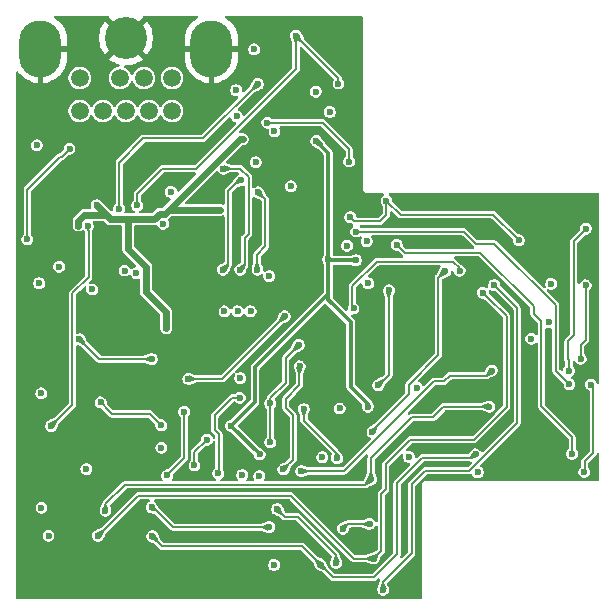
<source format=gbr>
%TF.GenerationSoftware,KiCad,Pcbnew,9.0.0*%
%TF.CreationDate,2025-11-20T17:42:52-08:00*%
%TF.ProjectId,MegaAV_VA1,4d656761-4156-45f5-9641-312e6b696361,rev?*%
%TF.SameCoordinates,Original*%
%TF.FileFunction,Copper,L4,Bot*%
%TF.FilePolarity,Positive*%
%FSLAX46Y46*%
G04 Gerber Fmt 4.6, Leading zero omitted, Abs format (unit mm)*
G04 Created by KiCad (PCBNEW 9.0.0) date 2025-11-20 17:42:52*
%MOMM*%
%LPD*%
G01*
G04 APERTURE LIST*
%TA.AperFunction,ComponentPad*%
%ADD10C,1.508000*%
%TD*%
%TA.AperFunction,ComponentPad*%
%ADD11O,3.556000X4.826000*%
%TD*%
%TA.AperFunction,ComponentPad*%
%ADD12C,3.556000*%
%TD*%
%TA.AperFunction,ViaPad*%
%ADD13C,0.600000*%
%TD*%
%TA.AperFunction,Conductor*%
%ADD14C,0.200000*%
%TD*%
%TA.AperFunction,Conductor*%
%ADD15C,0.350000*%
%TD*%
%TA.AperFunction,Conductor*%
%ADD16C,0.600000*%
%TD*%
G04 APERTURE END LIST*
D10*
%TO.P,CN1,1,B*%
%TO.N,/B-OUT*%
X180453000Y-99929200D03*
%TO.P,CN1,2,5V*%
%TO.N,+5V*%
X178421000Y-99929200D03*
%TO.P,CN1,3,G*%
%TO.N,/G-OUT*%
X182840600Y-99929200D03*
%TO.P,CN1,4,CVBS*%
%TO.N,/CV-OUT*%
X180884800Y-102723200D03*
%TO.P,CN1,5,SYNC*%
%TO.N,/CSync_OUT*%
X178929000Y-102723200D03*
%TO.P,CN1,6,MONO*%
%TO.N,/AUD-M*%
X175017400Y-99929200D03*
%TO.P,CN1,7,R*%
%TO.N,/R-OUT*%
X182840600Y-102723200D03*
%TO.P,CN1,8,SL*%
%TO.N,/AUD-L*%
X176973200Y-102723200D03*
%TO.P,CN1,9,SR*%
%TO.N,/AUD-R*%
X175017400Y-102723200D03*
D11*
%TO.P,CN1,S1,RTN*%
%TO.N,GND*%
X171690000Y-97440000D03*
D12*
%TO.P,CN1,S2,RTN*%
X178929000Y-96551000D03*
D11*
%TO.P,CN1,S3,RTN*%
X186168000Y-97440000D03*
%TD*%
D13*
%TO.N,GND*%
X190327482Y-120904253D03*
X170172541Y-107471901D03*
X172662286Y-108700666D03*
X175225691Y-96064718D03*
X197891919Y-100674356D03*
X213248398Y-125209746D03*
X199590016Y-126663051D03*
%TO.N,+5V*%
X186889274Y-111095638D03*
%TO.N,/NTSC{slash}PAL*%
X170569978Y-113573614D03*
%TO.N,/CD_L*%
X210107778Y-117457777D03*
%TO.N,/CD_R*%
X209137588Y-118103133D03*
%TO.N,/SR*%
X214925000Y-117350000D03*
X207176301Y-116236499D03*
%TO.N,Net-(HPR_SL1-Pin_1)*%
X218293514Y-125885960D03*
X217729895Y-133270659D03*
%TO.N,+5V*%
X191465312Y-141155380D03*
X195550000Y-132025000D03*
X197025000Y-127900000D03*
X176462500Y-110687500D03*
X188825000Y-105100000D03*
X197650000Y-114125000D03*
X199425000Y-117300000D03*
X176075000Y-117825000D03*
X174903353Y-112417717D03*
X176784000Y-127390224D03*
X190217725Y-133631536D03*
X179733996Y-111883932D03*
X181923297Y-131231303D03*
X171575000Y-117300000D03*
X172375000Y-138675000D03*
X175578296Y-133039208D03*
X171749000Y-126625000D03*
X182339338Y-121092129D03*
X171775000Y-136300000D03*
X181923297Y-129331303D03*
%TO.N,/B-IN*%
X182414181Y-133561289D03*
X183855361Y-128181999D03*
%TO.N,GND*%
X177820000Y-117880000D03*
X170800000Y-124575000D03*
X192274286Y-132168631D03*
X202300000Y-125125000D03*
X202425000Y-110850000D03*
X192525000Y-101200000D03*
X204800000Y-127900000D03*
X194275000Y-135800000D03*
X209825000Y-130475000D03*
X201275000Y-138650000D03*
X200814519Y-127924030D03*
X177280000Y-104000000D03*
X196900000Y-120500000D03*
X201750000Y-142825000D03*
X192692823Y-142191116D03*
X201250000Y-136625000D03*
X176616729Y-112383001D03*
X193250000Y-138050000D03*
X173500000Y-138525000D03*
X196118602Y-101977998D03*
X188637443Y-122436086D03*
X192450000Y-130155000D03*
X178600000Y-124600000D03*
X199700000Y-124325000D03*
X194550000Y-117675000D03*
X190145620Y-143319483D03*
X170340000Y-116120000D03*
X197400000Y-113150000D03*
X187003511Y-124156265D03*
X189975000Y-112875000D03*
X200050000Y-117975000D03*
X185325000Y-102425000D03*
X183435489Y-108890691D03*
X190584584Y-136011170D03*
X174700000Y-110840000D03*
X170940000Y-127850000D03*
X209775000Y-126525000D03*
X187150000Y-108590000D03*
X197000000Y-125250000D03*
X176125000Y-125275000D03*
X204675000Y-110575000D03*
X213250000Y-120950000D03*
X178850000Y-122700000D03*
X176980000Y-109920000D03*
X173450000Y-123375000D03*
X217250000Y-125125000D03*
X206075000Y-120975000D03*
X180950000Y-125125000D03*
X172160000Y-112090000D03*
X190550000Y-137200000D03*
X199925000Y-135800000D03*
X187425000Y-121575000D03*
X176050000Y-120800000D03*
X198650000Y-120900000D03*
X177600000Y-138900000D03*
X171525000Y-122725000D03*
X193075000Y-127550000D03*
X206202509Y-118279022D03*
X198700000Y-139375000D03*
X179076057Y-109732146D03*
X197800000Y-116100000D03*
X197325000Y-142900000D03*
X202875000Y-114025000D03*
X209900000Y-133225000D03*
X212520237Y-115073602D03*
X203125000Y-141075000D03*
X181609574Y-110595272D03*
X179800618Y-136445143D03*
X205460938Y-129793538D03*
X202525000Y-138700000D03*
X173167032Y-113434738D03*
X199525000Y-143025000D03*
%TO.N,/PSG*%
X177190000Y-136570000D03*
X209700000Y-127750000D03*
X199675000Y-133875000D03*
%TO.N,/32X_L*%
X208538235Y-131788235D03*
X195400000Y-141130000D03*
X181160000Y-138720000D03*
%TO.N,/32X_R*%
X196725000Y-140975000D03*
X191725000Y-136425000D03*
X193775000Y-133200000D03*
X209903061Y-124692647D03*
%TO.N,/FM_R*%
X199550000Y-137680000D03*
X197300000Y-138075000D03*
%TO.N,/FM_L*%
X191050000Y-137950000D03*
X181109193Y-136259055D03*
%TO.N,/G-IN*%
X185789196Y-130539927D03*
X184725538Y-132731742D03*
%TO.N,/R-OUT*%
X189490000Y-119670000D03*
%TO.N,/G-OUT*%
X188390000Y-119670000D03*
%TO.N,/B-OUT*%
X187270000Y-119680000D03*
%TO.N,/R-IN*%
X188560124Y-126994306D03*
X186752677Y-133397464D03*
%TO.N,/CD_R*%
X176560000Y-138690000D03*
X199900000Y-140610000D03*
%TO.N,/CD_L*%
X200700000Y-143250000D03*
%TO.N,/AUD-R*%
X191050000Y-116700000D03*
%TO.N,/AUD-L*%
X189925000Y-107050000D03*
%TO.N,/AUD-M*%
X192900000Y-109100000D03*
%TO.N,Net-(C3-Pad2)*%
X194000000Y-127950000D03*
X196808477Y-132134756D03*
%TO.N,Net-(D1-A)*%
X181120000Y-123720000D03*
X174990000Y-122040000D03*
%TO.N,Net-(C16-Pad1)*%
X193637500Y-124330000D03*
X192250000Y-133070000D03*
%TO.N,Net-(C17-Pad1)*%
X191141997Y-130767131D03*
X193567500Y-122530000D03*
X191141997Y-127476399D03*
%TO.N,Net-(C18-Pad1)*%
X192370284Y-120094804D03*
X184212655Y-125402037D03*
%TO.N,Net-(SR3-Pin_1)*%
X213250000Y-122000000D03*
X203560949Y-126154897D03*
X200300000Y-125925000D03*
X201200000Y-117900000D03*
%TO.N,Net-(SL3-Pin_1)*%
X199798987Y-129904983D03*
X214725000Y-120625000D03*
X205942466Y-116284975D03*
%TO.N,Net-(C32-Pad1)*%
X190125000Y-109600000D03*
X190057916Y-116147141D03*
%TO.N,Net-(C33-Pad1)*%
X187175000Y-107600000D03*
X188605584Y-116148386D03*
%TO.N,Net-(C34-Pad1)*%
X188690000Y-108560000D03*
X187135815Y-116153369D03*
%TO.N,/SR*%
X198193456Y-119433016D03*
%TO.N,/SL*%
X212200000Y-113675000D03*
X200981953Y-110299000D03*
X197925000Y-111700000D03*
%TO.N,/V_REF*%
X190251297Y-131782674D03*
X195050000Y-105250000D03*
X199325000Y-113750000D03*
X198400000Y-115350000D03*
X196050000Y-115275000D03*
X187838566Y-129369943D03*
X199418545Y-127751195D03*
%TO.N,/HP_R*%
X189775000Y-97500000D03*
X208724265Y-133299265D03*
%TO.N,Net-(HPR_SL2-Pin_1)*%
X216698703Y-131742764D03*
X201875000Y-114050000D03*
X188250000Y-100950000D03*
%TO.N,Net-(HPL_SL2-Pin_1)*%
X198425000Y-112925000D03*
X191500000Y-104450000D03*
X216475000Y-125850000D03*
%TO.N,/HP_L*%
X202896046Y-132006824D03*
X196200000Y-102800000D03*
%TO.N,Net-(U8-LUM_OUT)*%
X196920000Y-100390000D03*
X179870000Y-110710000D03*
X193325000Y-96350000D03*
X182081007Y-112256394D03*
%TO.N,Net-(U8-CHROM_OUT)*%
X190100000Y-100425000D03*
X178350000Y-110990000D03*
X179800000Y-116440000D03*
%TO.N,Net-(U8-CVBS_OUT)*%
X171380000Y-105620000D03*
X178820000Y-116230000D03*
%TO.N,/CSync_OUT*%
X173270000Y-115900000D03*
%TO.N,Net-(MD1_PU1-A)*%
X188770563Y-133539101D03*
X188600816Y-125337580D03*
%TO.N,/NTSC{slash}PAL*%
X182741249Y-109570263D03*
X174150000Y-105910000D03*
%TO.N,/4xCLK*%
X172593296Y-129394208D03*
X175702673Y-112447633D03*
%TO.N,Net-(HPL_RES2-C)*%
X197825000Y-107000000D03*
X217875000Y-112675000D03*
X190900000Y-103700000D03*
X216437307Y-124711642D03*
%TO.N,Net-(HPR_RES2-C)*%
X188300000Y-103150000D03*
X217425000Y-123700000D03*
X217850000Y-117475000D03*
X195000000Y-101075000D03*
%TD*%
D14*
%TO.N,/FM_L*%
X182900000Y-137950000D02*
X191050000Y-137950000D01*
X181469321Y-136519321D02*
X182900000Y-137950000D01*
X181285827Y-136435689D02*
X181285827Y-136516816D01*
X181109193Y-136259055D02*
X181285827Y-136435689D01*
X181285827Y-136516816D02*
X181288332Y-136519321D01*
X181288332Y-136519321D02*
X181469321Y-136519321D01*
%TO.N,GND*%
X187003511Y-121996489D02*
X187425000Y-121575000D01*
X187003511Y-124156265D02*
X187003511Y-121996489D01*
%TO.N,/4xCLK*%
X172593296Y-129376237D02*
X172593296Y-129394208D01*
X174389000Y-118161000D02*
X174389000Y-127580533D01*
X175790000Y-112848143D02*
X175790000Y-116760000D01*
X175790000Y-116760000D02*
X174389000Y-118161000D01*
X175702673Y-112760816D02*
X175790000Y-112848143D01*
X175702673Y-112447633D02*
X175702673Y-112760816D01*
X174389000Y-127580533D02*
X172593296Y-129376237D01*
%TO.N,/G-IN*%
X184717314Y-132723518D02*
X184725538Y-132731742D01*
X184717314Y-131572711D02*
X184717314Y-132723518D01*
X185789196Y-130539927D02*
X185750098Y-130539927D01*
X185750098Y-130539927D02*
X184717314Y-131572711D01*
%TO.N,Net-(SL3-Pin_1)*%
X205375000Y-116825000D02*
X205950000Y-116250000D01*
X205375000Y-123400000D02*
X205375000Y-116825000D01*
X202879334Y-125895666D02*
X205375000Y-123400000D01*
X199798987Y-129788396D02*
X202879334Y-126708049D01*
X199798987Y-129904983D02*
X199798987Y-129788396D01*
X202879334Y-126708049D02*
X202879334Y-125895666D01*
D15*
%TO.N,/V_REF*%
X197974000Y-120617991D02*
X196452899Y-119096890D01*
X199418545Y-127518545D02*
X197974000Y-126074000D01*
X199418545Y-127751195D02*
X199418545Y-127518545D01*
X197974000Y-126074000D02*
X197974000Y-120617991D01*
D14*
%TO.N,/NTSC{slash}PAL*%
X173347637Y-106587604D02*
X170569978Y-109365263D01*
X173472396Y-106587604D02*
X173347637Y-106587604D01*
X174150000Y-105910000D02*
X173472396Y-106587604D01*
X170569978Y-109365263D02*
X170569978Y-113573614D01*
%TO.N,Net-(U8-LUM_OUT)*%
X179870000Y-110710000D02*
X179870000Y-109740000D01*
%TO.N,+5V*%
X182546576Y-111095638D02*
X182212399Y-111429815D01*
D16*
X186889274Y-111095638D02*
X182546576Y-111095638D01*
D15*
%TO.N,/V_REF*%
X196125000Y-115350000D02*
X196050000Y-115275000D01*
X198400000Y-115350000D02*
X196125000Y-115350000D01*
D14*
%TO.N,/SR*%
X206594762Y-115463153D02*
X207176301Y-116044692D01*
X200161847Y-115463153D02*
X206594762Y-115463153D01*
X198075000Y-119314560D02*
X198075000Y-117550000D01*
X198075000Y-117550000D02*
X200161847Y-115463153D01*
X198193456Y-119433016D02*
X198075000Y-119314560D01*
X207176301Y-116044692D02*
X207176301Y-116236499D01*
%TO.N,/CD_R*%
X209508467Y-118474012D02*
X209524013Y-118474012D01*
X209137588Y-118103133D02*
X209508467Y-118474012D01*
X211150000Y-120100000D02*
X209524013Y-118474012D01*
%TO.N,Net-(HPR_SL2-Pin_1)*%
X202526000Y-114701000D02*
X201875000Y-114050000D01*
X213450000Y-119250000D02*
X208901000Y-114701000D01*
X213450000Y-119875000D02*
X213450000Y-119250000D01*
X214101000Y-120526000D02*
X213450000Y-119875000D01*
X214101000Y-127726000D02*
X214101000Y-120526000D01*
X208901000Y-114701000D02*
X202526000Y-114701000D01*
X216704793Y-130329793D02*
X214101000Y-127726000D01*
X216704793Y-131736674D02*
X216704793Y-130329793D01*
X216698703Y-131742764D02*
X216704793Y-131736674D01*
%TO.N,Net-(HPR_SL1-Pin_1)*%
X218498099Y-126090545D02*
X218293514Y-125885960D01*
X217758232Y-132390625D02*
X218498099Y-131650758D01*
X217758232Y-133242322D02*
X217758232Y-132390625D01*
X217729895Y-133270659D02*
X217758232Y-133242322D01*
X218498099Y-131650758D02*
X218498099Y-126090545D01*
%TO.N,/32X_R*%
X204999757Y-125590899D02*
X197390656Y-133200000D01*
X197390656Y-133200000D02*
X193775000Y-133200000D01*
X205885758Y-125590899D02*
X204999757Y-125590899D01*
X206351657Y-125125000D02*
X205885758Y-125590899D01*
X209903061Y-124692647D02*
X209470708Y-125125000D01*
X209470708Y-125125000D02*
X206351657Y-125125000D01*
%TO.N,Net-(HPL_RES2-C)*%
X216850000Y-113700000D02*
X217875000Y-112675000D01*
X216850000Y-121725000D02*
X216850000Y-113700000D01*
X216350000Y-122225000D02*
X216850000Y-121725000D01*
X216350000Y-123750000D02*
X216350000Y-122225000D01*
X216437307Y-123837307D02*
X216350000Y-123750000D01*
X216437307Y-124711642D02*
X216437307Y-123837307D01*
D16*
%TO.N,+5V*%
X179082155Y-114360335D02*
X179082155Y-111889979D01*
X179733996Y-111883932D02*
X179727949Y-111889979D01*
D14*
X177568776Y-128175000D02*
X177575000Y-128175000D01*
X176784000Y-127390224D02*
X177568776Y-128175000D01*
D16*
X181305009Y-111895256D02*
X181770450Y-111429815D01*
X179727949Y-111889979D02*
X177609979Y-111889979D01*
X177609979Y-111889979D02*
X177600000Y-111880000D01*
X175399422Y-111498733D02*
X177218733Y-111498733D01*
X188542214Y-105100000D02*
X188825000Y-105100000D01*
X180014190Y-111883932D02*
X180025514Y-111895256D01*
X177218733Y-111498733D02*
X177600000Y-111880000D01*
X180624614Y-115902794D02*
X179082155Y-114360335D01*
X180624614Y-118039594D02*
X180624614Y-115902794D01*
X181770450Y-111429815D02*
X182212399Y-111429815D01*
X174903353Y-111994802D02*
X175399422Y-111498733D01*
X182339338Y-119754318D02*
X180624614Y-118039594D01*
D14*
X177575000Y-128175000D02*
X177774623Y-128374623D01*
D16*
X177600000Y-111825000D02*
X177600000Y-111880000D01*
D14*
X177774623Y-128374623D02*
X180966617Y-128374623D01*
X180966617Y-128374623D02*
X181923297Y-129331303D01*
D16*
X180025514Y-111895256D02*
X181305009Y-111895256D01*
X182339338Y-121092129D02*
X182339338Y-119754318D01*
X174903353Y-112417717D02*
X174903353Y-111994802D01*
X182212399Y-111429815D02*
X188542214Y-105100000D01*
X176462500Y-110687500D02*
X177600000Y-111825000D01*
X179733996Y-111883932D02*
X180014190Y-111883932D01*
D14*
%TO.N,/B-IN*%
X183855361Y-132120109D02*
X182414181Y-133561289D01*
X183855361Y-128181999D02*
X183855361Y-132120109D01*
%TO.N,/PSG*%
X199675000Y-133875000D02*
X199675000Y-132097864D01*
X199675000Y-133875000D02*
X199175000Y-134375000D01*
X203108801Y-128664063D02*
X204895853Y-128664063D01*
X199675000Y-132097864D02*
X203108801Y-128664063D01*
X205800000Y-127750000D02*
X209700000Y-127750000D01*
X199775000Y-133975000D02*
X199775000Y-133775000D01*
X199675000Y-133875000D02*
X199775000Y-133975000D01*
X205800000Y-127759916D02*
X205800000Y-127750000D01*
X177190000Y-136020000D02*
X177190000Y-136570000D01*
X178835000Y-134375000D02*
X177190000Y-136020000D01*
X204895853Y-128664063D02*
X205800000Y-127759916D01*
X199175000Y-134375000D02*
X178835000Y-134375000D01*
%TO.N,/32X_L*%
X196470000Y-142200000D02*
X195400000Y-141130000D01*
X199925000Y-142200000D02*
X196470000Y-142200000D01*
X208251470Y-132075000D02*
X204025000Y-132075000D01*
X201876000Y-134224000D02*
X201876000Y-140249000D01*
X195400000Y-141130000D02*
X193845000Y-139575000D01*
X208538235Y-131788235D02*
X208251470Y-132075000D01*
X201876000Y-140249000D02*
X199925000Y-142200000D01*
X193845000Y-139575000D02*
X182015000Y-139575000D01*
X182015000Y-139575000D02*
X181160000Y-138720000D01*
X204025000Y-132075000D02*
X201876000Y-134224000D01*
%TO.N,/32X_R*%
X193475000Y-137075000D02*
X196725000Y-140325000D01*
X196725000Y-140325000D02*
X196725000Y-140975000D01*
X192375000Y-137075000D02*
X193475000Y-137075000D01*
X191725000Y-136425000D02*
X192375000Y-137075000D01*
%TO.N,/FM_R*%
X197695000Y-137680000D02*
X197300000Y-138075000D01*
X199550000Y-137680000D02*
X197695000Y-137680000D01*
%TO.N,/R-IN*%
X186446474Y-129713581D02*
X186446474Y-128495839D01*
X186446474Y-128495839D02*
X187948007Y-126994306D01*
X186752677Y-133397464D02*
X186602881Y-133247668D01*
X186803976Y-130071083D02*
X186446474Y-129713581D01*
X186602881Y-133247668D02*
X186803976Y-133247668D01*
X187948007Y-126994306D02*
X188560124Y-126994306D01*
X186803976Y-133247668D02*
X186803976Y-130071083D01*
%TO.N,/CD_R*%
X208386666Y-130538334D02*
X211150000Y-127775000D01*
X200550000Y-139960000D02*
X200550000Y-135123735D01*
X211150000Y-127775000D02*
X211150000Y-120100000D01*
X200910234Y-132632452D02*
X203004352Y-130538334D01*
X179975000Y-135275000D02*
X176560000Y-138690000D01*
X192900057Y-135275000D02*
X179975000Y-135275000D01*
X199900000Y-140610000D02*
X200550000Y-139960000D01*
X199900000Y-140610000D02*
X198235057Y-140610000D01*
X198235057Y-140610000D02*
X192900057Y-135275000D01*
X203004352Y-130538334D02*
X208386666Y-130538334D01*
X200910234Y-134763501D02*
X200910234Y-132632452D01*
X200550000Y-135123735D02*
X200910234Y-134763501D01*
%TO.N,/CD_L*%
X212050000Y-119400000D02*
X212050000Y-129125000D01*
X203125000Y-134300000D02*
X203125000Y-140175000D01*
X204250000Y-133175000D02*
X203125000Y-134300000D01*
X200700000Y-142600000D02*
X200700000Y-143250000D01*
X208000000Y-133175000D02*
X204250000Y-133175000D01*
X203125000Y-140175000D02*
X200700000Y-142600000D01*
X212050000Y-129125000D02*
X208000000Y-133175000D01*
X210107778Y-117457777D02*
X212050000Y-119400000D01*
%TO.N,Net-(C3-Pad2)*%
X196808477Y-132134756D02*
X196808477Y-131733477D01*
X194000000Y-128925000D02*
X194000000Y-127950000D01*
X196808477Y-131733477D02*
X194000000Y-128925000D01*
%TO.N,Net-(D1-A)*%
X181120000Y-123720000D02*
X176670000Y-123720000D01*
X176670000Y-123720000D02*
X174990000Y-122040000D01*
%TO.N,Net-(C16-Pad1)*%
X193637500Y-124330000D02*
X193610000Y-124357500D01*
X192466728Y-127861149D02*
X193075188Y-128469609D01*
X193610000Y-124357500D02*
X193610000Y-125940000D01*
X193075188Y-128469609D02*
X193075188Y-132244812D01*
X193075188Y-132244812D02*
X192250000Y-133070000D01*
X193610000Y-125940000D02*
X192466728Y-127083272D01*
X192466728Y-127083272D02*
X192466728Y-127861149D01*
%TO.N,Net-(C17-Pad1)*%
X193567500Y-122530000D02*
X193568750Y-122531250D01*
X192450000Y-123650000D02*
X192450000Y-125710763D01*
X191141997Y-130767131D02*
X191141997Y-127476399D01*
X191141997Y-127018766D02*
X191141997Y-127476399D01*
X193568750Y-122531250D02*
X192450000Y-123650000D01*
X192450000Y-125710763D02*
X191141997Y-127018766D01*
%TO.N,Net-(C18-Pad1)*%
X192199323Y-120280660D02*
X187077946Y-125402037D01*
X192370284Y-120094804D02*
X192370284Y-120187214D01*
X187077946Y-125402037D02*
X184212655Y-125402037D01*
%TO.N,Net-(SR3-Pin_1)*%
X200325000Y-125925000D02*
X201200000Y-125050000D01*
X201200000Y-125050000D02*
X201200000Y-117900000D01*
X200300000Y-125925000D02*
X200325000Y-125925000D01*
%TO.N,Net-(C32-Pad1)*%
X190725000Y-110200000D02*
X190125000Y-109600000D01*
X190019824Y-116109049D02*
X190019824Y-114890176D01*
X190019824Y-114890176D02*
X190725000Y-114185000D01*
X190057916Y-116147141D02*
X190019824Y-116109049D01*
X190725000Y-114185000D02*
X190725000Y-110200000D01*
%TO.N,Net-(C33-Pad1)*%
X189325000Y-108325000D02*
X188600000Y-107600000D01*
X188605584Y-116148386D02*
X188990000Y-115763970D01*
X189325000Y-113115000D02*
X189325000Y-108325000D01*
X188990000Y-115330000D02*
X188985000Y-115325000D01*
X188985000Y-113455000D02*
X189325000Y-113115000D01*
X188600000Y-107600000D02*
X187175000Y-107600000D01*
X188990000Y-115763970D02*
X188990000Y-115330000D01*
X188985000Y-115325000D02*
X188985000Y-113455000D01*
%TO.N,Net-(C34-Pad1)*%
X188490000Y-108560000D02*
X188690000Y-108560000D01*
X187575000Y-115700000D02*
X187575000Y-109475000D01*
X187135815Y-116139185D02*
X187575000Y-115700000D01*
X187135815Y-116153369D02*
X187135815Y-116139185D01*
X187575000Y-109475000D02*
X188490000Y-108560000D01*
%TO.N,/SL*%
X200450000Y-112050000D02*
X198275000Y-112050000D01*
X200981953Y-110299000D02*
X200981953Y-111518047D01*
X202182953Y-111500000D02*
X210025000Y-111500000D01*
X200981953Y-110299000D02*
X202182953Y-111500000D01*
X198275000Y-112050000D02*
X197925000Y-111700000D01*
X200981953Y-111518047D02*
X200450000Y-112050000D01*
X210025000Y-111500000D02*
X212200000Y-113675000D01*
D15*
%TO.N,/V_REF*%
X195543949Y-118734478D02*
X195543949Y-118736594D01*
D14*
X190251297Y-131562083D02*
X190251297Y-131782674D01*
D15*
X189851010Y-127355638D02*
X188252783Y-128953865D01*
X196050000Y-115275000D02*
X196050000Y-106250000D01*
X196452899Y-119096890D02*
X196050000Y-118693991D01*
X195543949Y-118736594D02*
X189851010Y-124429533D01*
X196050000Y-106250000D02*
X195050000Y-105250000D01*
X196050000Y-118228427D02*
X195543949Y-118734478D01*
X189851010Y-124429533D02*
X189851010Y-127355638D01*
X196050000Y-118693991D02*
X196050000Y-115275000D01*
X187838566Y-129369943D02*
X190251297Y-131782674D01*
X188252783Y-128955726D02*
X187838566Y-129369943D01*
X188252783Y-128953865D02*
X188252783Y-128955726D01*
D14*
X190251297Y-131782674D02*
X190257970Y-131776001D01*
%TO.N,Net-(HPL_SL2-Pin_1)*%
X207525057Y-112925000D02*
X198425000Y-112925000D01*
X210125000Y-113975000D02*
X208575057Y-113975000D01*
X215325000Y-124700000D02*
X215325000Y-119175000D01*
X208575057Y-113975000D02*
X207525057Y-112925000D01*
X215325000Y-119175000D02*
X210125000Y-113975000D01*
X216475000Y-125850000D02*
X215325000Y-124700000D01*
%TO.N,Net-(U8-LUM_OUT)*%
X184895000Y-107605000D02*
X185650000Y-106850000D01*
X196920000Y-100390000D02*
X196920000Y-99945000D01*
X179870000Y-109740000D02*
X182005000Y-107605000D01*
X185650000Y-106850000D02*
X193325000Y-99175000D01*
X196920000Y-99945000D02*
X193325000Y-96350000D01*
X182005000Y-107605000D02*
X184895000Y-107605000D01*
X193325000Y-99175000D02*
X193325000Y-96350000D01*
%TO.N,Net-(U8-CHROM_OUT)*%
X180410000Y-105030000D02*
X185470000Y-105030000D01*
X185470000Y-105030000D02*
X190100000Y-100400000D01*
X178350000Y-110990000D02*
X178350000Y-107090000D01*
X178350000Y-107090000D02*
X180410000Y-105030000D01*
%TO.N,Net-(HPL_RES2-C)*%
X195925000Y-104050000D02*
X195575000Y-103700000D01*
X197825000Y-105950000D02*
X195925000Y-104050000D01*
X195575000Y-103700000D02*
X190900000Y-103700000D01*
X197825000Y-107000000D02*
X197825000Y-105950000D01*
%TO.N,Net-(HPR_RES2-C)*%
X217425000Y-123700000D02*
X217425000Y-122500000D01*
X217425000Y-122500000D02*
X217850000Y-122075000D01*
X217850000Y-122075000D02*
X217850000Y-117475000D01*
%TD*%
%TA.AperFunction,Conductor*%
%TO.N,GND*%
G36*
X208142205Y-132395185D02*
G01*
X208187960Y-132447989D01*
X208197904Y-132517147D01*
X208168879Y-132580703D01*
X208162847Y-132587181D01*
X207911848Y-132838181D01*
X207850525Y-132871666D01*
X207824167Y-132874500D01*
X204210438Y-132874500D01*
X204165729Y-132886480D01*
X204134010Y-132894979D01*
X204090712Y-132919978D01*
X204090710Y-132919979D01*
X204065490Y-132934539D01*
X204065487Y-132934541D01*
X202884541Y-134115487D01*
X202884535Y-134115495D01*
X202844982Y-134184004D01*
X202844979Y-134184009D01*
X202824500Y-134260439D01*
X202824500Y-139999167D01*
X202804815Y-140066206D01*
X202788181Y-140086848D01*
X202338427Y-140536601D01*
X202277104Y-140570086D01*
X202207412Y-140565102D01*
X202151479Y-140523230D01*
X202127062Y-140457766D01*
X202141914Y-140389493D01*
X202143361Y-140386917D01*
X202156020Y-140364991D01*
X202156022Y-140364988D01*
X202176500Y-140288562D01*
X202176500Y-140209438D01*
X202176500Y-134399833D01*
X202196185Y-134332794D01*
X202212819Y-134312152D01*
X204113152Y-132411819D01*
X204174475Y-132378334D01*
X204200833Y-132375500D01*
X208075166Y-132375500D01*
X208142205Y-132395185D01*
G37*
%TD.AperFunction*%
%TA.AperFunction,Conductor*%
G36*
X209756014Y-117852236D02*
G01*
X209778132Y-117851183D01*
X209798690Y-117859412D01*
X209803079Y-117860151D01*
X209810874Y-117864287D01*
X209914592Y-117924169D01*
X210041886Y-117958277D01*
X210041888Y-117958277D01*
X210131945Y-117958277D01*
X210198984Y-117977962D01*
X210219626Y-117994596D01*
X211713181Y-119488151D01*
X211746666Y-119549474D01*
X211749500Y-119575832D01*
X211749500Y-128949166D01*
X211729815Y-129016205D01*
X211713181Y-129036847D01*
X209173928Y-131576099D01*
X209112605Y-131609584D01*
X209042913Y-131604600D01*
X208986980Y-131562728D01*
X208978860Y-131550419D01*
X208971939Y-131538433D01*
X208938735Y-131480921D01*
X208845549Y-131387735D01*
X208766791Y-131342264D01*
X208731422Y-131321843D01*
X208667774Y-131304789D01*
X208604127Y-131287735D01*
X208472343Y-131287735D01*
X208345047Y-131321843D01*
X208230921Y-131387735D01*
X208230918Y-131387737D01*
X208137737Y-131480918D01*
X208137732Y-131480924D01*
X208130339Y-131493730D01*
X208112382Y-131517625D01*
X208109252Y-131520883D01*
X208109250Y-131520885D01*
X208109248Y-131520887D01*
X208109247Y-131520889D01*
X207983644Y-131717305D01*
X207930945Y-131763178D01*
X207879179Y-131774500D01*
X203985438Y-131774500D01*
X203947224Y-131784739D01*
X203909009Y-131794979D01*
X203909008Y-131794980D01*
X203852783Y-131827442D01*
X203840492Y-131834538D01*
X203840486Y-131834542D01*
X203608227Y-132066802D01*
X203546904Y-132100287D01*
X203477212Y-132095303D01*
X203421279Y-132053431D01*
X203396862Y-131987967D01*
X203396546Y-131979121D01*
X203396546Y-131940934D01*
X203396546Y-131940932D01*
X203362438Y-131813638D01*
X203362191Y-131813211D01*
X203341697Y-131777714D01*
X203296546Y-131699510D01*
X203203360Y-131606324D01*
X203127850Y-131562728D01*
X203089233Y-131540432D01*
X203025585Y-131523378D01*
X202961938Y-131506324D01*
X202830154Y-131506324D01*
X202830152Y-131506324D01*
X202773338Y-131521547D01*
X202703488Y-131519884D01*
X202645626Y-131480720D01*
X202618123Y-131416492D01*
X202629710Y-131347589D01*
X202653562Y-131314094D01*
X203092504Y-130875153D01*
X203153827Y-130841668D01*
X203180185Y-130838834D01*
X208426226Y-130838834D01*
X208426228Y-130838834D01*
X208502655Y-130818355D01*
X208571177Y-130778794D01*
X208627126Y-130722845D01*
X211390460Y-127959511D01*
X211400594Y-127941957D01*
X211404878Y-127934539D01*
X211418809Y-127910409D01*
X211430021Y-127890989D01*
X211450500Y-127814562D01*
X211450500Y-120060438D01*
X211448349Y-120052413D01*
X211442478Y-120030498D01*
X211430023Y-119984014D01*
X211390461Y-119915489D01*
X211390459Y-119915487D01*
X209708528Y-118233555D01*
X209708521Y-118233550D01*
X209700085Y-118228679D01*
X209651871Y-118178111D01*
X209638088Y-118121294D01*
X209638088Y-118037243D01*
X209638088Y-118037241D01*
X209629122Y-118003779D01*
X209629649Y-117981640D01*
X209625459Y-117959899D01*
X209630464Y-117947396D01*
X209630785Y-117933930D01*
X209643196Y-117915591D01*
X209651427Y-117895034D01*
X209662399Y-117887221D01*
X209669948Y-117876068D01*
X209690303Y-117867351D01*
X209708342Y-117854507D01*
X209721794Y-117853866D01*
X209734177Y-117848564D01*
X209756014Y-117852236D01*
G37*
%TD.AperFunction*%
%TA.AperFunction,Conductor*%
G36*
X184796577Y-107925185D02*
G01*
X184842332Y-107977989D01*
X184852276Y-108047147D01*
X184823251Y-108110703D01*
X184817219Y-108117181D01*
X183433405Y-109500994D01*
X183372082Y-109534479D01*
X183302390Y-109529495D01*
X183246457Y-109487623D01*
X183225950Y-109445408D01*
X183207641Y-109377077D01*
X183141749Y-109262949D01*
X183048563Y-109169763D01*
X182985941Y-109133608D01*
X182934436Y-109103871D01*
X182870788Y-109086817D01*
X182807141Y-109069763D01*
X182675357Y-109069763D01*
X182548061Y-109103871D01*
X182433935Y-109169763D01*
X182433932Y-109169765D01*
X182340751Y-109262946D01*
X182340749Y-109262949D01*
X182274857Y-109377075D01*
X182244671Y-109489734D01*
X182240749Y-109504371D01*
X182240749Y-109636155D01*
X182244600Y-109650526D01*
X182274857Y-109763450D01*
X182295094Y-109798500D01*
X182340749Y-109877577D01*
X182433935Y-109970763D01*
X182548063Y-110036655D01*
X182616393Y-110054963D01*
X182676053Y-110091328D01*
X182706582Y-110154175D01*
X182698287Y-110223550D01*
X182671980Y-110262419D01*
X182041404Y-110892996D01*
X181980081Y-110926481D01*
X181953723Y-110929315D01*
X181704558Y-110929315D01*
X181577262Y-110963423D01*
X181463136Y-111029315D01*
X181463133Y-111029317D01*
X181134014Y-111358437D01*
X181072691Y-111391922D01*
X181046333Y-111394756D01*
X180147743Y-111394756D01*
X180080704Y-111375071D01*
X180034949Y-111322267D01*
X180025005Y-111253109D01*
X180054030Y-111189553D01*
X180085743Y-111163369D01*
X180103875Y-111152899D01*
X180177314Y-111110500D01*
X180270500Y-111017314D01*
X180336392Y-110903186D01*
X180370500Y-110775892D01*
X180370500Y-110644108D01*
X180336392Y-110516814D01*
X180270500Y-110402686D01*
X180206818Y-110339004D01*
X180173334Y-110277680D01*
X180170500Y-110251323D01*
X180170500Y-109915833D01*
X180190185Y-109848794D01*
X180206819Y-109828152D01*
X182093152Y-107941819D01*
X182154475Y-107908334D01*
X182180833Y-107905500D01*
X184729538Y-107905500D01*
X184796577Y-107925185D01*
G37*
%TD.AperFunction*%
%TA.AperFunction,Conductor*%
G36*
X187722670Y-103265199D02*
G01*
X187755466Y-103266370D01*
X187757351Y-103267679D01*
X187759641Y-103267843D01*
X187785899Y-103287500D01*
X187812858Y-103306218D01*
X187814420Y-103308851D01*
X187815574Y-103309715D01*
X187830868Y-103336572D01*
X187833606Y-103343183D01*
X187833608Y-103343186D01*
X187899500Y-103457314D01*
X187992686Y-103550500D01*
X188106814Y-103616392D01*
X188176833Y-103635153D01*
X188236491Y-103671516D01*
X188267021Y-103734363D01*
X188258727Y-103803739D01*
X188232419Y-103842608D01*
X185465489Y-106609540D01*
X184806848Y-107268181D01*
X184745525Y-107301666D01*
X184719167Y-107304500D01*
X181965438Y-107304500D01*
X181907671Y-107319979D01*
X181889007Y-107324980D01*
X181833006Y-107357313D01*
X181820492Y-107364537D01*
X181820487Y-107364541D01*
X179629541Y-109555487D01*
X179629535Y-109555495D01*
X179589982Y-109624004D01*
X179589979Y-109624009D01*
X179569500Y-109700439D01*
X179569500Y-110251323D01*
X179549815Y-110318362D01*
X179533182Y-110339004D01*
X179469500Y-110402686D01*
X179403608Y-110516812D01*
X179375529Y-110621608D01*
X179369500Y-110644108D01*
X179369500Y-110775892D01*
X179375106Y-110796814D01*
X179403608Y-110903187D01*
X179436554Y-110960250D01*
X179469500Y-111017314D01*
X179562686Y-111110500D01*
X179562687Y-111110501D01*
X179562689Y-111110502D01*
X179645117Y-111158092D01*
X179693333Y-111208659D01*
X179706555Y-111277266D01*
X179680587Y-111342131D01*
X179623673Y-111382659D01*
X179583117Y-111389479D01*
X178912063Y-111389479D01*
X178845024Y-111369794D01*
X178799269Y-111316990D01*
X178789325Y-111247832D01*
X178804677Y-111203478D01*
X178816389Y-111183191D01*
X178816388Y-111183191D01*
X178816392Y-111183186D01*
X178850500Y-111055892D01*
X178850500Y-110924108D01*
X178816392Y-110796814D01*
X178750500Y-110682686D01*
X178686818Y-110619004D01*
X178653334Y-110557680D01*
X178650500Y-110531323D01*
X178650500Y-107265833D01*
X178670185Y-107198794D01*
X178686819Y-107178152D01*
X180498152Y-105366819D01*
X180559475Y-105333334D01*
X180585833Y-105330500D01*
X185509560Y-105330500D01*
X185509562Y-105330500D01*
X185585989Y-105310021D01*
X185654511Y-105270460D01*
X185710460Y-105214511D01*
X187628628Y-103296342D01*
X187657426Y-103280617D01*
X187685641Y-103263877D01*
X187687934Y-103263958D01*
X187689949Y-103262859D01*
X187722670Y-103265199D01*
G37*
%TD.AperFunction*%
%TA.AperFunction,Conductor*%
G36*
X186669803Y-107782737D02*
G01*
X186725736Y-107824609D01*
X186733855Y-107836917D01*
X186761629Y-107885021D01*
X186774500Y-107907314D01*
X186867686Y-108000500D01*
X186981814Y-108066392D01*
X187109108Y-108100500D01*
X187109110Y-108100500D01*
X187240890Y-108100500D01*
X187240892Y-108100500D01*
X187294504Y-108086134D01*
X187316337Y-108082801D01*
X187342927Y-108073160D01*
X187368186Y-108066392D01*
X187369849Y-108065431D01*
X187389580Y-108056243D01*
X187764838Y-107920185D01*
X187798649Y-107907926D01*
X187840916Y-107900500D01*
X188368513Y-107900500D01*
X188435552Y-107920185D01*
X188481307Y-107972989D01*
X188491251Y-108042147D01*
X188462226Y-108105703D01*
X188450481Y-108117544D01*
X188441211Y-108125710D01*
X188382686Y-108159500D01*
X188289500Y-108252686D01*
X188281903Y-108265842D01*
X188274130Y-108272311D01*
X188272462Y-108274371D01*
X188272456Y-108274377D01*
X187970273Y-108647721D01*
X187970271Y-108647723D01*
X187969705Y-108648736D01*
X187968574Y-108650228D01*
X187967315Y-108652089D01*
X187967217Y-108652022D01*
X187949193Y-108675834D01*
X187390489Y-109234540D01*
X187334541Y-109290487D01*
X187334535Y-109290495D01*
X187294982Y-109359004D01*
X187294979Y-109359009D01*
X187274500Y-109435439D01*
X187274500Y-110525345D01*
X187254815Y-110592384D01*
X187202011Y-110638139D01*
X187132853Y-110648083D01*
X187088504Y-110632734D01*
X187082467Y-110629248D01*
X187082462Y-110629247D01*
X187082461Y-110629246D01*
X187082460Y-110629246D01*
X186955166Y-110595138D01*
X186955165Y-110595138D01*
X184054252Y-110595138D01*
X183987213Y-110575453D01*
X183941458Y-110522649D01*
X183931514Y-110453491D01*
X183960539Y-110389935D01*
X183966571Y-110383457D01*
X184587316Y-109762712D01*
X186538790Y-107811236D01*
X186600111Y-107777753D01*
X186669803Y-107782737D01*
G37*
%TD.AperFunction*%
%TA.AperFunction,Conductor*%
G36*
X177381026Y-94635886D02*
G01*
X177448050Y-94655615D01*
X177493770Y-94708450D01*
X177504676Y-94767994D01*
X177504360Y-94772806D01*
X178224556Y-95493002D01*
X178101651Y-95582298D01*
X177960298Y-95723651D01*
X177871002Y-95846556D01*
X177150807Y-95126361D01*
X177150806Y-95126361D01*
X177030851Y-95282690D01*
X176881541Y-95541301D01*
X176881534Y-95541315D01*
X176767267Y-95817182D01*
X176689976Y-96105634D01*
X176651001Y-96401681D01*
X176651000Y-96401698D01*
X176651000Y-96700301D01*
X176651001Y-96700318D01*
X176689976Y-96996365D01*
X176767267Y-97284817D01*
X176881534Y-97560684D01*
X176881541Y-97560698D01*
X177030844Y-97819298D01*
X177030849Y-97819305D01*
X177150807Y-97975637D01*
X177871001Y-97255443D01*
X177960298Y-97378349D01*
X178101651Y-97519702D01*
X178224555Y-97608997D01*
X177504361Y-98329191D01*
X177660694Y-98449150D01*
X177660701Y-98449155D01*
X177919301Y-98598458D01*
X177919315Y-98598465D01*
X178195182Y-98712732D01*
X178298778Y-98740491D01*
X178358438Y-98776856D01*
X178388967Y-98839703D01*
X178380672Y-98909079D01*
X178336187Y-98962957D01*
X178290875Y-98981883D01*
X178142590Y-99011379D01*
X178142578Y-99011382D01*
X177968881Y-99083329D01*
X177968868Y-99083336D01*
X177812542Y-99187791D01*
X177812538Y-99187794D01*
X177679594Y-99320738D01*
X177679591Y-99320742D01*
X177575136Y-99477068D01*
X177575129Y-99477081D01*
X177503182Y-99650778D01*
X177503179Y-99650790D01*
X177466500Y-99835185D01*
X177466500Y-100023214D01*
X177503179Y-100207609D01*
X177503182Y-100207621D01*
X177575129Y-100381318D01*
X177575136Y-100381331D01*
X177679591Y-100537657D01*
X177679594Y-100537661D01*
X177812538Y-100670605D01*
X177812542Y-100670608D01*
X177968868Y-100775063D01*
X177968881Y-100775070D01*
X178090631Y-100825500D01*
X178142583Y-100847019D01*
X178326985Y-100883699D01*
X178326988Y-100883700D01*
X178326990Y-100883700D01*
X178515012Y-100883700D01*
X178515013Y-100883699D01*
X178699417Y-100847019D01*
X178873125Y-100775067D01*
X179029458Y-100670608D01*
X179162408Y-100537658D01*
X179266867Y-100381325D01*
X179322439Y-100247162D01*
X179366280Y-100192758D01*
X179432574Y-100170693D01*
X179500273Y-100187972D01*
X179547884Y-100239109D01*
X179551561Y-100247162D01*
X179607129Y-100381318D01*
X179607136Y-100381331D01*
X179711591Y-100537657D01*
X179711594Y-100537661D01*
X179844538Y-100670605D01*
X179844542Y-100670608D01*
X180000868Y-100775063D01*
X180000881Y-100775070D01*
X180122631Y-100825500D01*
X180174583Y-100847019D01*
X180358985Y-100883699D01*
X180358988Y-100883700D01*
X180358990Y-100883700D01*
X180547012Y-100883700D01*
X180547013Y-100883699D01*
X180731417Y-100847019D01*
X180905125Y-100775067D01*
X181061458Y-100670608D01*
X181194408Y-100537658D01*
X181298867Y-100381325D01*
X181370819Y-100207617D01*
X181407500Y-100023210D01*
X181407500Y-99835190D01*
X181407500Y-99835187D01*
X181407499Y-99835185D01*
X181886100Y-99835185D01*
X181886100Y-100023214D01*
X181922779Y-100207609D01*
X181922782Y-100207621D01*
X181994729Y-100381318D01*
X181994736Y-100381331D01*
X182099191Y-100537657D01*
X182099194Y-100537661D01*
X182232138Y-100670605D01*
X182232142Y-100670608D01*
X182388468Y-100775063D01*
X182388481Y-100775070D01*
X182510231Y-100825500D01*
X182562183Y-100847019D01*
X182746585Y-100883699D01*
X182746588Y-100883700D01*
X182746590Y-100883700D01*
X182934612Y-100883700D01*
X182934613Y-100883699D01*
X183119017Y-100847019D01*
X183292725Y-100775067D01*
X183449058Y-100670608D01*
X183582008Y-100537658D01*
X183686467Y-100381325D01*
X183758419Y-100207617D01*
X183795100Y-100023210D01*
X183795100Y-99835190D01*
X183795100Y-99835187D01*
X183795099Y-99835185D01*
X183786382Y-99791361D01*
X183758419Y-99650783D01*
X183729187Y-99580211D01*
X183686470Y-99477081D01*
X183686463Y-99477068D01*
X183582008Y-99320742D01*
X183582005Y-99320738D01*
X183449061Y-99187794D01*
X183449057Y-99187791D01*
X183292731Y-99083336D01*
X183292718Y-99083329D01*
X183119021Y-99011382D01*
X183119009Y-99011379D01*
X182934613Y-98974700D01*
X182934610Y-98974700D01*
X182746590Y-98974700D01*
X182746587Y-98974700D01*
X182562190Y-99011379D01*
X182562178Y-99011382D01*
X182388481Y-99083329D01*
X182388468Y-99083336D01*
X182232142Y-99187791D01*
X182232138Y-99187794D01*
X182099194Y-99320738D01*
X182099191Y-99320742D01*
X181994736Y-99477068D01*
X181994729Y-99477081D01*
X181922782Y-99650778D01*
X181922779Y-99650790D01*
X181886100Y-99835185D01*
X181407499Y-99835185D01*
X181398782Y-99791361D01*
X181370819Y-99650783D01*
X181341587Y-99580211D01*
X181298870Y-99477081D01*
X181298863Y-99477068D01*
X181194408Y-99320742D01*
X181194405Y-99320738D01*
X181061461Y-99187794D01*
X181061457Y-99187791D01*
X180905131Y-99083336D01*
X180905118Y-99083329D01*
X180731421Y-99011382D01*
X180731409Y-99011379D01*
X180547013Y-98974700D01*
X180547010Y-98974700D01*
X180358990Y-98974700D01*
X180358987Y-98974700D01*
X180174590Y-99011379D01*
X180174578Y-99011382D01*
X180000881Y-99083329D01*
X180000868Y-99083336D01*
X179844542Y-99187791D01*
X179844538Y-99187794D01*
X179711594Y-99320738D01*
X179711591Y-99320742D01*
X179607136Y-99477068D01*
X179607131Y-99477077D01*
X179551561Y-99611238D01*
X179507720Y-99665641D01*
X179441426Y-99687706D01*
X179373727Y-99670427D01*
X179326116Y-99619290D01*
X179322439Y-99611238D01*
X179266868Y-99477077D01*
X179266863Y-99477068D01*
X179162408Y-99320742D01*
X179162405Y-99320738D01*
X179029461Y-99187794D01*
X179029457Y-99187791D01*
X178873131Y-99083336D01*
X178873118Y-99083329D01*
X178835049Y-99067561D01*
X178780645Y-99023720D01*
X178758580Y-98957426D01*
X178775859Y-98889727D01*
X178826996Y-98842116D01*
X178882501Y-98829000D01*
X179078301Y-98829000D01*
X179078318Y-98828998D01*
X179374365Y-98790023D01*
X179662817Y-98712732D01*
X179938684Y-98598465D01*
X179938698Y-98598458D01*
X180197298Y-98449155D01*
X180197315Y-98449144D01*
X180353637Y-98329192D01*
X180353637Y-98329190D01*
X179633443Y-97608997D01*
X179756349Y-97519702D01*
X179897702Y-97378349D01*
X179986997Y-97255444D01*
X180707190Y-97975637D01*
X180707192Y-97975637D01*
X180827144Y-97819315D01*
X180827155Y-97819298D01*
X180963656Y-97582872D01*
X181052272Y-97377668D01*
X181090733Y-97284814D01*
X181168023Y-96996365D01*
X181206998Y-96700318D01*
X181207000Y-96700301D01*
X181207000Y-96401698D01*
X181206998Y-96401681D01*
X181168023Y-96105634D01*
X181090732Y-95817182D01*
X180976465Y-95541315D01*
X180976458Y-95541301D01*
X180827155Y-95282701D01*
X180827150Y-95282694D01*
X180707191Y-95126361D01*
X179986997Y-95846555D01*
X179897702Y-95723651D01*
X179756349Y-95582298D01*
X179633443Y-95493002D01*
X180353638Y-94772807D01*
X180353458Y-94770061D01*
X180368715Y-94701877D01*
X180418413Y-94652767D01*
X180477271Y-94637950D01*
X184897646Y-94640897D01*
X184964670Y-94660626D01*
X185010390Y-94713461D01*
X185020287Y-94782626D01*
X184991220Y-94846162D01*
X184959561Y-94872284D01*
X184899702Y-94906843D01*
X184899686Y-94906854D01*
X184662788Y-95088632D01*
X184662781Y-95088638D01*
X184451638Y-95299781D01*
X184451632Y-95299788D01*
X184269854Y-95536686D01*
X184269844Y-95536701D01*
X184120541Y-95795301D01*
X184120534Y-95795315D01*
X184006267Y-96071182D01*
X183928976Y-96359634D01*
X183890001Y-96655681D01*
X183890000Y-96655698D01*
X183890000Y-97190000D01*
X184898000Y-97190000D01*
X184898000Y-97690000D01*
X183890000Y-97690000D01*
X183890000Y-98224301D01*
X183890001Y-98224318D01*
X183928976Y-98520365D01*
X184006267Y-98808817D01*
X184120534Y-99084684D01*
X184120541Y-99084698D01*
X184269844Y-99343298D01*
X184269854Y-99343313D01*
X184451632Y-99580211D01*
X184451638Y-99580218D01*
X184662781Y-99791361D01*
X184662788Y-99791367D01*
X184899686Y-99973145D01*
X184899701Y-99973155D01*
X185158301Y-100122458D01*
X185158315Y-100122465D01*
X185434182Y-100236732D01*
X185722634Y-100314023D01*
X185918000Y-100339742D01*
X185918000Y-99321234D01*
X186068049Y-99345000D01*
X186267951Y-99345000D01*
X186418000Y-99321234D01*
X186418000Y-100339741D01*
X186613365Y-100314023D01*
X186901817Y-100236732D01*
X187177684Y-100122465D01*
X187177698Y-100122458D01*
X187436298Y-99973155D01*
X187436313Y-99973145D01*
X187673211Y-99791367D01*
X187673218Y-99791361D01*
X187884361Y-99580218D01*
X187884367Y-99580211D01*
X188066145Y-99343313D01*
X188066155Y-99343298D01*
X188215458Y-99084698D01*
X188215465Y-99084684D01*
X188329732Y-98808817D01*
X188407023Y-98520365D01*
X188445998Y-98224318D01*
X188446000Y-98224301D01*
X188446000Y-97690000D01*
X187438000Y-97690000D01*
X187438000Y-97434108D01*
X189274500Y-97434108D01*
X189274500Y-97565891D01*
X189308608Y-97693187D01*
X189328682Y-97727955D01*
X189374500Y-97807314D01*
X189467686Y-97900500D01*
X189581814Y-97966392D01*
X189709108Y-98000500D01*
X189709110Y-98000500D01*
X189840890Y-98000500D01*
X189840892Y-98000500D01*
X189968186Y-97966392D01*
X190082314Y-97900500D01*
X190175500Y-97807314D01*
X190241392Y-97693186D01*
X190275500Y-97565892D01*
X190275500Y-97434108D01*
X190241392Y-97306814D01*
X190175500Y-97192686D01*
X190082314Y-97099500D01*
X190025250Y-97066554D01*
X189968187Y-97033608D01*
X189902154Y-97015915D01*
X189840892Y-96999500D01*
X189709108Y-96999500D01*
X189581812Y-97033608D01*
X189467686Y-97099500D01*
X189467683Y-97099502D01*
X189374502Y-97192683D01*
X189374500Y-97192686D01*
X189308608Y-97306812D01*
X189274500Y-97434108D01*
X187438000Y-97434108D01*
X187438000Y-97190000D01*
X188446000Y-97190000D01*
X188446000Y-96655698D01*
X188445998Y-96655681D01*
X188407023Y-96359634D01*
X188329732Y-96071182D01*
X188215465Y-95795315D01*
X188215458Y-95795301D01*
X188066155Y-95536701D01*
X188066145Y-95536686D01*
X187884367Y-95299788D01*
X187884361Y-95299781D01*
X187673218Y-95088638D01*
X187673211Y-95088632D01*
X187436313Y-94906854D01*
X187436298Y-94906844D01*
X187379376Y-94873980D01*
X187331160Y-94823413D01*
X187317937Y-94754806D01*
X187343905Y-94689941D01*
X187400820Y-94649413D01*
X187441455Y-94642593D01*
X198875866Y-94650216D01*
X198942891Y-94669945D01*
X198988611Y-94722780D01*
X198999782Y-94774133D01*
X199007218Y-105927313D01*
X199009500Y-109350759D01*
X199009500Y-109389562D01*
X199009525Y-109389658D01*
X199009526Y-109389762D01*
X199009582Y-109389974D01*
X199009583Y-109389977D01*
X199017442Y-109419228D01*
X199019871Y-109428269D01*
X199029979Y-109465989D01*
X199030029Y-109466076D01*
X199030056Y-109466175D01*
X199030102Y-109466255D01*
X199030103Y-109466257D01*
X199038331Y-109480485D01*
X199049782Y-109500289D01*
X199049904Y-109500500D01*
X199069540Y-109534511D01*
X199069552Y-109534526D01*
X199069557Y-109534533D01*
X199069647Y-109534650D01*
X199069661Y-109534668D01*
X199069663Y-109534671D01*
X199097656Y-109562627D01*
X199125489Y-109590460D01*
X199125492Y-109590462D01*
X199125554Y-109590509D01*
X199125641Y-109590575D01*
X199125649Y-109590583D01*
X199159662Y-109610189D01*
X199159722Y-109610252D01*
X199159734Y-109610231D01*
X199194011Y-109630021D01*
X199194014Y-109630022D01*
X199194193Y-109630095D01*
X199194198Y-109630098D01*
X199231850Y-109640160D01*
X199231919Y-109640202D01*
X199231925Y-109640181D01*
X199252563Y-109645710D01*
X199270438Y-109650500D01*
X199270444Y-109650500D01*
X199270634Y-109650525D01*
X199270638Y-109650526D01*
X199309429Y-109650500D01*
X199309455Y-109650500D01*
X200641413Y-109650500D01*
X200708452Y-109670185D01*
X200754207Y-109722989D01*
X200764151Y-109792147D01*
X200735126Y-109855703D01*
X200703415Y-109881886D01*
X200674639Y-109898500D01*
X200674636Y-109898502D01*
X200581455Y-109991683D01*
X200581453Y-109991686D01*
X200515561Y-110105812D01*
X200500924Y-110160439D01*
X200481453Y-110233108D01*
X200481453Y-110364892D01*
X200488163Y-110389935D01*
X200515561Y-110492187D01*
X200529779Y-110516812D01*
X200581453Y-110606314D01*
X200581455Y-110606316D01*
X200645134Y-110669995D01*
X200678619Y-110731318D01*
X200681453Y-110757676D01*
X200681453Y-111342214D01*
X200661768Y-111409253D01*
X200645134Y-111429895D01*
X200361848Y-111713181D01*
X200300525Y-111746666D01*
X200274167Y-111749500D01*
X198549437Y-111749500D01*
X198482398Y-111729815D01*
X198436643Y-111677011D01*
X198426498Y-111641690D01*
X198425500Y-111634114D01*
X198425500Y-111634108D01*
X198391392Y-111506814D01*
X198325500Y-111392686D01*
X198232314Y-111299500D01*
X198163103Y-111259541D01*
X198118187Y-111233608D01*
X198054539Y-111216554D01*
X197990892Y-111199500D01*
X197859108Y-111199500D01*
X197731812Y-111233608D01*
X197617686Y-111299500D01*
X197617683Y-111299502D01*
X197524502Y-111392683D01*
X197524500Y-111392686D01*
X197458608Y-111506812D01*
X197424500Y-111634108D01*
X197424500Y-111765891D01*
X197458608Y-111893187D01*
X197469764Y-111912509D01*
X197524500Y-112007314D01*
X197617686Y-112100500D01*
X197731814Y-112166392D01*
X197859108Y-112200500D01*
X197859110Y-112200500D01*
X197949167Y-112200500D01*
X197973258Y-112207573D01*
X197998185Y-112210600D01*
X198009350Y-112218172D01*
X198016206Y-112220185D01*
X198028289Y-112229024D01*
X198032749Y-112232720D01*
X198090489Y-112290460D01*
X198129835Y-112313176D01*
X198137894Y-112319855D01*
X198151808Y-112340494D01*
X198168988Y-112358511D01*
X198171002Y-112368963D01*
X198176952Y-112377788D01*
X198177499Y-112402676D01*
X198182210Y-112427118D01*
X198178254Y-112436997D01*
X198178489Y-112447641D01*
X198165492Y-112468876D01*
X198156242Y-112491983D01*
X198145826Y-112501008D01*
X198142016Y-112507235D01*
X198134380Y-112510927D01*
X198120776Y-112522715D01*
X198117686Y-112524500D01*
X198117683Y-112524502D01*
X198024502Y-112617683D01*
X198024500Y-112617686D01*
X197958608Y-112731812D01*
X197933389Y-112825934D01*
X197924500Y-112859108D01*
X197924500Y-112990892D01*
X197930332Y-113012658D01*
X197958608Y-113118187D01*
X197979609Y-113154561D01*
X198024500Y-113232314D01*
X198117686Y-113325500D01*
X198231814Y-113391392D01*
X198359108Y-113425500D01*
X198359110Y-113425500D01*
X198490890Y-113425500D01*
X198490892Y-113425500D01*
X198618186Y-113391392D01*
X198721306Y-113331855D01*
X198789203Y-113315383D01*
X198855230Y-113338235D01*
X198898421Y-113393156D01*
X198905063Y-113462709D01*
X198890691Y-113501243D01*
X198858609Y-113556810D01*
X198858609Y-113556811D01*
X198858609Y-113556812D01*
X198858608Y-113556814D01*
X198836451Y-113639505D01*
X198824500Y-113684108D01*
X198824500Y-113815891D01*
X198858608Y-113943187D01*
X198891554Y-114000250D01*
X198924500Y-114057314D01*
X199017686Y-114150500D01*
X199087647Y-114190892D01*
X199130199Y-114215460D01*
X199131814Y-114216392D01*
X199259108Y-114250500D01*
X199259110Y-114250500D01*
X199390890Y-114250500D01*
X199390892Y-114250500D01*
X199518186Y-114216392D01*
X199632314Y-114150500D01*
X199725500Y-114057314D01*
X199791392Y-113943186D01*
X199825500Y-113815892D01*
X199825500Y-113684108D01*
X199791392Y-113556814D01*
X199725500Y-113442686D01*
X199719995Y-113437181D01*
X199686510Y-113375858D01*
X199691494Y-113306166D01*
X199733366Y-113250233D01*
X199798830Y-113225816D01*
X199807676Y-113225500D01*
X207349224Y-113225500D01*
X207416263Y-113245185D01*
X207436905Y-113261819D01*
X208363905Y-114188819D01*
X208397390Y-114250142D01*
X208392406Y-114319834D01*
X208350534Y-114375767D01*
X208285070Y-114400184D01*
X208276224Y-114400500D01*
X202701833Y-114400500D01*
X202634794Y-114380815D01*
X202614152Y-114364181D01*
X202411819Y-114161848D01*
X202378334Y-114100525D01*
X202375500Y-114074167D01*
X202375500Y-113984110D01*
X202375500Y-113984108D01*
X202341392Y-113856814D01*
X202275500Y-113742686D01*
X202182314Y-113649500D01*
X202099188Y-113601507D01*
X202068187Y-113583608D01*
X201968188Y-113556814D01*
X201940892Y-113549500D01*
X201809108Y-113549500D01*
X201681812Y-113583608D01*
X201567686Y-113649500D01*
X201567683Y-113649502D01*
X201474502Y-113742683D01*
X201474500Y-113742686D01*
X201408608Y-113856812D01*
X201377179Y-113974111D01*
X201374500Y-113984108D01*
X201374500Y-114115892D01*
X201390472Y-114175500D01*
X201408608Y-114243187D01*
X201427447Y-114275816D01*
X201474500Y-114357314D01*
X201567686Y-114450500D01*
X201681814Y-114516392D01*
X201809108Y-114550500D01*
X201809110Y-114550500D01*
X201899167Y-114550500D01*
X201966206Y-114570185D01*
X201986848Y-114586819D01*
X202347236Y-114947207D01*
X202345949Y-114948493D01*
X202381153Y-114996712D01*
X202385303Y-115066459D01*
X202351087Y-115127377D01*
X202289368Y-115160126D01*
X202264461Y-115162653D01*
X200122285Y-115162653D01*
X200084071Y-115172892D01*
X200045856Y-115183132D01*
X200045855Y-115183133D01*
X200000866Y-115209108D01*
X199993874Y-115213144D01*
X199977336Y-115222692D01*
X197834541Y-117365487D01*
X197834535Y-117365495D01*
X197794982Y-117434004D01*
X197794979Y-117434009D01*
X197782135Y-117481944D01*
X197775073Y-117508302D01*
X197774500Y-117510439D01*
X197774500Y-119124442D01*
X197757888Y-119186441D01*
X197727064Y-119239829D01*
X197727064Y-119239830D01*
X197692956Y-119367124D01*
X197692956Y-119506547D01*
X197673271Y-119573586D01*
X197620467Y-119619341D01*
X197551309Y-119629285D01*
X197487753Y-119600260D01*
X197481275Y-119594228D01*
X196683462Y-118796416D01*
X196461819Y-118574773D01*
X196428334Y-118513450D01*
X196425500Y-118487092D01*
X196425500Y-115849500D01*
X196445185Y-115782461D01*
X196497989Y-115736706D01*
X196549500Y-115725500D01*
X198018013Y-115725500D01*
X198085052Y-115745185D01*
X198092266Y-115750257D01*
X198092684Y-115750498D01*
X198092686Y-115750500D01*
X198178374Y-115799972D01*
X198206117Y-115815990D01*
X198206814Y-115816392D01*
X198334108Y-115850500D01*
X198334110Y-115850500D01*
X198465890Y-115850500D01*
X198465892Y-115850500D01*
X198593186Y-115816392D01*
X198707314Y-115750500D01*
X198800500Y-115657314D01*
X198866392Y-115543186D01*
X198900500Y-115415892D01*
X198900500Y-115284108D01*
X198866392Y-115156814D01*
X198800500Y-115042686D01*
X198707314Y-114949500D01*
X198625061Y-114902011D01*
X198593187Y-114883608D01*
X198529539Y-114866554D01*
X198465892Y-114849500D01*
X198334108Y-114849500D01*
X198206812Y-114883608D01*
X198127006Y-114929684D01*
X198092686Y-114949500D01*
X198092684Y-114949501D01*
X198085648Y-114953564D01*
X198084868Y-114952213D01*
X198028329Y-114974070D01*
X198018013Y-114974500D01*
X196549500Y-114974500D01*
X196482461Y-114954815D01*
X196436706Y-114902011D01*
X196425500Y-114850500D01*
X196425500Y-114059108D01*
X197149500Y-114059108D01*
X197149500Y-114190892D01*
X197165472Y-114250500D01*
X197183608Y-114318187D01*
X197206200Y-114357316D01*
X197249500Y-114432314D01*
X197342686Y-114525500D01*
X197456814Y-114591392D01*
X197584108Y-114625500D01*
X197584110Y-114625500D01*
X197715890Y-114625500D01*
X197715892Y-114625500D01*
X197843186Y-114591392D01*
X197957314Y-114525500D01*
X198050500Y-114432314D01*
X198116392Y-114318186D01*
X198150500Y-114190892D01*
X198150500Y-114059108D01*
X198116392Y-113931814D01*
X198050500Y-113817686D01*
X197957314Y-113724500D01*
X197870712Y-113674500D01*
X197843187Y-113658608D01*
X197771888Y-113639504D01*
X197715892Y-113624500D01*
X197584108Y-113624500D01*
X197456812Y-113658608D01*
X197342686Y-113724500D01*
X197342683Y-113724502D01*
X197249502Y-113817683D01*
X197249500Y-113817686D01*
X197183608Y-113931812D01*
X197154619Y-114040005D01*
X197149500Y-114059108D01*
X196425500Y-114059108D01*
X196425500Y-106200566D01*
X196425500Y-106200565D01*
X196422795Y-106190469D01*
X196399911Y-106105063D01*
X196350475Y-106019438D01*
X195777206Y-105446169D01*
X195760251Y-105425025D01*
X195479277Y-104983165D01*
X195477921Y-104981061D01*
X195477810Y-104980891D01*
X195476283Y-104979342D01*
X195457195Y-104954282D01*
X195450502Y-104942689D01*
X195450498Y-104942684D01*
X195357316Y-104849502D01*
X195357314Y-104849500D01*
X195300250Y-104816554D01*
X195243187Y-104783608D01*
X195179539Y-104766554D01*
X195115892Y-104749500D01*
X194984108Y-104749500D01*
X194856812Y-104783608D01*
X194742686Y-104849500D01*
X194742683Y-104849502D01*
X194649502Y-104942683D01*
X194649500Y-104942686D01*
X194583608Y-105056812D01*
X194549500Y-105184108D01*
X194549500Y-105315891D01*
X194583608Y-105443187D01*
X194585330Y-105446169D01*
X194649500Y-105557314D01*
X194742686Y-105650500D01*
X194755937Y-105658150D01*
X194779607Y-105675889D01*
X194783125Y-105679251D01*
X195225027Y-105960251D01*
X195246168Y-105977205D01*
X195638181Y-106369218D01*
X195671666Y-106430541D01*
X195674500Y-106456899D01*
X195674500Y-114893013D01*
X195654815Y-114960052D01*
X195649742Y-114967266D01*
X195583608Y-115081812D01*
X195549500Y-115209108D01*
X195549500Y-115340891D01*
X195583608Y-115468187D01*
X195617073Y-115526149D01*
X195649500Y-115582314D01*
X195649501Y-115582315D01*
X195653564Y-115589352D01*
X195652211Y-115590133D01*
X195674069Y-115646660D01*
X195674500Y-115656986D01*
X195674500Y-118021528D01*
X195654815Y-118088567D01*
X195638181Y-118109209D01*
X195313939Y-118433450D01*
X195313899Y-118433490D01*
X195313387Y-118434003D01*
X195243474Y-118503916D01*
X195240920Y-118508336D01*
X195231847Y-118517643D01*
X195231604Y-118517779D01*
X195230747Y-118518757D01*
X189620448Y-124129058D01*
X189550536Y-124198969D01*
X189501099Y-124284596D01*
X189501098Y-124284598D01*
X189493987Y-124311139D01*
X189493987Y-124311141D01*
X189482637Y-124353502D01*
X189482636Y-124353506D01*
X189475510Y-124380097D01*
X189475510Y-127148739D01*
X189455825Y-127215778D01*
X189439191Y-127236420D01*
X188022715Y-128652895D01*
X188022671Y-128652939D01*
X188022221Y-128653390D01*
X187952308Y-128723303D01*
X187950051Y-128727209D01*
X187941404Y-128736054D01*
X187941188Y-128736175D01*
X187940426Y-128737044D01*
X187843152Y-128834319D01*
X187781829Y-128867804D01*
X187773144Y-128869317D01*
X187645378Y-128903551D01*
X187531252Y-128969443D01*
X187531249Y-128969445D01*
X187438068Y-129062626D01*
X187438066Y-129062629D01*
X187372174Y-129176755D01*
X187354962Y-129240992D01*
X187338066Y-129304051D01*
X187338066Y-129435835D01*
X187349884Y-129479940D01*
X187372174Y-129563130D01*
X187399812Y-129611000D01*
X187438066Y-129677257D01*
X187531252Y-129770443D01*
X187611451Y-129816746D01*
X187635486Y-129830623D01*
X187645380Y-129836335D01*
X187772674Y-129870443D01*
X187772675Y-129870443D01*
X187780524Y-129872546D01*
X187780120Y-129874052D01*
X187835554Y-129898576D01*
X187843153Y-129905567D01*
X189715672Y-131778086D01*
X189749157Y-131839409D01*
X189750672Y-131848098D01*
X189750797Y-131848564D01*
X189750797Y-131848566D01*
X189771152Y-131924534D01*
X189784905Y-131975861D01*
X189805374Y-132011314D01*
X189850797Y-132089988D01*
X189943983Y-132183174D01*
X190058111Y-132249066D01*
X190185405Y-132283174D01*
X190185407Y-132283174D01*
X190317187Y-132283174D01*
X190317189Y-132283174D01*
X190444483Y-132249066D01*
X190558611Y-132183174D01*
X190651797Y-132089988D01*
X190717689Y-131975860D01*
X190751797Y-131848566D01*
X190751797Y-131716782D01*
X190717689Y-131589488D01*
X190651797Y-131475360D01*
X190558611Y-131382174D01*
X190444483Y-131316282D01*
X190444481Y-131316281D01*
X190444480Y-131316281D01*
X190426798Y-131311543D01*
X190416749Y-131308387D01*
X190406410Y-131304650D01*
X190367286Y-131282062D01*
X190290859Y-131261583D01*
X190287239Y-131261583D01*
X190272524Y-131256265D01*
X190254650Y-131243167D01*
X190234402Y-131234163D01*
X190226988Y-131227328D01*
X188457284Y-129457624D01*
X188423799Y-129396301D01*
X188428783Y-129326609D01*
X188457284Y-129282262D01*
X188498557Y-129240989D01*
X188553257Y-129186289D01*
X188553260Y-129186282D01*
X188554453Y-129184730D01*
X188565138Y-129172545D01*
X190151484Y-127586201D01*
X190151485Y-127586200D01*
X190200920Y-127500576D01*
X190218864Y-127433608D01*
X190225054Y-127410507D01*
X190641497Y-127410507D01*
X190641497Y-127542291D01*
X190645708Y-127558007D01*
X190675605Y-127669586D01*
X190691745Y-127697540D01*
X190741497Y-127783713D01*
X190741499Y-127783715D01*
X190805178Y-127847394D01*
X190838663Y-127908717D01*
X190841497Y-127935075D01*
X190841497Y-130308454D01*
X190821812Y-130375493D01*
X190805179Y-130396135D01*
X190741497Y-130459817D01*
X190675605Y-130573943D01*
X190653056Y-130658101D01*
X190641497Y-130701239D01*
X190641497Y-130833023D01*
X190645307Y-130847241D01*
X190675605Y-130960318D01*
X190702164Y-131006318D01*
X190741497Y-131074445D01*
X190834683Y-131167631D01*
X190948811Y-131233523D01*
X191076105Y-131267631D01*
X191076107Y-131267631D01*
X191207887Y-131267631D01*
X191207889Y-131267631D01*
X191335183Y-131233523D01*
X191449311Y-131167631D01*
X191542497Y-131074445D01*
X191608389Y-130960317D01*
X191642497Y-130833023D01*
X191642497Y-130701239D01*
X191608389Y-130573945D01*
X191542497Y-130459817D01*
X191478815Y-130396135D01*
X191445331Y-130334811D01*
X191442497Y-130308454D01*
X191442497Y-127935075D01*
X191462182Y-127868036D01*
X191478816Y-127847394D01*
X191510320Y-127815890D01*
X191542497Y-127783713D01*
X191608389Y-127669585D01*
X191642497Y-127542291D01*
X191642497Y-127410507D01*
X191608389Y-127283213D01*
X191605503Y-127278215D01*
X191581373Y-127236420D01*
X191544006Y-127171699D01*
X191527534Y-127103802D01*
X191550386Y-127037775D01*
X191563707Y-127022026D01*
X192690460Y-125895274D01*
X192730022Y-125826751D01*
X192750500Y-125750325D01*
X192750500Y-125671201D01*
X192750500Y-123825832D01*
X192770185Y-123758793D01*
X192786815Y-123738155D01*
X193310625Y-123214344D01*
X193345428Y-123189866D01*
X193749554Y-122999374D01*
X193760686Y-122996392D01*
X193782052Y-122984056D01*
X193809547Y-122971096D01*
X193822865Y-122964214D01*
X193824344Y-122963380D01*
X193827222Y-122961727D01*
X193827225Y-122961723D01*
X193833030Y-122957424D01*
X193833034Y-122957430D01*
X193850017Y-122944815D01*
X193874814Y-122930500D01*
X193968000Y-122837314D01*
X194033892Y-122723186D01*
X194068000Y-122595892D01*
X194068000Y-122464108D01*
X194033892Y-122336814D01*
X194032148Y-122333794D01*
X194016860Y-122307314D01*
X193968000Y-122222686D01*
X193874814Y-122129500D01*
X193817750Y-122096554D01*
X193760687Y-122063608D01*
X193674396Y-122040487D01*
X193633392Y-122029500D01*
X193501608Y-122029500D01*
X193374312Y-122063608D01*
X193260186Y-122129500D01*
X193166999Y-122222686D01*
X193142122Y-122265772D01*
X193142123Y-122265773D01*
X193138787Y-122271551D01*
X193125934Y-122289142D01*
X193114861Y-122312990D01*
X193112105Y-122317765D01*
X193112104Y-122317767D01*
X193101108Y-122336813D01*
X193101108Y-122336814D01*
X193100212Y-122340159D01*
X193092907Y-122360278D01*
X193006559Y-122546270D01*
X192909917Y-122754434D01*
X192885128Y-122789899D01*
X192265489Y-123409540D01*
X192209541Y-123465487D01*
X192209535Y-123465495D01*
X192169982Y-123534004D01*
X192169979Y-123534009D01*
X192149500Y-123610439D01*
X192149500Y-125534930D01*
X192129815Y-125601969D01*
X192113181Y-125622611D01*
X190901538Y-126834253D01*
X190901532Y-126834261D01*
X190861979Y-126902770D01*
X190861976Y-126902775D01*
X190841497Y-126979205D01*
X190841497Y-127017722D01*
X190821812Y-127084761D01*
X190805179Y-127105403D01*
X190741497Y-127169085D01*
X190675605Y-127283211D01*
X190649372Y-127381117D01*
X190641497Y-127410507D01*
X190225054Y-127410507D01*
X190226510Y-127405074D01*
X190226510Y-127306202D01*
X190226510Y-124636432D01*
X190246195Y-124569393D01*
X190262829Y-124548751D01*
X195730595Y-119080985D01*
X195791918Y-119047500D01*
X195861610Y-119052484D01*
X195905957Y-119080985D01*
X197562181Y-120737209D01*
X197595666Y-120798532D01*
X197598500Y-120824890D01*
X197598500Y-126024564D01*
X197598500Y-126123436D01*
X197602995Y-126140212D01*
X197624090Y-126218938D01*
X197673525Y-126304562D01*
X197673526Y-126304563D01*
X197673527Y-126304564D01*
X198896208Y-127527245D01*
X198929693Y-127588568D01*
X198928303Y-127647015D01*
X198918045Y-127685301D01*
X198918045Y-127685303D01*
X198918045Y-127817087D01*
X198924718Y-127841991D01*
X198952153Y-127944382D01*
X198964572Y-127965892D01*
X199018045Y-128058509D01*
X199111231Y-128151695D01*
X199225359Y-128217587D01*
X199352653Y-128251695D01*
X199352655Y-128251695D01*
X199484435Y-128251695D01*
X199484437Y-128251695D01*
X199611731Y-128217587D01*
X199725859Y-128151695D01*
X199819045Y-128058509D01*
X199884937Y-127944381D01*
X199919045Y-127817087D01*
X199919045Y-127685303D01*
X199884937Y-127558009D01*
X199880025Y-127549502D01*
X199856950Y-127509535D01*
X199819045Y-127443881D01*
X199799154Y-127423990D01*
X199773857Y-127380167D01*
X199771566Y-127381117D01*
X199768456Y-127373608D01*
X199731059Y-127308836D01*
X199719020Y-127287983D01*
X199649107Y-127218070D01*
X198385819Y-125954782D01*
X198371115Y-125927854D01*
X198354523Y-125902036D01*
X198353631Y-125895835D01*
X198352334Y-125893459D01*
X198349500Y-125867101D01*
X198349500Y-125859108D01*
X199799500Y-125859108D01*
X199799500Y-125990891D01*
X199833608Y-126118187D01*
X199856200Y-126157316D01*
X199899500Y-126232314D01*
X199992686Y-126325500D01*
X200106814Y-126391392D01*
X200234108Y-126425500D01*
X200234110Y-126425500D01*
X200365890Y-126425500D01*
X200365892Y-126425500D01*
X200493186Y-126391392D01*
X200607314Y-126325500D01*
X200700500Y-126232314D01*
X200724357Y-126190991D01*
X200738867Y-126172427D01*
X200765011Y-126120577D01*
X200766392Y-126118186D01*
X200766392Y-126118185D01*
X200766758Y-126117552D01*
X200766761Y-126117549D01*
X200766773Y-126117527D01*
X200766892Y-126117320D01*
X200769275Y-126112120D01*
X200970265Y-125713514D01*
X200993300Y-125681669D01*
X201440460Y-125234511D01*
X201450266Y-125217526D01*
X201480021Y-125165989D01*
X201500500Y-125089562D01*
X201500500Y-118565914D01*
X201507926Y-118523647D01*
X201540429Y-118434003D01*
X201659966Y-118104315D01*
X201666392Y-118093186D01*
X201673160Y-118067927D01*
X201682801Y-118041337D01*
X201687437Y-118026914D01*
X201687906Y-118025246D01*
X201688899Y-118021584D01*
X201688899Y-118021580D01*
X201689968Y-118014414D01*
X201689993Y-118014417D01*
X201693052Y-117993684D01*
X201700500Y-117965892D01*
X201700500Y-117834108D01*
X201666392Y-117706814D01*
X201600500Y-117592686D01*
X201507314Y-117499500D01*
X201450250Y-117466554D01*
X201393187Y-117433608D01*
X201301757Y-117409110D01*
X201265892Y-117399500D01*
X201134108Y-117399500D01*
X201006812Y-117433608D01*
X200892686Y-117499500D01*
X200892683Y-117499502D01*
X200799502Y-117592683D01*
X200799500Y-117592686D01*
X200733608Y-117706812D01*
X200699500Y-117834108D01*
X200699500Y-117965894D01*
X200712091Y-118012884D01*
X200712091Y-118012885D01*
X200712501Y-118014417D01*
X200713863Y-118019498D01*
X200717198Y-118041336D01*
X200726836Y-118067920D01*
X200728217Y-118073073D01*
X200728222Y-118073087D01*
X200733609Y-118093189D01*
X200733609Y-118093190D01*
X200734574Y-118094861D01*
X200743754Y-118114581D01*
X200766250Y-118176625D01*
X200892074Y-118523650D01*
X200899500Y-118565915D01*
X200899500Y-124874166D01*
X200879815Y-124941205D01*
X200863181Y-124961847D01*
X200573551Y-125251476D01*
X200535151Y-125277582D01*
X200142361Y-125447700D01*
X200142361Y-125447699D01*
X200133983Y-125451327D01*
X200106814Y-125458608D01*
X200075706Y-125476566D01*
X200069172Y-125479397D01*
X200069167Y-125479400D01*
X200064486Y-125481427D01*
X200048091Y-125489410D01*
X200046271Y-125490398D01*
X200040519Y-125493642D01*
X200034510Y-125498059D01*
X200034392Y-125497899D01*
X200019142Y-125509224D01*
X199992692Y-125524495D01*
X199992683Y-125524502D01*
X199899502Y-125617683D01*
X199899500Y-125617686D01*
X199833608Y-125731812D01*
X199799500Y-125859108D01*
X198349500Y-125859108D01*
X198349500Y-120568556D01*
X198347528Y-120561196D01*
X198323911Y-120473054D01*
X198299193Y-120430241D01*
X198274477Y-120387431D01*
X198274473Y-120387426D01*
X198032244Y-120145197D01*
X197998759Y-120083874D01*
X198003743Y-120014182D01*
X198045615Y-119958249D01*
X198111079Y-119933832D01*
X198119925Y-119933516D01*
X198259346Y-119933516D01*
X198259348Y-119933516D01*
X198386642Y-119899408D01*
X198500770Y-119833516D01*
X198593956Y-119740330D01*
X198659848Y-119626202D01*
X198693956Y-119498908D01*
X198693956Y-119367124D01*
X198659848Y-119239830D01*
X198593956Y-119125702D01*
X198500770Y-119032516D01*
X198498914Y-119031444D01*
X198437499Y-118995985D01*
X198389284Y-118945418D01*
X198375500Y-118888599D01*
X198375500Y-117725832D01*
X198395185Y-117658793D01*
X198411815Y-117638155D01*
X198721827Y-117328143D01*
X198783147Y-117294660D01*
X198852838Y-117299644D01*
X198908772Y-117341515D01*
X198929280Y-117383732D01*
X198958608Y-117493186D01*
X199024500Y-117607314D01*
X199117686Y-117700500D01*
X199216521Y-117757563D01*
X199229560Y-117765091D01*
X199231814Y-117766392D01*
X199359108Y-117800500D01*
X199359110Y-117800500D01*
X199490890Y-117800500D01*
X199490892Y-117800500D01*
X199618186Y-117766392D01*
X199732314Y-117700500D01*
X199825500Y-117607314D01*
X199891392Y-117493186D01*
X199925500Y-117365892D01*
X199925500Y-117234108D01*
X199891392Y-117106814D01*
X199825500Y-116992686D01*
X199732314Y-116899500D01*
X199618186Y-116833608D01*
X199529173Y-116809757D01*
X199508732Y-116804280D01*
X199449072Y-116767915D01*
X199418543Y-116705067D01*
X199426838Y-116635692D01*
X199453142Y-116596827D01*
X200249999Y-115799972D01*
X200311322Y-115766487D01*
X200337680Y-115763653D01*
X205456611Y-115763653D01*
X205523650Y-115783338D01*
X205569405Y-115836142D01*
X205579349Y-115905300D01*
X205559467Y-115956910D01*
X205552767Y-115966859D01*
X205541966Y-115977661D01*
X205520738Y-116014426D01*
X205518346Y-116017980D01*
X205517478Y-116018699D01*
X205512968Y-116025365D01*
X205503854Y-116036955D01*
X205271055Y-116495319D01*
X205269608Y-116497313D01*
X205269330Y-116498592D01*
X205248180Y-116526847D01*
X205190490Y-116584539D01*
X205134538Y-116640491D01*
X205134535Y-116640495D01*
X205094982Y-116709004D01*
X205094979Y-116709009D01*
X205084715Y-116747316D01*
X205079738Y-116765892D01*
X205074500Y-116785439D01*
X205074500Y-123224167D01*
X205054815Y-123291206D01*
X205038181Y-123311848D01*
X202638875Y-125711153D01*
X202638869Y-125711161D01*
X202599316Y-125779670D01*
X202599313Y-125779675D01*
X202592803Y-125803971D01*
X202579975Y-125851848D01*
X202578834Y-125856105D01*
X202578834Y-126532215D01*
X202559149Y-126599254D01*
X202542515Y-126619896D01*
X199982517Y-129179893D01*
X199962365Y-129196211D01*
X199530261Y-129476785D01*
X199525610Y-129479897D01*
X199525545Y-129479941D01*
X199521085Y-129483676D01*
X199520910Y-129483467D01*
X199499621Y-129499893D01*
X199491679Y-129504478D01*
X199491670Y-129504485D01*
X199398489Y-129597666D01*
X199398487Y-129597669D01*
X199332595Y-129711795D01*
X199298487Y-129839091D01*
X199298487Y-129970874D01*
X199332595Y-130098170D01*
X199359795Y-130145280D01*
X199398487Y-130212297D01*
X199491673Y-130305483D01*
X199563134Y-130346741D01*
X199585361Y-130359574D01*
X199633577Y-130410141D01*
X199646799Y-130478748D01*
X199620831Y-130543613D01*
X199611042Y-130554642D01*
X197302504Y-132863181D01*
X197241181Y-132896666D01*
X197214823Y-132899500D01*
X194440916Y-132899500D01*
X194398649Y-132892074D01*
X193989585Y-132743757D01*
X193979314Y-132740033D01*
X193968186Y-132733608D01*
X193942928Y-132726840D01*
X193925729Y-132720604D01*
X193916322Y-132717193D01*
X193901950Y-132712572D01*
X193900249Y-132712094D01*
X193896578Y-132711098D01*
X193889410Y-132710029D01*
X193889413Y-132710005D01*
X193868678Y-132706945D01*
X193840893Y-132699500D01*
X193840892Y-132699500D01*
X193709108Y-132699500D01*
X193581812Y-132733608D01*
X193467686Y-132799500D01*
X193467683Y-132799502D01*
X193374502Y-132892683D01*
X193374500Y-132892686D01*
X193308608Y-133006812D01*
X193274500Y-133134108D01*
X193274500Y-133265891D01*
X193308608Y-133393187D01*
X193335902Y-133440460D01*
X193374500Y-133507314D01*
X193467686Y-133600500D01*
X193564232Y-133656241D01*
X193571461Y-133660415D01*
X193581814Y-133666392D01*
X193709108Y-133700500D01*
X193709110Y-133700500D01*
X193840890Y-133700500D01*
X193840892Y-133700500D01*
X193894504Y-133686134D01*
X193916337Y-133682801D01*
X193942927Y-133673160D01*
X193968186Y-133666392D01*
X193969849Y-133665431D01*
X193989580Y-133656243D01*
X194387912Y-133511819D01*
X194398649Y-133507926D01*
X194440916Y-133500500D01*
X197430216Y-133500500D01*
X197430218Y-133500500D01*
X197506645Y-133480021D01*
X197575167Y-133440460D01*
X197631116Y-133384511D01*
X199222421Y-131793205D01*
X199283742Y-131759722D01*
X199353434Y-131764706D01*
X199409367Y-131806578D01*
X199433784Y-131872042D01*
X199418932Y-131940315D01*
X199417488Y-131942886D01*
X199394981Y-131981870D01*
X199394979Y-131981873D01*
X199374500Y-132058303D01*
X199374500Y-133209083D01*
X199367074Y-133251350D01*
X199218752Y-133660423D01*
X199216739Y-133665609D01*
X199213629Y-133673116D01*
X199208608Y-133681814D01*
X199206008Y-133691514D01*
X199202898Y-133699024D01*
X199202191Y-133699900D01*
X199200655Y-133704114D01*
X199060815Y-134003043D01*
X199014578Y-134055425D01*
X198948497Y-134074500D01*
X190754682Y-134074500D01*
X190687643Y-134054815D01*
X190641888Y-134002011D01*
X190631944Y-133932853D01*
X190647295Y-133888500D01*
X190671591Y-133846417D01*
X190684117Y-133824722D01*
X190718225Y-133697428D01*
X190718225Y-133565644D01*
X190684117Y-133438350D01*
X190618225Y-133324222D01*
X190525039Y-133231036D01*
X190467975Y-133198090D01*
X190410912Y-133165144D01*
X190347264Y-133148090D01*
X190283617Y-133131036D01*
X190151833Y-133131036D01*
X190024537Y-133165144D01*
X189910411Y-133231036D01*
X189910408Y-133231038D01*
X189817227Y-133324219D01*
X189817225Y-133324222D01*
X189751333Y-133438348D01*
X189732854Y-133507314D01*
X189717225Y-133565644D01*
X189717225Y-133697428D01*
X189747149Y-133809108D01*
X189751334Y-133824724D01*
X189751334Y-133824725D01*
X189788155Y-133888500D01*
X189804628Y-133956400D01*
X189781776Y-134022427D01*
X189726855Y-134065617D01*
X189680768Y-134074500D01*
X189242340Y-134074500D01*
X189175301Y-134054815D01*
X189129546Y-134002011D01*
X189119602Y-133932853D01*
X189148627Y-133869297D01*
X189154659Y-133862819D01*
X189171063Y-133846415D01*
X189236955Y-133732287D01*
X189271063Y-133604993D01*
X189271063Y-133473209D01*
X189236955Y-133345915D01*
X189171063Y-133231787D01*
X189077877Y-133138601D01*
X189032827Y-133112591D01*
X189016852Y-133103368D01*
X188993088Y-133089648D01*
X188963750Y-133072709D01*
X188900102Y-133055655D01*
X188836455Y-133038601D01*
X188704671Y-133038601D01*
X188577375Y-133072709D01*
X188463249Y-133138601D01*
X188463246Y-133138603D01*
X188370065Y-133231784D01*
X188370063Y-133231787D01*
X188304171Y-133345913D01*
X188278838Y-133440460D01*
X188270063Y-133473209D01*
X188270063Y-133604993D01*
X188276008Y-133627179D01*
X188304171Y-133732288D01*
X188323437Y-133765657D01*
X188370063Y-133846415D01*
X188370065Y-133846417D01*
X188386467Y-133862819D01*
X188419952Y-133924142D01*
X188414968Y-133993834D01*
X188373096Y-134049767D01*
X188307632Y-134074184D01*
X188298786Y-134074500D01*
X187043792Y-134074500D01*
X186976753Y-134054815D01*
X186930998Y-134002011D01*
X186921054Y-133932853D01*
X186950079Y-133869297D01*
X186981791Y-133843113D01*
X186986167Y-133840586D01*
X187059991Y-133797964D01*
X187153177Y-133704778D01*
X187219069Y-133590650D01*
X187253177Y-133463356D01*
X187253177Y-133331572D01*
X187219069Y-133204278D01*
X187153177Y-133090150D01*
X187140795Y-133077768D01*
X187107310Y-133016445D01*
X187105984Y-133004108D01*
X191749500Y-133004108D01*
X191749500Y-133135892D01*
X191752996Y-133148938D01*
X191783608Y-133263187D01*
X191794016Y-133281213D01*
X191849500Y-133377314D01*
X191942686Y-133470500D01*
X192056814Y-133536392D01*
X192184108Y-133570500D01*
X192184110Y-133570500D01*
X192315890Y-133570500D01*
X192315892Y-133570500D01*
X192443186Y-133536392D01*
X192557314Y-133470500D01*
X192650500Y-133377314D01*
X192678264Y-133329225D01*
X192691332Y-133311450D01*
X192703312Y-133285841D01*
X192716392Y-133263186D01*
X192716889Y-133261327D01*
X192724344Y-133240879D01*
X192908723Y-132846745D01*
X192933355Y-132811614D01*
X193315648Y-132429323D01*
X193329617Y-132405128D01*
X193355209Y-132360801D01*
X193375688Y-132284374D01*
X193375688Y-131959108D01*
X195049500Y-131959108D01*
X195049500Y-132090892D01*
X195057391Y-132120341D01*
X195083608Y-132218187D01*
X195116554Y-132275250D01*
X195149500Y-132332314D01*
X195242686Y-132425500D01*
X195356814Y-132491392D01*
X195484108Y-132525500D01*
X195484110Y-132525500D01*
X195615890Y-132525500D01*
X195615892Y-132525500D01*
X195743186Y-132491392D01*
X195857314Y-132425500D01*
X195950500Y-132332314D01*
X196016392Y-132218186D01*
X196050500Y-132090892D01*
X196050500Y-131959108D01*
X196016392Y-131831814D01*
X195950500Y-131717686D01*
X195857314Y-131624500D01*
X195796668Y-131589486D01*
X195743187Y-131558608D01*
X195668574Y-131538616D01*
X195615892Y-131524500D01*
X195484108Y-131524500D01*
X195356812Y-131558608D01*
X195242686Y-131624500D01*
X195242683Y-131624502D01*
X195149502Y-131717683D01*
X195149500Y-131717686D01*
X195083608Y-131831812D01*
X195054199Y-131941570D01*
X195049500Y-131959108D01*
X193375688Y-131959108D01*
X193375688Y-128430047D01*
X193355209Y-128353620D01*
X193315648Y-128285098D01*
X193259699Y-128229149D01*
X192914658Y-127884108D01*
X193499500Y-127884108D01*
X193499500Y-128015894D01*
X193504697Y-128035288D01*
X193510762Y-128057926D01*
X193512091Y-128062884D01*
X193512091Y-128062885D01*
X193512501Y-128064417D01*
X193513863Y-128069498D01*
X193517198Y-128091336D01*
X193526836Y-128117920D01*
X193528217Y-128123073D01*
X193528222Y-128123087D01*
X193533609Y-128143189D01*
X193533609Y-128143190D01*
X193534574Y-128144861D01*
X193543754Y-128164581D01*
X193555246Y-128196275D01*
X193559248Y-128207314D01*
X193566591Y-128227564D01*
X193566591Y-128227565D01*
X193570859Y-128239337D01*
X193692074Y-128573650D01*
X193699500Y-128615914D01*
X193699500Y-128964562D01*
X193701694Y-128972749D01*
X193719979Y-129040991D01*
X193736421Y-129069467D01*
X193736423Y-129069470D01*
X193759537Y-129109507D01*
X193759541Y-129109512D01*
X196330661Y-131680632D01*
X196364146Y-131741955D01*
X196364255Y-131794167D01*
X196315695Y-132021947D01*
X196314712Y-132026850D01*
X196314701Y-132026911D01*
X196314169Y-132032786D01*
X196313940Y-132032765D01*
X196310478Y-132059527D01*
X196308529Y-132066802D01*
X196307977Y-132068864D01*
X196307977Y-132200648D01*
X196325031Y-132264295D01*
X196342085Y-132327943D01*
X196356277Y-132352523D01*
X196407977Y-132442070D01*
X196501163Y-132535256D01*
X196615291Y-132601148D01*
X196742585Y-132635256D01*
X196742587Y-132635256D01*
X196874367Y-132635256D01*
X196874369Y-132635256D01*
X197001663Y-132601148D01*
X197115791Y-132535256D01*
X197208977Y-132442070D01*
X197274869Y-132327942D01*
X197308977Y-132200648D01*
X197308977Y-132068864D01*
X197274869Y-131941570D01*
X197227486Y-131859502D01*
X197218223Y-131838945D01*
X197117586Y-131697888D01*
X197116672Y-131696533D01*
X197115443Y-131692667D01*
X197099697Y-131659285D01*
X197088498Y-131617488D01*
X197082054Y-131606326D01*
X197048941Y-131548972D01*
X197048935Y-131548964D01*
X196917592Y-131417621D01*
X196907628Y-131404810D01*
X196906377Y-131403332D01*
X196902753Y-131399166D01*
X196890301Y-131390330D01*
X194336819Y-128836848D01*
X194303334Y-128775525D01*
X194300500Y-128749167D01*
X194300500Y-128615914D01*
X194307926Y-128573647D01*
X194313686Y-128557761D01*
X194459966Y-128154315D01*
X194466392Y-128143186D01*
X194473160Y-128117927D01*
X194482801Y-128091337D01*
X194487437Y-128076914D01*
X194487906Y-128075246D01*
X194488899Y-128071584D01*
X194488899Y-128071580D01*
X194489968Y-128064414D01*
X194489993Y-128064417D01*
X194493052Y-128043684D01*
X194500500Y-128015892D01*
X194500500Y-127884108D01*
X194487103Y-127834108D01*
X196524500Y-127834108D01*
X196524500Y-127965892D01*
X196530641Y-127988811D01*
X196558608Y-128093187D01*
X196575863Y-128123073D01*
X196624500Y-128207314D01*
X196717686Y-128300500D01*
X196831814Y-128366392D01*
X196959108Y-128400500D01*
X196959110Y-128400500D01*
X197090890Y-128400500D01*
X197090892Y-128400500D01*
X197218186Y-128366392D01*
X197332314Y-128300500D01*
X197425500Y-128207314D01*
X197491392Y-128093186D01*
X197525500Y-127965892D01*
X197525500Y-127834108D01*
X197491392Y-127706814D01*
X197486036Y-127697538D01*
X197467947Y-127666206D01*
X197425500Y-127592686D01*
X197332314Y-127499500D01*
X197275250Y-127466554D01*
X197218187Y-127433608D01*
X197146466Y-127414391D01*
X197090892Y-127399500D01*
X196959108Y-127399500D01*
X196831812Y-127433608D01*
X196717686Y-127499500D01*
X196717683Y-127499502D01*
X196624502Y-127592683D01*
X196624500Y-127592686D01*
X196558608Y-127706812D01*
X196529738Y-127814560D01*
X196524500Y-127834108D01*
X194487103Y-127834108D01*
X194466392Y-127756814D01*
X194400500Y-127642686D01*
X194307314Y-127549500D01*
X194250250Y-127516554D01*
X194193187Y-127483608D01*
X194090583Y-127456116D01*
X194065892Y-127449500D01*
X193934108Y-127449500D01*
X193806812Y-127483608D01*
X193692686Y-127549500D01*
X193692683Y-127549502D01*
X193599502Y-127642683D01*
X193599500Y-127642686D01*
X193533608Y-127756812D01*
X193499500Y-127884108D01*
X192914658Y-127884108D01*
X192803547Y-127772997D01*
X192770062Y-127711674D01*
X192767228Y-127685316D01*
X192767228Y-127259105D01*
X192786913Y-127192066D01*
X192803547Y-127171424D01*
X193319574Y-126655397D01*
X193850460Y-126124511D01*
X193890022Y-126055988D01*
X193910500Y-125979562D01*
X193910500Y-125900438D01*
X193910500Y-125001813D01*
X193919924Y-124954395D01*
X194084514Y-124556748D01*
X194103892Y-124523186D01*
X194113962Y-124485603D01*
X194116180Y-124480245D01*
X194122870Y-124461581D01*
X194123527Y-124459426D01*
X194125781Y-124451460D01*
X194125781Y-124451454D01*
X194126942Y-124443956D01*
X194127240Y-124444002D01*
X194129849Y-124426307D01*
X194138000Y-124395892D01*
X194138000Y-124264108D01*
X194103892Y-124136814D01*
X194038000Y-124022686D01*
X193944814Y-123929500D01*
X193887750Y-123896554D01*
X193830687Y-123863608D01*
X193767039Y-123846554D01*
X193703392Y-123829500D01*
X193571608Y-123829500D01*
X193444312Y-123863608D01*
X193330186Y-123929500D01*
X193330183Y-123929502D01*
X193237002Y-124022683D01*
X193237000Y-124022686D01*
X193171108Y-124136812D01*
X193139986Y-124252965D01*
X193137000Y-124264108D01*
X193137000Y-124395892D01*
X193144209Y-124422797D01*
X193145900Y-124429109D01*
X193149435Y-124448146D01*
X193150897Y-124461965D01*
X193150898Y-124461968D01*
X193150899Y-124461971D01*
X193295271Y-124925826D01*
X193303898Y-124953542D01*
X193309500Y-124990393D01*
X193309500Y-125764167D01*
X193289815Y-125831206D01*
X193273181Y-125851848D01*
X192226269Y-126898759D01*
X192226263Y-126898767D01*
X192186710Y-126967276D01*
X192186707Y-126967281D01*
X192183512Y-126979205D01*
X192166228Y-127043710D01*
X192166228Y-127900711D01*
X192186707Y-127977138D01*
X192220280Y-128035288D01*
X192220283Y-128035293D01*
X192226268Y-128045660D01*
X192226269Y-128045662D01*
X192738369Y-128557761D01*
X192771854Y-128619084D01*
X192774688Y-128645442D01*
X192774688Y-132068978D01*
X192755003Y-132136017D01*
X192738369Y-132156659D01*
X192508390Y-132386637D01*
X192473252Y-132411274D01*
X192079114Y-132595655D01*
X192079113Y-132595655D01*
X192069215Y-132600284D01*
X192056814Y-132603608D01*
X192034195Y-132616666D01*
X192029356Y-132618930D01*
X192029353Y-132618933D01*
X192008539Y-132628671D01*
X191994843Y-132635715D01*
X191993255Y-132636609D01*
X191990300Y-132638305D01*
X191984493Y-132642607D01*
X191984478Y-132642587D01*
X191967640Y-132655092D01*
X191942685Y-132669500D01*
X191849500Y-132762686D01*
X191783608Y-132876812D01*
X191757750Y-132973318D01*
X191749500Y-133004108D01*
X187105984Y-133004108D01*
X187104476Y-132990087D01*
X187104476Y-130031522D01*
X187104476Y-130031521D01*
X187083997Y-129955094D01*
X187055403Y-129905567D01*
X187044440Y-129886578D01*
X187044434Y-129886570D01*
X186783293Y-129625429D01*
X186749808Y-129564106D01*
X186746974Y-129537748D01*
X186746974Y-128671672D01*
X186766659Y-128604633D01*
X186783293Y-128583991D01*
X188024963Y-127342321D01*
X188086286Y-127308836D01*
X188155978Y-127313820D01*
X188200325Y-127342321D01*
X188252810Y-127394806D01*
X188366938Y-127460698D01*
X188494232Y-127494806D01*
X188494234Y-127494806D01*
X188626014Y-127494806D01*
X188626016Y-127494806D01*
X188753310Y-127460698D01*
X188867438Y-127394806D01*
X188960624Y-127301620D01*
X189026516Y-127187492D01*
X189060624Y-127060198D01*
X189060624Y-126928414D01*
X189026516Y-126801120D01*
X188960624Y-126686992D01*
X188867438Y-126593806D01*
X188807343Y-126559110D01*
X188753311Y-126527914D01*
X188689663Y-126510860D01*
X188626016Y-126493806D01*
X188494232Y-126493806D01*
X188366936Y-126527914D01*
X188252810Y-126593806D01*
X188252807Y-126593808D01*
X188189129Y-126657487D01*
X188127806Y-126690972D01*
X188101448Y-126693806D01*
X187908445Y-126693806D01*
X187870231Y-126704045D01*
X187832016Y-126714285D01*
X187832011Y-126714288D01*
X187763502Y-126753841D01*
X187763494Y-126753847D01*
X186206015Y-128311326D01*
X186206009Y-128311334D01*
X186166456Y-128379843D01*
X186166453Y-128379848D01*
X186159298Y-128406553D01*
X186145974Y-128456277D01*
X186145974Y-129753143D01*
X186150610Y-129770443D01*
X186166453Y-129829571D01*
X186166454Y-129829572D01*
X186167742Y-129831803D01*
X186184368Y-129860600D01*
X186206014Y-129898092D01*
X186206016Y-129898094D01*
X186467157Y-130159235D01*
X186500642Y-130220558D01*
X186503476Y-130246916D01*
X186503476Y-130329999D01*
X186483791Y-130397038D01*
X186430987Y-130442793D01*
X186361829Y-130452737D01*
X186298273Y-130423712D01*
X186260499Y-130364934D01*
X186259712Y-130362132D01*
X186255588Y-130346741D01*
X186189696Y-130232613D01*
X186096510Y-130139427D01*
X186009745Y-130089333D01*
X185982383Y-130073535D01*
X185918735Y-130056481D01*
X185855088Y-130039427D01*
X185723304Y-130039427D01*
X185596008Y-130073535D01*
X185481882Y-130139427D01*
X185481879Y-130139429D01*
X185388698Y-130232610D01*
X185388696Y-130232613D01*
X185322804Y-130346739D01*
X185288696Y-130474035D01*
X185288696Y-130524996D01*
X185269011Y-130592035D01*
X185252377Y-130612677D01*
X184476855Y-131388198D01*
X184476849Y-131388206D01*
X184437296Y-131456715D01*
X184437293Y-131456720D01*
X184424002Y-131506324D01*
X184420369Y-131519884D01*
X184416814Y-131533150D01*
X184416814Y-132281290D01*
X184397129Y-132348329D01*
X184380495Y-132368971D01*
X184325040Y-132424425D01*
X184325038Y-132424428D01*
X184259146Y-132538554D01*
X184232310Y-132638710D01*
X184225038Y-132665850D01*
X184225038Y-132797634D01*
X184236476Y-132840320D01*
X184259146Y-132924929D01*
X184264696Y-132934541D01*
X184325038Y-133039056D01*
X184418224Y-133132242D01*
X184532352Y-133198134D01*
X184659646Y-133232242D01*
X184659648Y-133232242D01*
X184791428Y-133232242D01*
X184791430Y-133232242D01*
X184918724Y-133198134D01*
X185032852Y-133132242D01*
X185126038Y-133039056D01*
X185191930Y-132924928D01*
X185226038Y-132797634D01*
X185226038Y-132665850D01*
X185191930Y-132538556D01*
X185126038Y-132424428D01*
X185054133Y-132352523D01*
X185020648Y-132291200D01*
X185017814Y-132264842D01*
X185017814Y-131748543D01*
X185037499Y-131681504D01*
X185054129Y-131660866D01*
X185638249Y-131076745D01*
X185699572Y-131043261D01*
X185725930Y-131040427D01*
X185855086Y-131040427D01*
X185855088Y-131040427D01*
X185982382Y-131006319D01*
X186096510Y-130940427D01*
X186189696Y-130847241D01*
X186255588Y-130733113D01*
X186259701Y-130717761D01*
X186296065Y-130658101D01*
X186358912Y-130627571D01*
X186428288Y-130635865D01*
X186482166Y-130680350D01*
X186503441Y-130746902D01*
X186503476Y-130749854D01*
X186503476Y-132886480D01*
X186483791Y-132953519D01*
X186441477Y-132993867D01*
X186418371Y-133007207D01*
X186418368Y-133007209D01*
X186362422Y-133063155D01*
X186362418Y-133063160D01*
X186322860Y-133131677D01*
X186322858Y-133131681D01*
X186322456Y-133133183D01*
X186310075Y-133163070D01*
X186286286Y-133204275D01*
X186286286Y-133204276D01*
X186286285Y-133204278D01*
X186252177Y-133331572D01*
X186252177Y-133463356D01*
X186269231Y-133527003D01*
X186286285Y-133590651D01*
X186307376Y-133627181D01*
X186352177Y-133704778D01*
X186445363Y-133797964D01*
X186516875Y-133839252D01*
X186523563Y-133843113D01*
X186571778Y-133893681D01*
X186585000Y-133962288D01*
X186559032Y-134027152D01*
X186502118Y-134067680D01*
X186461562Y-134074500D01*
X182908137Y-134074500D01*
X182841098Y-134054815D01*
X182795343Y-134002011D01*
X182785399Y-133932853D01*
X182809764Y-133875010D01*
X182814672Y-133868611D01*
X182814681Y-133868603D01*
X182880573Y-133754475D01*
X182914681Y-133627181D01*
X182914681Y-133537121D01*
X182934366Y-133470082D01*
X182951000Y-133449440D01*
X183503774Y-132896666D01*
X184095821Y-132304620D01*
X184110014Y-132280037D01*
X184135382Y-132236098D01*
X184155861Y-132159671D01*
X184155861Y-128640675D01*
X184175546Y-128573636D01*
X184192180Y-128552994D01*
X184255861Y-128489313D01*
X184321753Y-128375185D01*
X184355861Y-128247891D01*
X184355861Y-128116107D01*
X184321753Y-127988813D01*
X184255861Y-127874685D01*
X184162675Y-127781499D01*
X184085043Y-127736678D01*
X184048548Y-127715607D01*
X183977320Y-127696522D01*
X183921253Y-127681499D01*
X183789469Y-127681499D01*
X183662173Y-127715607D01*
X183548047Y-127781499D01*
X183548044Y-127781501D01*
X183454863Y-127874682D01*
X183454861Y-127874685D01*
X183388969Y-127988811D01*
X183361500Y-128091331D01*
X183354861Y-128116107D01*
X183354861Y-128247891D01*
X183364831Y-128285101D01*
X183388969Y-128375186D01*
X183407079Y-128406553D01*
X183454861Y-128489313D01*
X183454863Y-128489315D01*
X183518542Y-128552994D01*
X183552027Y-128614317D01*
X183554861Y-128640675D01*
X183554861Y-131944275D01*
X183535176Y-132011314D01*
X183518542Y-132031956D01*
X182526028Y-133024470D01*
X182464705Y-133057955D01*
X182438347Y-133060789D01*
X182348289Y-133060789D01*
X182220993Y-133094897D01*
X182106867Y-133160789D01*
X182106864Y-133160791D01*
X182013683Y-133253972D01*
X182013681Y-133253975D01*
X181947789Y-133368101D01*
X181922266Y-133463356D01*
X181913681Y-133495397D01*
X181913681Y-133627181D01*
X181928319Y-133681812D01*
X181947789Y-133754476D01*
X181971907Y-133796249D01*
X182013681Y-133868603D01*
X182013685Y-133868607D01*
X182018598Y-133875010D01*
X182043795Y-133940178D01*
X182029759Y-134008624D01*
X181980946Y-134058615D01*
X181920225Y-134074500D01*
X178795438Y-134074500D01*
X178764867Y-134082691D01*
X178719008Y-134094979D01*
X178719007Y-134094980D01*
X178658401Y-134129972D01*
X178658398Y-134129974D01*
X178655500Y-134131646D01*
X178650486Y-134134541D01*
X177005489Y-135779540D01*
X176949541Y-135835487D01*
X176949535Y-135835495D01*
X176909982Y-135904004D01*
X176909979Y-135904009D01*
X176889499Y-135980440D01*
X176888439Y-135988497D01*
X176887394Y-135988359D01*
X176879302Y-136027435D01*
X176755822Y-136312788D01*
X176754298Y-136317195D01*
X176753935Y-136317069D01*
X176743543Y-136342283D01*
X176723609Y-136376811D01*
X176723608Y-136376814D01*
X176689500Y-136504108D01*
X176689500Y-136635892D01*
X176702226Y-136683388D01*
X176723608Y-136763187D01*
X176741964Y-136794980D01*
X176789500Y-136877314D01*
X176882686Y-136970500D01*
X176996814Y-137036392D01*
X177124108Y-137070500D01*
X177124110Y-137070500D01*
X177255890Y-137070500D01*
X177255892Y-137070500D01*
X177383186Y-137036392D01*
X177497314Y-136970500D01*
X177590500Y-136877314D01*
X177656392Y-136763186D01*
X177690500Y-136635892D01*
X177690500Y-136504108D01*
X177656392Y-136376814D01*
X177656391Y-136376813D01*
X177656391Y-136376811D01*
X177636937Y-136343118D01*
X177630024Y-136329197D01*
X177625593Y-136318665D01*
X177624482Y-136313416D01*
X177566463Y-136178099D01*
X177566330Y-136177783D01*
X177562452Y-136143486D01*
X177558336Y-136109195D01*
X177558529Y-136108795D01*
X177558480Y-136108356D01*
X177573765Y-136077395D01*
X177588837Y-136046334D01*
X177589384Y-136045759D01*
X177589411Y-136045706D01*
X177589468Y-136045671D01*
X177592926Y-136042043D01*
X178923152Y-134711819D01*
X178984475Y-134678334D01*
X179010833Y-134675500D01*
X199214560Y-134675500D01*
X199214562Y-134675500D01*
X199290989Y-134655021D01*
X199359511Y-134615460D01*
X199415460Y-134559511D01*
X199416577Y-134558394D01*
X199451749Y-134533721D01*
X199855768Y-134344719D01*
X199868186Y-134341392D01*
X199890841Y-134328312D01*
X199916450Y-134316332D01*
X199930088Y-134309321D01*
X199931598Y-134308472D01*
X199934699Y-134306693D01*
X199934702Y-134306689D01*
X199940517Y-134302385D01*
X199940532Y-134302405D01*
X199957359Y-134289907D01*
X199982314Y-134275500D01*
X200075500Y-134182314D01*
X200141392Y-134068186D01*
X200175500Y-133940892D01*
X200175500Y-133809108D01*
X200165331Y-133771158D01*
X200162905Y-133762102D01*
X200162905Y-133762103D01*
X200161135Y-133755497D01*
X200157801Y-133733661D01*
X200148158Y-133707065D01*
X200141392Y-133681814D01*
X200140435Y-133680156D01*
X200131243Y-133660415D01*
X200119192Y-133627179D01*
X199987217Y-133263184D01*
X199982926Y-133251350D01*
X199975500Y-133209083D01*
X199975500Y-132273697D01*
X199995185Y-132206658D01*
X200011819Y-132186016D01*
X203196953Y-129000882D01*
X203258276Y-128967397D01*
X203284634Y-128964563D01*
X204935413Y-128964563D01*
X204935415Y-128964563D01*
X205011842Y-128944084D01*
X205080364Y-128904523D01*
X205136313Y-128848574D01*
X205898068Y-128086819D01*
X205959391Y-128053334D01*
X205985749Y-128050500D01*
X209034083Y-128050500D01*
X209076350Y-128057926D01*
X209098321Y-128065892D01*
X209495688Y-128209968D01*
X209506814Y-128216392D01*
X209532065Y-128223158D01*
X209558661Y-128232801D01*
X209570206Y-128236511D01*
X209573097Y-128237441D01*
X209574698Y-128237891D01*
X209574743Y-128237903D01*
X209574753Y-128237906D01*
X209578415Y-128238899D01*
X209578417Y-128238899D01*
X209585585Y-128239968D01*
X209585581Y-128239993D01*
X209606314Y-128243052D01*
X209634108Y-128250500D01*
X209634110Y-128250500D01*
X209765890Y-128250500D01*
X209765892Y-128250500D01*
X209893186Y-128216392D01*
X210007314Y-128150500D01*
X210100500Y-128057314D01*
X210166392Y-127943186D01*
X210200500Y-127815892D01*
X210200500Y-127684108D01*
X210166392Y-127556814D01*
X210100500Y-127442686D01*
X210007314Y-127349500D01*
X209932320Y-127306202D01*
X209893187Y-127283608D01*
X209819496Y-127263863D01*
X209765892Y-127249500D01*
X209634108Y-127249500D01*
X209634104Y-127249500D01*
X209587115Y-127262091D01*
X209587114Y-127262091D01*
X209580497Y-127263863D01*
X209558664Y-127267198D01*
X209532075Y-127276837D01*
X209526933Y-127278215D01*
X209526919Y-127278220D01*
X209506813Y-127283608D01*
X209506803Y-127283612D01*
X209505133Y-127284577D01*
X209485417Y-127293754D01*
X209076349Y-127442074D01*
X209034082Y-127449500D01*
X205839562Y-127449500D01*
X205760438Y-127449500D01*
X205722224Y-127459739D01*
X205684009Y-127469979D01*
X205684004Y-127469982D01*
X205615495Y-127509535D01*
X205615491Y-127509538D01*
X205559539Y-127565489D01*
X205554151Y-127574821D01*
X205534450Y-127600493D01*
X204807701Y-128327244D01*
X204746378Y-128360729D01*
X204720020Y-128363563D01*
X203069239Y-128363563D01*
X202992812Y-128384042D01*
X202992810Y-128384043D01*
X202970002Y-128397211D01*
X202969999Y-128397213D01*
X202953820Y-128406553D01*
X202885919Y-128423022D01*
X202819893Y-128400167D01*
X202776705Y-128345244D01*
X202770067Y-128275690D01*
X202802086Y-128213589D01*
X202804102Y-128211525D01*
X205087909Y-125927718D01*
X205149232Y-125894233D01*
X205175590Y-125891399D01*
X205925318Y-125891399D01*
X205925320Y-125891399D01*
X206001747Y-125870920D01*
X206070269Y-125831359D01*
X206126218Y-125775410D01*
X206439809Y-125461819D01*
X206501132Y-125428334D01*
X206527490Y-125425500D01*
X209510268Y-125425500D01*
X209510270Y-125425500D01*
X209586697Y-125405021D01*
X209655219Y-125365460D01*
X209655218Y-125365460D01*
X209662260Y-125361395D01*
X209662310Y-125361482D01*
X209676084Y-125353111D01*
X210083829Y-125162366D01*
X210096247Y-125159039D01*
X210118902Y-125145959D01*
X210144511Y-125133979D01*
X210158149Y-125126968D01*
X210159659Y-125126119D01*
X210162760Y-125124340D01*
X210162763Y-125124336D01*
X210168578Y-125120032D01*
X210168593Y-125120052D01*
X210185420Y-125107554D01*
X210210375Y-125093147D01*
X210303561Y-124999961D01*
X210369453Y-124885833D01*
X210403561Y-124758539D01*
X210403561Y-124626755D01*
X210369453Y-124499461D01*
X210303561Y-124385333D01*
X210210375Y-124292147D01*
X210142510Y-124252965D01*
X210096248Y-124226255D01*
X210027711Y-124207891D01*
X209968953Y-124192147D01*
X209837169Y-124192147D01*
X209709873Y-124226255D01*
X209595747Y-124292147D01*
X209502561Y-124385332D01*
X209478223Y-124427485D01*
X209474800Y-124433414D01*
X209461728Y-124451195D01*
X209449742Y-124476813D01*
X209447069Y-124481444D01*
X209436670Y-124499456D01*
X209436669Y-124499461D01*
X209436170Y-124501319D01*
X209428715Y-124521762D01*
X209336962Y-124717901D01*
X209320522Y-124753043D01*
X209274285Y-124805425D01*
X209208204Y-124824500D01*
X206312095Y-124824500D01*
X206235667Y-124844978D01*
X206167146Y-124884540D01*
X206167143Y-124884542D01*
X205797606Y-125254080D01*
X205736283Y-125287565D01*
X205709925Y-125290399D01*
X204960195Y-125290399D01*
X204921981Y-125300638D01*
X204883766Y-125310878D01*
X204883765Y-125310879D01*
X204840004Y-125336145D01*
X204832648Y-125340391D01*
X204815246Y-125350438D01*
X204206261Y-125959423D01*
X204144938Y-125992908D01*
X204075246Y-125987924D01*
X204019313Y-125946052D01*
X204011193Y-125933742D01*
X204000886Y-125915890D01*
X203961449Y-125847583D01*
X203868263Y-125754397D01*
X203778439Y-125702537D01*
X203754132Y-125688503D01*
X203753991Y-125688445D01*
X203753889Y-125688363D01*
X203747096Y-125684441D01*
X203747707Y-125683381D01*
X203699589Y-125644602D01*
X203677526Y-125578307D01*
X203694807Y-125510608D01*
X203713762Y-125486208D01*
X205615460Y-123584511D01*
X205655022Y-123515988D01*
X205675500Y-123439562D01*
X205675500Y-123360438D01*
X205675500Y-117026140D01*
X205695185Y-116959101D01*
X205747989Y-116913346D01*
X205750519Y-116912224D01*
X206106789Y-116759100D01*
X206135652Y-116751367D01*
X206167311Y-116733088D01*
X206177403Y-116728751D01*
X206177420Y-116728742D01*
X206177431Y-116728738D01*
X206184459Y-116725333D01*
X206194058Y-116720686D01*
X206195906Y-116719686D01*
X206201921Y-116716300D01*
X206201928Y-116716293D01*
X206207962Y-116711864D01*
X206208090Y-116712039D01*
X206223177Y-116700834D01*
X206231105Y-116696256D01*
X206249780Y-116685475D01*
X206342966Y-116592289D01*
X206408858Y-116478161D01*
X206442966Y-116350867D01*
X206442966Y-116350865D01*
X206445069Y-116343017D01*
X206447095Y-116343559D01*
X206470848Y-116289859D01*
X206529170Y-116251384D01*
X206599035Y-116250549D01*
X206658260Y-116287618D01*
X206685299Y-116337839D01*
X206709909Y-116429685D01*
X206775801Y-116543813D01*
X206868987Y-116636999D01*
X206983115Y-116702891D01*
X207110409Y-116736999D01*
X207110411Y-116736999D01*
X207242191Y-116736999D01*
X207242193Y-116736999D01*
X207369487Y-116702891D01*
X207483615Y-116636999D01*
X207576801Y-116543813D01*
X207642693Y-116429685D01*
X207676801Y-116302391D01*
X207676801Y-116170607D01*
X207642693Y-116043313D01*
X207576801Y-115929185D01*
X207483615Y-115835999D01*
X207390885Y-115782461D01*
X207369486Y-115770106D01*
X207343111Y-115763039D01*
X207287526Y-115730946D01*
X206773526Y-115216946D01*
X206774812Y-115215659D01*
X206739609Y-115167441D01*
X206735459Y-115097694D01*
X206769675Y-115036776D01*
X206831394Y-115004027D01*
X206856301Y-115001500D01*
X208725167Y-115001500D01*
X208792206Y-115021185D01*
X208812848Y-115037819D01*
X213113181Y-119338152D01*
X213146666Y-119399475D01*
X213149500Y-119425833D01*
X213149500Y-119914562D01*
X213161206Y-119958249D01*
X213169979Y-119990990D01*
X213169980Y-119990991D01*
X213179000Y-120006614D01*
X213192791Y-120030500D01*
X213209539Y-120059509D01*
X213209541Y-120059512D01*
X213764181Y-120614152D01*
X213797666Y-120675475D01*
X213800500Y-120701833D01*
X213800500Y-121543324D01*
X213780815Y-121610363D01*
X213728011Y-121656118D01*
X213658853Y-121666062D01*
X213595297Y-121637037D01*
X213588819Y-121631005D01*
X213557316Y-121599502D01*
X213557314Y-121599500D01*
X213486950Y-121558875D01*
X213443187Y-121533608D01*
X213379539Y-121516554D01*
X213315892Y-121499500D01*
X213184108Y-121499500D01*
X213056812Y-121533608D01*
X212942686Y-121599500D01*
X212942683Y-121599502D01*
X212849502Y-121692683D01*
X212849500Y-121692686D01*
X212783608Y-121806812D01*
X212749500Y-121934108D01*
X212749500Y-122065891D01*
X212783608Y-122193187D01*
X212800638Y-122222683D01*
X212849500Y-122307314D01*
X212942686Y-122400500D01*
X213056814Y-122466392D01*
X213184108Y-122500500D01*
X213184110Y-122500500D01*
X213315890Y-122500500D01*
X213315892Y-122500500D01*
X213443186Y-122466392D01*
X213557314Y-122400500D01*
X213588819Y-122368995D01*
X213650142Y-122335510D01*
X213719834Y-122340494D01*
X213775767Y-122382366D01*
X213800184Y-122447830D01*
X213800500Y-122456676D01*
X213800500Y-127765562D01*
X213807242Y-127790723D01*
X213820979Y-127841991D01*
X213820981Y-127841994D01*
X213856695Y-127903851D01*
X213856695Y-127903854D01*
X213856697Y-127903854D01*
X213856698Y-127903856D01*
X213859504Y-127908717D01*
X213860542Y-127910514D01*
X216367974Y-130417945D01*
X216401459Y-130479268D01*
X216404293Y-130505626D01*
X216404293Y-131277998D01*
X216384608Y-131345037D01*
X216367974Y-131365679D01*
X216298205Y-131435447D01*
X216298203Y-131435450D01*
X216232311Y-131549576D01*
X216212236Y-131624500D01*
X216198203Y-131676872D01*
X216198203Y-131808656D01*
X216208897Y-131848566D01*
X216232311Y-131935951D01*
X216237117Y-131944275D01*
X216298203Y-132050078D01*
X216391389Y-132143264D01*
X216489676Y-132200010D01*
X216500258Y-132206120D01*
X216505517Y-132209156D01*
X216632811Y-132243264D01*
X216632813Y-132243264D01*
X216764593Y-132243264D01*
X216764595Y-132243264D01*
X216891889Y-132209156D01*
X217006017Y-132143264D01*
X217099203Y-132050078D01*
X217165095Y-131935950D01*
X217199203Y-131808656D01*
X217199203Y-131676872D01*
X217165095Y-131549578D01*
X217099203Y-131435450D01*
X217041612Y-131377859D01*
X217008127Y-131316536D01*
X217005293Y-131290178D01*
X217005293Y-130290231D01*
X216984814Y-130213804D01*
X216977719Y-130201515D01*
X216945257Y-130145288D01*
X216945251Y-130145280D01*
X214437819Y-127637848D01*
X214404334Y-127576525D01*
X214401500Y-127550167D01*
X214401500Y-121218074D01*
X214421185Y-121151035D01*
X214473989Y-121105280D01*
X214543147Y-121095336D01*
X214557586Y-121098297D01*
X214659108Y-121125500D01*
X214659110Y-121125500D01*
X214790889Y-121125500D01*
X214790892Y-121125500D01*
X214868410Y-121104729D01*
X214938256Y-121106392D01*
X214996118Y-121145554D01*
X215023623Y-121209782D01*
X215024500Y-121224504D01*
X215024500Y-124739562D01*
X215042148Y-124805425D01*
X215044979Y-124815989D01*
X215062843Y-124846930D01*
X215062843Y-124846931D01*
X215084537Y-124884507D01*
X215084541Y-124884512D01*
X215938181Y-125738152D01*
X215971666Y-125799475D01*
X215974500Y-125825833D01*
X215974500Y-125915892D01*
X215986164Y-125959423D01*
X216008608Y-126043187D01*
X216029370Y-126079147D01*
X216074500Y-126157314D01*
X216167686Y-126250500D01*
X216281814Y-126316392D01*
X216409108Y-126350500D01*
X216409110Y-126350500D01*
X216540890Y-126350500D01*
X216540892Y-126350500D01*
X216668186Y-126316392D01*
X216782314Y-126250500D01*
X216875500Y-126157314D01*
X216941392Y-126043186D01*
X216975500Y-125915892D01*
X216975500Y-125784108D01*
X216941392Y-125656814D01*
X216875500Y-125542686D01*
X216782314Y-125449500D01*
X216668186Y-125383608D01*
X216668185Y-125383607D01*
X216661147Y-125379544D01*
X216662248Y-125377635D01*
X216616816Y-125341020D01*
X216594754Y-125274725D01*
X216612036Y-125207026D01*
X216656676Y-125162917D01*
X216744621Y-125112142D01*
X216837807Y-125018956D01*
X216903699Y-124904828D01*
X216937807Y-124777534D01*
X216937807Y-124645750D01*
X216903699Y-124518456D01*
X216837807Y-124404328D01*
X216774125Y-124340646D01*
X216740641Y-124279322D01*
X216737807Y-124252965D01*
X216737807Y-123973522D01*
X216757492Y-123906483D01*
X216810296Y-123860728D01*
X216879454Y-123850784D01*
X216943010Y-123879809D01*
X216969194Y-123911522D01*
X216984926Y-123938770D01*
X217024500Y-124007314D01*
X217117686Y-124100500D01*
X217231814Y-124166392D01*
X217359108Y-124200500D01*
X217359110Y-124200500D01*
X217490890Y-124200500D01*
X217490892Y-124200500D01*
X217618186Y-124166392D01*
X217732314Y-124100500D01*
X217825500Y-124007314D01*
X217891392Y-123893186D01*
X217925500Y-123765892D01*
X217925500Y-123634108D01*
X217891392Y-123506814D01*
X217825500Y-123392686D01*
X217761818Y-123329004D01*
X217728334Y-123267680D01*
X217725500Y-123241323D01*
X217725500Y-122675833D01*
X217745185Y-122608794D01*
X217761819Y-122588152D01*
X217905537Y-122444434D01*
X218090460Y-122259511D01*
X218130022Y-122190988D01*
X218150500Y-122114562D01*
X218150500Y-122035438D01*
X218150500Y-117933676D01*
X218170185Y-117866637D01*
X218186819Y-117845995D01*
X218218598Y-117814216D01*
X218250500Y-117782314D01*
X218316392Y-117668186D01*
X218350500Y-117540892D01*
X218350500Y-117409108D01*
X218316392Y-117281814D01*
X218250500Y-117167686D01*
X218157314Y-117074500D01*
X218100250Y-117041554D01*
X218043187Y-117008608D01*
X217978908Y-116991385D01*
X217915892Y-116974500D01*
X217784108Y-116974500D01*
X217656812Y-117008608D01*
X217542686Y-117074500D01*
X217542683Y-117074502D01*
X217449502Y-117167683D01*
X217449500Y-117167686D01*
X217381887Y-117284794D01*
X217331319Y-117333009D01*
X217262712Y-117346231D01*
X217197848Y-117320263D01*
X217157320Y-117263349D01*
X217150500Y-117222793D01*
X217150500Y-113875832D01*
X217170185Y-113808793D01*
X217186815Y-113788155D01*
X217763151Y-113211818D01*
X217824474Y-113178334D01*
X217850832Y-113175500D01*
X217940890Y-113175500D01*
X217940892Y-113175500D01*
X218068186Y-113141392D01*
X218182314Y-113075500D01*
X218275500Y-112982314D01*
X218341392Y-112868186D01*
X218375500Y-112740892D01*
X218375500Y-112609108D01*
X218341392Y-112481814D01*
X218275500Y-112367686D01*
X218182314Y-112274500D01*
X218113051Y-112234511D01*
X218068187Y-112208608D01*
X217980952Y-112185234D01*
X217940892Y-112174500D01*
X217809108Y-112174500D01*
X217681812Y-112208608D01*
X217567686Y-112274500D01*
X217567683Y-112274502D01*
X217474502Y-112367683D01*
X217474500Y-112367686D01*
X217408608Y-112481812D01*
X217374500Y-112609108D01*
X217374500Y-112699166D01*
X217354815Y-112766205D01*
X217338181Y-112786847D01*
X216665489Y-113459540D01*
X216609541Y-113515487D01*
X216609535Y-113515495D01*
X216569982Y-113584004D01*
X216569979Y-113584009D01*
X216559136Y-113624475D01*
X216549991Y-113658608D01*
X216549500Y-113660439D01*
X216549500Y-121549167D01*
X216529815Y-121616206D01*
X216513181Y-121636848D01*
X216109541Y-122040487D01*
X216109535Y-122040495D01*
X216069982Y-122109004D01*
X216069979Y-122109009D01*
X216064489Y-122129500D01*
X216049500Y-122185438D01*
X216049500Y-123789562D01*
X216051693Y-123797745D01*
X216069979Y-123865990D01*
X216069980Y-123865991D01*
X216085681Y-123893186D01*
X216109539Y-123934510D01*
X216111177Y-123936644D01*
X216111999Y-123938770D01*
X216113604Y-123941550D01*
X216113170Y-123941800D01*
X216119421Y-123957965D01*
X216131784Y-123977202D01*
X216134698Y-123997473D01*
X216136376Y-124001811D01*
X216136807Y-124012137D01*
X216136807Y-124252965D01*
X216117122Y-124320004D01*
X216100489Y-124340646D01*
X216036807Y-124404328D01*
X215970915Y-124518456D01*
X215953066Y-124585070D01*
X215941447Y-124628433D01*
X215938287Y-124633617D01*
X215937854Y-124639673D01*
X215920315Y-124663101D01*
X215905082Y-124688093D01*
X215899620Y-124690746D01*
X215895982Y-124695606D01*
X215868562Y-124705833D01*
X215842235Y-124718622D01*
X215836206Y-124717901D01*
X215830518Y-124720023D01*
X215801918Y-124713801D01*
X215772859Y-124710327D01*
X215766660Y-124706131D01*
X215762245Y-124705171D01*
X215733991Y-124684020D01*
X215661819Y-124611848D01*
X215628334Y-124550525D01*
X215625500Y-124524167D01*
X215625500Y-119135440D01*
X215625499Y-119135436D01*
X215625117Y-119134011D01*
X215617720Y-119106402D01*
X215605022Y-119059012D01*
X215565460Y-118990489D01*
X214591431Y-118016460D01*
X214557946Y-117955137D01*
X214562930Y-117885445D01*
X214604802Y-117829512D01*
X214670266Y-117805095D01*
X214726561Y-117814216D01*
X214731807Y-117816388D01*
X214731814Y-117816392D01*
X214859108Y-117850500D01*
X214859110Y-117850500D01*
X214990890Y-117850500D01*
X214990892Y-117850500D01*
X215118186Y-117816392D01*
X215232314Y-117750500D01*
X215325500Y-117657314D01*
X215391392Y-117543186D01*
X215425500Y-117415892D01*
X215425500Y-117284108D01*
X215391392Y-117156814D01*
X215325500Y-117042686D01*
X215232314Y-116949500D01*
X215169694Y-116913346D01*
X215118187Y-116883608D01*
X215054539Y-116866554D01*
X214990892Y-116849500D01*
X214859108Y-116849500D01*
X214731812Y-116883608D01*
X214617686Y-116949500D01*
X214617683Y-116949502D01*
X214524502Y-117042683D01*
X214524500Y-117042686D01*
X214458608Y-117156812D01*
X214425115Y-117281812D01*
X214424500Y-117284108D01*
X214424500Y-117415892D01*
X214457993Y-117540892D01*
X214458609Y-117543188D01*
X214460785Y-117548443D01*
X214468248Y-117617913D01*
X214436969Y-117680390D01*
X214376877Y-117716038D01*
X214307052Y-117713538D01*
X214258539Y-117683568D01*
X210309512Y-113734541D01*
X210309507Y-113734537D01*
X210292124Y-113724502D01*
X210292120Y-113724498D01*
X210292120Y-113724499D01*
X210266555Y-113709739D01*
X210240990Y-113694979D01*
X210200426Y-113684110D01*
X210164562Y-113674500D01*
X210164560Y-113674500D01*
X208750890Y-113674500D01*
X208683851Y-113654815D01*
X208663209Y-113638181D01*
X207709567Y-112684539D01*
X207691461Y-112674086D01*
X207673354Y-112663632D01*
X207673353Y-112663631D01*
X207641051Y-112644981D01*
X207641050Y-112644980D01*
X207625521Y-112640819D01*
X207564619Y-112624500D01*
X207564617Y-112624500D01*
X198883676Y-112624500D01*
X198854235Y-112615855D01*
X198824249Y-112609332D01*
X198819233Y-112605577D01*
X198816637Y-112604815D01*
X198795995Y-112588181D01*
X198769995Y-112562181D01*
X198736510Y-112500858D01*
X198741494Y-112431166D01*
X198783366Y-112375233D01*
X198848830Y-112350816D01*
X198857676Y-112350500D01*
X200489560Y-112350500D01*
X200489562Y-112350500D01*
X200565989Y-112330021D01*
X200634511Y-112290460D01*
X200690460Y-112234511D01*
X201222413Y-111702558D01*
X201229233Y-111690746D01*
X201261974Y-111634036D01*
X201282453Y-111557609D01*
X201282453Y-111323833D01*
X201302138Y-111256794D01*
X201354942Y-111211039D01*
X201424100Y-111201095D01*
X201487656Y-111230120D01*
X201494134Y-111236152D01*
X201942493Y-111684511D01*
X201998442Y-111740460D01*
X201998444Y-111740461D01*
X201998448Y-111740464D01*
X202066957Y-111780017D01*
X202066964Y-111780021D01*
X202143391Y-111800500D01*
X202222515Y-111800500D01*
X209849167Y-111800500D01*
X209916206Y-111820185D01*
X209936848Y-111836819D01*
X211663181Y-113563152D01*
X211696666Y-113624475D01*
X211699500Y-113650833D01*
X211699500Y-113740891D01*
X211733608Y-113868187D01*
X211766554Y-113925250D01*
X211799500Y-113982314D01*
X211892686Y-114075500D01*
X212006814Y-114141392D01*
X212134108Y-114175500D01*
X212134110Y-114175500D01*
X212265890Y-114175500D01*
X212265892Y-114175500D01*
X212393186Y-114141392D01*
X212507314Y-114075500D01*
X212600500Y-113982314D01*
X212666392Y-113868186D01*
X212700500Y-113740892D01*
X212700500Y-113609108D01*
X212666392Y-113481814D01*
X212600500Y-113367686D01*
X212507314Y-113274500D01*
X212450250Y-113241554D01*
X212393187Y-113208608D01*
X212293793Y-113181976D01*
X212265892Y-113174500D01*
X212175833Y-113174500D01*
X212108794Y-113154815D01*
X212088152Y-113138181D01*
X210209512Y-111259541D01*
X210209511Y-111259540D01*
X210172247Y-111238026D01*
X210172247Y-111238025D01*
X210172243Y-111238024D01*
X210158554Y-111230120D01*
X210140990Y-111219979D01*
X210140991Y-111219979D01*
X210098743Y-111208659D01*
X210064562Y-111199500D01*
X210064560Y-111199500D01*
X202358786Y-111199500D01*
X202291747Y-111179815D01*
X202271105Y-111163181D01*
X201518772Y-110410848D01*
X201485287Y-110349525D01*
X201482453Y-110323167D01*
X201482453Y-110233110D01*
X201482453Y-110233108D01*
X201448345Y-110105814D01*
X201382453Y-109991686D01*
X201289267Y-109898500D01*
X201260491Y-109881886D01*
X201212277Y-109831319D01*
X201199055Y-109762712D01*
X201225023Y-109697848D01*
X201281937Y-109657320D01*
X201322493Y-109650500D01*
X209270438Y-109650500D01*
X214270438Y-109650500D01*
X218875839Y-109650500D01*
X218942878Y-109670185D01*
X218988633Y-109722989D01*
X218999839Y-109774401D01*
X219012575Y-125693777D01*
X218992944Y-125760832D01*
X218940177Y-125806629D01*
X218871026Y-125816628D01*
X218807447Y-125787654D01*
X218769626Y-125728906D01*
X218768800Y-125725969D01*
X218764832Y-125711161D01*
X218759906Y-125692774D01*
X218694014Y-125578646D01*
X218600828Y-125485460D01*
X218535424Y-125447699D01*
X218486701Y-125419568D01*
X218423053Y-125402514D01*
X218359406Y-125385460D01*
X218227622Y-125385460D01*
X218100326Y-125419568D01*
X217986200Y-125485460D01*
X217986197Y-125485462D01*
X217893016Y-125578643D01*
X217893014Y-125578646D01*
X217827122Y-125692772D01*
X217802649Y-125784108D01*
X217793014Y-125820068D01*
X217793014Y-125951852D01*
X217804015Y-125992908D01*
X217827122Y-126079147D01*
X217853315Y-126124513D01*
X217893014Y-126193274D01*
X217986200Y-126286460D01*
X218100328Y-126352352D01*
X218105689Y-126353788D01*
X218165349Y-126390149D01*
X218195881Y-126452994D01*
X218197599Y-126473563D01*
X218197599Y-131474925D01*
X218177914Y-131541964D01*
X218161280Y-131562606D01*
X217517773Y-132206112D01*
X217517767Y-132206120D01*
X217478214Y-132274629D01*
X217478211Y-132274634D01*
X217457732Y-132351064D01*
X217457732Y-132783645D01*
X217438047Y-132850684D01*
X217421414Y-132871326D01*
X217329395Y-132963345D01*
X217263503Y-133077471D01*
X217240012Y-133165144D01*
X217229395Y-133204767D01*
X217229395Y-133336551D01*
X217232067Y-133346522D01*
X217263503Y-133463846D01*
X217284666Y-133500500D01*
X217329395Y-133577973D01*
X217422581Y-133671159D01*
X217484772Y-133707065D01*
X217528457Y-133732287D01*
X217536709Y-133737051D01*
X217664003Y-133771159D01*
X217664005Y-133771159D01*
X217795785Y-133771159D01*
X217795787Y-133771159D01*
X217923081Y-133737051D01*
X218037209Y-133671159D01*
X218130395Y-133577973D01*
X218196287Y-133463845D01*
X218230395Y-133336551D01*
X218230395Y-133204767D01*
X218196287Y-133077473D01*
X218193536Y-133072709D01*
X218173844Y-133038601D01*
X218130395Y-132963345D01*
X218095051Y-132928001D01*
X218061566Y-132866678D01*
X218058732Y-132840320D01*
X218058732Y-132566458D01*
X218078417Y-132499419D01*
X218095051Y-132478777D01*
X218414159Y-132159669D01*
X218738559Y-131835269D01*
X218743078Y-131827442D01*
X218778120Y-131766747D01*
X218778122Y-131766737D01*
X218778907Y-131764845D01*
X218780004Y-131763482D01*
X218782184Y-131759708D01*
X218782772Y-131760047D01*
X218822746Y-131710440D01*
X218889040Y-131688373D01*
X218956740Y-131705650D01*
X219004352Y-131756785D01*
X219017470Y-131812195D01*
X219017692Y-132089987D01*
X219019135Y-133893681D01*
X219019161Y-133925401D01*
X218999530Y-133992456D01*
X218946763Y-134038253D01*
X218895161Y-134049500D01*
X214359562Y-134049500D01*
X204329562Y-134049500D01*
X204250438Y-134049500D01*
X204216421Y-134058615D01*
X204174009Y-134069979D01*
X204174004Y-134069982D01*
X204105495Y-134109535D01*
X204105487Y-134109541D01*
X204049541Y-134165487D01*
X204049535Y-134165495D01*
X204009982Y-134234004D01*
X204009979Y-134234009D01*
X204002897Y-134260439D01*
X203989532Y-134310321D01*
X203989500Y-134310439D01*
X203989500Y-143925256D01*
X203969815Y-143992295D01*
X203917011Y-144038050D01*
X203865429Y-144049256D01*
X169764089Y-144029741D01*
X169697061Y-144010018D01*
X169651336Y-143957188D01*
X169640160Y-143905844D01*
X169637907Y-141089488D01*
X190964812Y-141089488D01*
X190964812Y-141221271D01*
X190998920Y-141348567D01*
X191014470Y-141375499D01*
X191064812Y-141462694D01*
X191157998Y-141555880D01*
X191272126Y-141621772D01*
X191399420Y-141655880D01*
X191399422Y-141655880D01*
X191531202Y-141655880D01*
X191531204Y-141655880D01*
X191658498Y-141621772D01*
X191772626Y-141555880D01*
X191865812Y-141462694D01*
X191931704Y-141348566D01*
X191965812Y-141221272D01*
X191965812Y-141089488D01*
X191931704Y-140962194D01*
X191865812Y-140848066D01*
X191772626Y-140754880D01*
X191686514Y-140705163D01*
X191658499Y-140688988D01*
X191563785Y-140663610D01*
X191531204Y-140654880D01*
X191399420Y-140654880D01*
X191272124Y-140688988D01*
X191157998Y-140754880D01*
X191157995Y-140754882D01*
X191064814Y-140848063D01*
X191064812Y-140848066D01*
X190998920Y-140962192D01*
X190964812Y-141089488D01*
X169637907Y-141089488D01*
X169635922Y-138609108D01*
X171874500Y-138609108D01*
X171874500Y-138740891D01*
X171908608Y-138868187D01*
X171927674Y-138901209D01*
X171974500Y-138982314D01*
X172067686Y-139075500D01*
X172181814Y-139141392D01*
X172309108Y-139175500D01*
X172309110Y-139175500D01*
X172440890Y-139175500D01*
X172440892Y-139175500D01*
X172568186Y-139141392D01*
X172682314Y-139075500D01*
X172775500Y-138982314D01*
X172841392Y-138868186D01*
X172875500Y-138740892D01*
X172875500Y-138624108D01*
X176059500Y-138624108D01*
X176059500Y-138755892D01*
X176076554Y-138819539D01*
X176093608Y-138883187D01*
X176110929Y-138913187D01*
X176159500Y-138997314D01*
X176252686Y-139090500D01*
X176366814Y-139156392D01*
X176494108Y-139190500D01*
X176494110Y-139190500D01*
X176625890Y-139190500D01*
X176625892Y-139190500D01*
X176753186Y-139156392D01*
X176867314Y-139090500D01*
X176960500Y-138997314D01*
X176988264Y-138949225D01*
X177001332Y-138931450D01*
X177013312Y-138905841D01*
X177026392Y-138883186D01*
X177026889Y-138881327D01*
X177034344Y-138860879D01*
X177218723Y-138466745D01*
X177243355Y-138431614D01*
X180063152Y-135611819D01*
X180124475Y-135578334D01*
X180150833Y-135575500D01*
X180829370Y-135575500D01*
X180896409Y-135595185D01*
X180942164Y-135647989D01*
X180952108Y-135717147D01*
X180923083Y-135780703D01*
X180891370Y-135806887D01*
X180801882Y-135858553D01*
X180801876Y-135858557D01*
X180708695Y-135951738D01*
X180708693Y-135951741D01*
X180642801Y-136065867D01*
X180622231Y-136142638D01*
X180608693Y-136193163D01*
X180608693Y-136324947D01*
X180609832Y-136329197D01*
X180642801Y-136452242D01*
X180672748Y-136504110D01*
X180708693Y-136566369D01*
X180801879Y-136659555D01*
X180916007Y-136725447D01*
X181010587Y-136750789D01*
X181030638Y-136758172D01*
X181107658Y-136770319D01*
X181110546Y-136770917D01*
X181116099Y-136773876D01*
X181147430Y-136784959D01*
X181172344Y-136799343D01*
X181248770Y-136819821D01*
X181293488Y-136819821D01*
X181360527Y-136839506D01*
X181381169Y-136856140D01*
X182715489Y-138190460D01*
X182784012Y-138230022D01*
X182860438Y-138250500D01*
X182939562Y-138250500D01*
X190384083Y-138250500D01*
X190426350Y-138257926D01*
X190453917Y-138267921D01*
X190845688Y-138409968D01*
X190856814Y-138416392D01*
X190882065Y-138423158D01*
X190908661Y-138432801D01*
X190920206Y-138436511D01*
X190923097Y-138437441D01*
X190924698Y-138437891D01*
X190924743Y-138437903D01*
X190924753Y-138437906D01*
X190928415Y-138438899D01*
X190928417Y-138438899D01*
X190935585Y-138439968D01*
X190935581Y-138439993D01*
X190956314Y-138443052D01*
X190984108Y-138450500D01*
X190984110Y-138450500D01*
X191115890Y-138450500D01*
X191115892Y-138450500D01*
X191243186Y-138416392D01*
X191357314Y-138350500D01*
X191450500Y-138257314D01*
X191516392Y-138143186D01*
X191550500Y-138015892D01*
X191550500Y-137884108D01*
X191516392Y-137756814D01*
X191450500Y-137642686D01*
X191357314Y-137549500D01*
X191300250Y-137516554D01*
X191243187Y-137483608D01*
X191168873Y-137463696D01*
X191115892Y-137449500D01*
X190984108Y-137449500D01*
X190984104Y-137449500D01*
X190937115Y-137462091D01*
X190937114Y-137462091D01*
X190930497Y-137463863D01*
X190908664Y-137467198D01*
X190882075Y-137476837D01*
X190876933Y-137478215D01*
X190876919Y-137478220D01*
X190856813Y-137483608D01*
X190856803Y-137483612D01*
X190855133Y-137484577D01*
X190835417Y-137493754D01*
X190426349Y-137642074D01*
X190384082Y-137649500D01*
X183075833Y-137649500D01*
X183008794Y-137629815D01*
X182988152Y-137613181D01*
X181734079Y-136359108D01*
X191224500Y-136359108D01*
X191224500Y-136490891D01*
X191258608Y-136618187D01*
X191282491Y-136659552D01*
X191324500Y-136732314D01*
X191417686Y-136825500D01*
X191465770Y-136853261D01*
X191483549Y-136866332D01*
X191509162Y-136878314D01*
X191513776Y-136880978D01*
X191513781Y-136880981D01*
X191531810Y-136891390D01*
X191531814Y-136891392D01*
X191533669Y-136891889D01*
X191554120Y-136899345D01*
X191948250Y-137083721D01*
X191983387Y-137108358D01*
X192134540Y-137259511D01*
X192190489Y-137315460D01*
X192190491Y-137315461D01*
X192190495Y-137315464D01*
X192259004Y-137355017D01*
X192259011Y-137355021D01*
X192335438Y-137375500D01*
X192414562Y-137375500D01*
X193299167Y-137375500D01*
X193366206Y-137395185D01*
X193386848Y-137411819D01*
X196337156Y-140362127D01*
X196370641Y-140423450D01*
X196366049Y-140492075D01*
X196268752Y-140760422D01*
X196268751Y-140760424D01*
X196265025Y-140770697D01*
X196258608Y-140781814D01*
X196251847Y-140807041D01*
X196250025Y-140812068D01*
X196242197Y-140833660D01*
X196237531Y-140848191D01*
X196237068Y-140849841D01*
X196236099Y-140853418D01*
X196235033Y-140860575D01*
X196235007Y-140860571D01*
X196231945Y-140881317D01*
X196224501Y-140909100D01*
X196224500Y-140909108D01*
X196224500Y-141040892D01*
X196243151Y-141110500D01*
X196258609Y-141168188D01*
X196258609Y-141168189D01*
X196319705Y-141274010D01*
X196319706Y-141274011D01*
X196324500Y-141282314D01*
X196417686Y-141375500D01*
X196531814Y-141441392D01*
X196659108Y-141475500D01*
X196659110Y-141475500D01*
X196790890Y-141475500D01*
X196790892Y-141475500D01*
X196918186Y-141441392D01*
X197032314Y-141375500D01*
X197125500Y-141282314D01*
X197191392Y-141168186D01*
X197225500Y-141040892D01*
X197225500Y-140909108D01*
X197215102Y-140870302D01*
X197212905Y-140862102D01*
X197212905Y-140862103D01*
X197211135Y-140855497D01*
X197207801Y-140833661D01*
X197198158Y-140807065D01*
X197191392Y-140781814D01*
X197190435Y-140780156D01*
X197181243Y-140760415D01*
X197155345Y-140688988D01*
X197037872Y-140364991D01*
X197032926Y-140351350D01*
X197025500Y-140309083D01*
X197025500Y-140285439D01*
X197025500Y-140285438D01*
X197005021Y-140209011D01*
X197005017Y-140209004D01*
X196965464Y-140140495D01*
X196965458Y-140140487D01*
X193659513Y-136834542D01*
X193659511Y-136834540D01*
X193634637Y-136820179D01*
X193590991Y-136794980D01*
X193590990Y-136794979D01*
X193553598Y-136784960D01*
X193514562Y-136774500D01*
X193514560Y-136774500D01*
X192550833Y-136774500D01*
X192521392Y-136765855D01*
X192491406Y-136759332D01*
X192486390Y-136755577D01*
X192483794Y-136754815D01*
X192463152Y-136738181D01*
X192408359Y-136683388D01*
X192383722Y-136648250D01*
X192377941Y-136635892D01*
X192199345Y-136254119D01*
X192191889Y-136233669D01*
X192191887Y-136233663D01*
X192191392Y-136231814D01*
X192180981Y-136213782D01*
X192176049Y-136204322D01*
X192170829Y-136193163D01*
X192166332Y-136183549D01*
X192159321Y-136169911D01*
X192158472Y-136168401D01*
X192156693Y-136165300D01*
X192156690Y-136165297D01*
X192152385Y-136159482D01*
X192152405Y-136159467D01*
X192139907Y-136142638D01*
X192125504Y-136117692D01*
X192125501Y-136117689D01*
X192125500Y-136117686D01*
X192032314Y-136024500D01*
X191955997Y-135980438D01*
X191918187Y-135958608D01*
X191854539Y-135941554D01*
X191790892Y-135924500D01*
X191659108Y-135924500D01*
X191531812Y-135958608D01*
X191417686Y-136024500D01*
X191417683Y-136024502D01*
X191324502Y-136117683D01*
X191324500Y-136117686D01*
X191258608Y-136231812D01*
X191224500Y-136359108D01*
X181734079Y-136359108D01*
X181658437Y-136283466D01*
X181651682Y-136272560D01*
X181644424Y-136266738D01*
X181631343Y-136239718D01*
X181628553Y-136235213D01*
X181627952Y-136233421D01*
X181603261Y-136151435D01*
X181594787Y-136134533D01*
X181592002Y-136126227D01*
X181591937Y-136124536D01*
X181589792Y-136118891D01*
X181575586Y-136065871D01*
X181575585Y-136065870D01*
X181575585Y-136065869D01*
X181509693Y-135951741D01*
X181416507Y-135858555D01*
X181327016Y-135806887D01*
X181278800Y-135756320D01*
X181265578Y-135687713D01*
X181291546Y-135622848D01*
X181348460Y-135582320D01*
X181389016Y-135575500D01*
X192724224Y-135575500D01*
X192791263Y-135595185D01*
X192811905Y-135611819D01*
X197994597Y-140794511D01*
X198050546Y-140850460D01*
X198050548Y-140850461D01*
X198050552Y-140850464D01*
X198092898Y-140874912D01*
X198119068Y-140890021D01*
X198195495Y-140910500D01*
X198274619Y-140910500D01*
X199234083Y-140910500D01*
X199276350Y-140917926D01*
X199695688Y-141069968D01*
X199706814Y-141076392D01*
X199732065Y-141083158D01*
X199758661Y-141092801D01*
X199770206Y-141096511D01*
X199773097Y-141097441D01*
X199774698Y-141097891D01*
X199774743Y-141097903D01*
X199774753Y-141097906D01*
X199778415Y-141098899D01*
X199778417Y-141098899D01*
X199785585Y-141099968D01*
X199785581Y-141099993D01*
X199806314Y-141103052D01*
X199834108Y-141110500D01*
X199834110Y-141110500D01*
X199965890Y-141110500D01*
X199965892Y-141110500D01*
X200093186Y-141076392D01*
X200207314Y-141010500D01*
X200300500Y-140917314D01*
X200328264Y-140869225D01*
X200341332Y-140851450D01*
X200353312Y-140825841D01*
X200366392Y-140803186D01*
X200366889Y-140801327D01*
X200374344Y-140780879D01*
X200558723Y-140386745D01*
X200583353Y-140351616D01*
X200790460Y-140144511D01*
X200797099Y-140133012D01*
X200830021Y-140075989D01*
X200850500Y-139999562D01*
X200850500Y-135299568D01*
X200870185Y-135232529D01*
X200886819Y-135211887D01*
X201150692Y-134948014D01*
X201150695Y-134948010D01*
X201155767Y-134939226D01*
X201160387Y-134931223D01*
X201190255Y-134879490D01*
X201210734Y-134803063D01*
X201210734Y-132808285D01*
X201230419Y-132741246D01*
X201247053Y-132720604D01*
X201724394Y-132243263D01*
X202203315Y-131764341D01*
X202264636Y-131730858D01*
X202334327Y-131735842D01*
X202390261Y-131777714D01*
X202414678Y-131843178D01*
X202410769Y-131884116D01*
X202395546Y-131940930D01*
X202395546Y-132072715D01*
X202429654Y-132200011D01*
X202462600Y-132257074D01*
X202495546Y-132314138D01*
X202588732Y-132407324D01*
X202702860Y-132473216D01*
X202830154Y-132507324D01*
X202830156Y-132507324D01*
X202868343Y-132507324D01*
X202935382Y-132527009D01*
X202981137Y-132579813D01*
X202991081Y-132648971D01*
X202962056Y-132712527D01*
X202956024Y-132719005D01*
X201635541Y-134039487D01*
X201635535Y-134039495D01*
X201595982Y-134108004D01*
X201595979Y-134108009D01*
X201588870Y-134134540D01*
X201575615Y-134184011D01*
X201575500Y-134184439D01*
X201575500Y-140073167D01*
X201555815Y-140140206D01*
X201539181Y-140160848D01*
X199836848Y-141863181D01*
X199775525Y-141896666D01*
X199749167Y-141899500D01*
X196645833Y-141899500D01*
X196578794Y-141879815D01*
X196558152Y-141863181D01*
X196083359Y-141388388D01*
X196058722Y-141353250D01*
X196056531Y-141348566D01*
X195874345Y-140959119D01*
X195866889Y-140938669D01*
X195866887Y-140938663D01*
X195866392Y-140936814D01*
X195855981Y-140918782D01*
X195851049Y-140909322D01*
X195850948Y-140909106D01*
X195841332Y-140888549D01*
X195834321Y-140874911D01*
X195833472Y-140873401D01*
X195831693Y-140870300D01*
X195831690Y-140870297D01*
X195827385Y-140864482D01*
X195827405Y-140864467D01*
X195814907Y-140847638D01*
X195800504Y-140822692D01*
X195800501Y-140822689D01*
X195800500Y-140822686D01*
X195707314Y-140729500D01*
X195699193Y-140724811D01*
X195665162Y-140705162D01*
X195665162Y-140705163D01*
X195659228Y-140701737D01*
X195641450Y-140688667D01*
X195615834Y-140676683D01*
X195611215Y-140674016D01*
X195611212Y-140674013D01*
X195593192Y-140663610D01*
X195593176Y-140663604D01*
X195591321Y-140663107D01*
X195570877Y-140655652D01*
X195176748Y-140471276D01*
X195141610Y-140446639D01*
X194029512Y-139334541D01*
X194029504Y-139334535D01*
X193960995Y-139294982D01*
X193960990Y-139294979D01*
X193935513Y-139288152D01*
X193884562Y-139274500D01*
X193884560Y-139274500D01*
X182190833Y-139274500D01*
X182123794Y-139254815D01*
X182103152Y-139238181D01*
X181843359Y-138978388D01*
X181818722Y-138943250D01*
X181813202Y-138931450D01*
X181629718Y-138539228D01*
X181626392Y-138526814D01*
X181613314Y-138504163D01*
X181601332Y-138478549D01*
X181594321Y-138464911D01*
X181593472Y-138463401D01*
X181591693Y-138460300D01*
X181591690Y-138460297D01*
X181587385Y-138454482D01*
X181587405Y-138454467D01*
X181574907Y-138437638D01*
X181560504Y-138412692D01*
X181560501Y-138412689D01*
X181560500Y-138412686D01*
X181467314Y-138319500D01*
X181410250Y-138286554D01*
X181353187Y-138253608D01*
X181241223Y-138223608D01*
X181225892Y-138219500D01*
X181094108Y-138219500D01*
X180966812Y-138253608D01*
X180852686Y-138319500D01*
X180852683Y-138319502D01*
X180759502Y-138412683D01*
X180759500Y-138412686D01*
X180693608Y-138526812D01*
X180659500Y-138654108D01*
X180659500Y-138785891D01*
X180693608Y-138913187D01*
X180714415Y-138949225D01*
X180759500Y-139027314D01*
X180852686Y-139120500D01*
X180900770Y-139148261D01*
X180918549Y-139161332D01*
X180944162Y-139173314D01*
X180948776Y-139175978D01*
X180948781Y-139175981D01*
X180966810Y-139186390D01*
X180966814Y-139186392D01*
X180968669Y-139186889D01*
X180989120Y-139194345D01*
X181383250Y-139378721D01*
X181418387Y-139403358D01*
X181830489Y-139815460D01*
X181899012Y-139855022D01*
X181975438Y-139875500D01*
X182054562Y-139875500D01*
X193669167Y-139875500D01*
X193736206Y-139895185D01*
X193756848Y-139911819D01*
X194716638Y-140871609D01*
X194741275Y-140906747D01*
X194925653Y-141300879D01*
X194930282Y-141310775D01*
X194933608Y-141323186D01*
X194946679Y-141345826D01*
X194948941Y-141350661D01*
X194958669Y-141371455D01*
X194965676Y-141385085D01*
X194966541Y-141386623D01*
X194968304Y-141389697D01*
X194972618Y-141395522D01*
X194972597Y-141395537D01*
X194985097Y-141412367D01*
X194999497Y-141437310D01*
X194999499Y-141437313D01*
X194999500Y-141437314D01*
X195092686Y-141530500D01*
X195140770Y-141558261D01*
X195158549Y-141571332D01*
X195184162Y-141583314D01*
X195188776Y-141585978D01*
X195188781Y-141585981D01*
X195206810Y-141596390D01*
X195206814Y-141596392D01*
X195208669Y-141596889D01*
X195229120Y-141604345D01*
X195623250Y-141788721D01*
X195658387Y-141813358D01*
X196285489Y-142440460D01*
X196344829Y-142474720D01*
X196354008Y-142480020D01*
X196354012Y-142480022D01*
X196430438Y-142500500D01*
X196430440Y-142500500D01*
X199964560Y-142500500D01*
X199964562Y-142500500D01*
X200040989Y-142480021D01*
X200109511Y-142440460D01*
X200165460Y-142384511D01*
X200237576Y-142312394D01*
X200298895Y-142278912D01*
X200368587Y-142283896D01*
X200424521Y-142325767D01*
X200448938Y-142391231D01*
X200444955Y-142432445D01*
X200440730Y-142448067D01*
X200419979Y-142484011D01*
X200399500Y-142560438D01*
X200399500Y-142600551D01*
X200395201Y-142616450D01*
X200393255Y-142619625D01*
X200392074Y-142626349D01*
X200366334Y-142697341D01*
X200243752Y-143035423D01*
X200234569Y-143055148D01*
X200233607Y-143056812D01*
X200233606Y-143056815D01*
X200228222Y-143076908D01*
X200225025Y-143087068D01*
X200217197Y-143108660D01*
X200212531Y-143123191D01*
X200212068Y-143124841D01*
X200211099Y-143128418D01*
X200210033Y-143135575D01*
X200210007Y-143135571D01*
X200206945Y-143156317D01*
X200199501Y-143184100D01*
X200199500Y-143184108D01*
X200199500Y-143315891D01*
X200233608Y-143443187D01*
X200266554Y-143500250D01*
X200299500Y-143557314D01*
X200392686Y-143650500D01*
X200506814Y-143716392D01*
X200634108Y-143750500D01*
X200634110Y-143750500D01*
X200765890Y-143750500D01*
X200765892Y-143750500D01*
X200893186Y-143716392D01*
X201007314Y-143650500D01*
X201100500Y-143557314D01*
X201166392Y-143443186D01*
X201200500Y-143315892D01*
X201200500Y-143184108D01*
X201186135Y-143130497D01*
X201182801Y-143108661D01*
X201173158Y-143082065D01*
X201166392Y-143056814D01*
X201165435Y-143055156D01*
X201156243Y-143035415D01*
X201058949Y-142767075D01*
X201054603Y-142697341D01*
X201087840Y-142637129D01*
X203365460Y-140359511D01*
X203381996Y-140330869D01*
X203393397Y-140311123D01*
X203398621Y-140302074D01*
X203405021Y-140290989D01*
X203425500Y-140214562D01*
X203425500Y-134475833D01*
X203445185Y-134408794D01*
X203461819Y-134388152D01*
X204338152Y-133511819D01*
X204399475Y-133478334D01*
X204425833Y-133475500D01*
X208039560Y-133475500D01*
X208039562Y-133475500D01*
X208115989Y-133455021D01*
X208115990Y-133455019D01*
X208123839Y-133452917D01*
X208124440Y-133455160D01*
X208182029Y-133448958D01*
X208244514Y-133480221D01*
X208267422Y-133508991D01*
X208323765Y-133606579D01*
X208416951Y-133699765D01*
X208511711Y-133754475D01*
X208524921Y-133762102D01*
X208531079Y-133765657D01*
X208658373Y-133799765D01*
X208658375Y-133799765D01*
X208790155Y-133799765D01*
X208790157Y-133799765D01*
X208917451Y-133765657D01*
X209031579Y-133699765D01*
X209124765Y-133606579D01*
X209190657Y-133492451D01*
X209224765Y-133365157D01*
X209224765Y-133233373D01*
X209190657Y-133106079D01*
X209124765Y-132991951D01*
X209031579Y-132898765D01*
X208962079Y-132858639D01*
X208913863Y-132808072D01*
X208900641Y-132739465D01*
X208926609Y-132674600D01*
X208936389Y-132663580D01*
X212290460Y-129309511D01*
X212300717Y-129291744D01*
X212300719Y-129291742D01*
X212330019Y-129240992D01*
X212330020Y-129240991D01*
X212340730Y-129201022D01*
X212350500Y-129164562D01*
X212350500Y-119360438D01*
X212330021Y-119284011D01*
X212317978Y-119263152D01*
X212290464Y-119215495D01*
X212290458Y-119215487D01*
X212234511Y-119159540D01*
X210644597Y-117569625D01*
X210611112Y-117508302D01*
X210608278Y-117481944D01*
X210608278Y-117391887D01*
X210608278Y-117391885D01*
X210574170Y-117264591D01*
X210508278Y-117150463D01*
X210415092Y-117057277D01*
X210347388Y-117018188D01*
X210300965Y-116991385D01*
X210237317Y-116974331D01*
X210173670Y-116957277D01*
X210041886Y-116957277D01*
X209914590Y-116991385D01*
X209800464Y-117057277D01*
X209800461Y-117057279D01*
X209707280Y-117150460D01*
X209707278Y-117150463D01*
X209641386Y-117264589D01*
X209622699Y-117334333D01*
X209607278Y-117391885D01*
X209607278Y-117523669D01*
X209611893Y-117540891D01*
X209616244Y-117557131D01*
X209614579Y-117626981D01*
X209575415Y-117684843D01*
X209511186Y-117712345D01*
X209442284Y-117700757D01*
X209434481Y-117696616D01*
X209366411Y-117657316D01*
X209330775Y-117636741D01*
X209247440Y-117614412D01*
X209203480Y-117602633D01*
X209071696Y-117602633D01*
X208944400Y-117636741D01*
X208830274Y-117702633D01*
X208830271Y-117702635D01*
X208737090Y-117795816D01*
X208737088Y-117795819D01*
X208671196Y-117909945D01*
X208646054Y-118003780D01*
X208637088Y-118037241D01*
X208637088Y-118169025D01*
X208652220Y-118225498D01*
X208671196Y-118296320D01*
X208694587Y-118336833D01*
X208737088Y-118410447D01*
X208830274Y-118503633D01*
X208890586Y-118538454D01*
X208938147Y-118565914D01*
X208944402Y-118569525D01*
X209071696Y-118603633D01*
X209071698Y-118603633D01*
X209161755Y-118603633D01*
X209187333Y-118611143D01*
X209213712Y-118615043D01*
X209223241Y-118621687D01*
X209228794Y-118623318D01*
X209243328Y-118634242D01*
X209246473Y-118636989D01*
X209268007Y-118658523D01*
X209323956Y-118714472D01*
X209357069Y-118733589D01*
X209366174Y-118741542D01*
X209367449Y-118743543D01*
X209372282Y-118747252D01*
X210813181Y-120188151D01*
X210846666Y-120249474D01*
X210849500Y-120275832D01*
X210849500Y-127599167D01*
X210829815Y-127666206D01*
X210813181Y-127686848D01*
X210299029Y-128200999D01*
X210150999Y-128349029D01*
X208298514Y-130201515D01*
X208237191Y-130235000D01*
X208210833Y-130237834D01*
X202964790Y-130237834D01*
X202930896Y-130246916D01*
X202888361Y-130258313D01*
X202888360Y-130258314D01*
X202833079Y-130290231D01*
X202819844Y-130297872D01*
X202819838Y-130297876D01*
X200669775Y-132447939D01*
X200669769Y-132447947D01*
X200630216Y-132516456D01*
X200630213Y-132516461D01*
X200609734Y-132592891D01*
X200609734Y-134587668D01*
X200590049Y-134654707D01*
X200573415Y-134675349D01*
X200309541Y-134939222D01*
X200309535Y-134939230D01*
X200269982Y-135007739D01*
X200269979Y-135007744D01*
X200249500Y-135084174D01*
X200249500Y-137427793D01*
X200229815Y-137494832D01*
X200177011Y-137540587D01*
X200107853Y-137550531D01*
X200044297Y-137521506D01*
X200018113Y-137489794D01*
X199981683Y-137426697D01*
X199950500Y-137372686D01*
X199857314Y-137279500D01*
X199800250Y-137246554D01*
X199743187Y-137213608D01*
X199669496Y-137193863D01*
X199615892Y-137179500D01*
X199484108Y-137179500D01*
X199484104Y-137179500D01*
X199437115Y-137192091D01*
X199437114Y-137192091D01*
X199430497Y-137193863D01*
X199408664Y-137197198D01*
X199382075Y-137206837D01*
X199376933Y-137208215D01*
X199376919Y-137208220D01*
X199356813Y-137213608D01*
X199356803Y-137213612D01*
X199355133Y-137214577D01*
X199335417Y-137223754D01*
X198926349Y-137372074D01*
X198884082Y-137379500D01*
X197655438Y-137379500D01*
X197617224Y-137389739D01*
X197579009Y-137399979D01*
X197535891Y-137424874D01*
X197535887Y-137424876D01*
X197532734Y-137426697D01*
X197510489Y-137439540D01*
X197504436Y-137445591D01*
X197493891Y-137452538D01*
X197485819Y-137455006D01*
X197472767Y-137463696D01*
X197172321Y-137587010D01*
X197168237Y-137589050D01*
X197167939Y-137588453D01*
X197143388Y-137598807D01*
X197106814Y-137608607D01*
X196992686Y-137674500D01*
X196992683Y-137674502D01*
X196899502Y-137767683D01*
X196899500Y-137767686D01*
X196833608Y-137881812D01*
X196807165Y-137980500D01*
X196799500Y-138009108D01*
X196799500Y-138140892D01*
X196808505Y-138174500D01*
X196833608Y-138268187D01*
X196863234Y-138319500D01*
X196899500Y-138382314D01*
X196992686Y-138475500D01*
X197106814Y-138541392D01*
X197234108Y-138575500D01*
X197234110Y-138575500D01*
X197365890Y-138575500D01*
X197365892Y-138575500D01*
X197493186Y-138541392D01*
X197607314Y-138475500D01*
X197700500Y-138382314D01*
X197766392Y-138268186D01*
X197776999Y-138228594D01*
X197781477Y-138215053D01*
X197785769Y-138204208D01*
X197789504Y-138198313D01*
X197843122Y-138059328D01*
X197843308Y-138058859D01*
X197864494Y-138031703D01*
X197885408Y-138004407D01*
X197885939Y-138004215D01*
X197886286Y-138003771D01*
X197918790Y-137992380D01*
X197951142Y-137980725D01*
X197952135Y-137980695D01*
X197952224Y-137980664D01*
X197952329Y-137980689D01*
X197958603Y-137980500D01*
X198884083Y-137980500D01*
X198926350Y-137987926D01*
X199017406Y-138020940D01*
X199335417Y-138136244D01*
X199355156Y-138145435D01*
X199356812Y-138146391D01*
X199356814Y-138146392D01*
X199376917Y-138151778D01*
X199387069Y-138154972D01*
X199408661Y-138162801D01*
X199420206Y-138166511D01*
X199423097Y-138167441D01*
X199424698Y-138167891D01*
X199424743Y-138167903D01*
X199424753Y-138167906D01*
X199428415Y-138168899D01*
X199428417Y-138168899D01*
X199435585Y-138169968D01*
X199435581Y-138169993D01*
X199456314Y-138173052D01*
X199484108Y-138180500D01*
X199484110Y-138180500D01*
X199615890Y-138180500D01*
X199615892Y-138180500D01*
X199743186Y-138146392D01*
X199857314Y-138080500D01*
X199950500Y-137987314D01*
X200010085Y-137884110D01*
X200018113Y-137870206D01*
X200068680Y-137821990D01*
X200137287Y-137808768D01*
X200202152Y-137834736D01*
X200242680Y-137891650D01*
X200249500Y-137932206D01*
X200249500Y-139784165D01*
X200240855Y-139813602D01*
X200234332Y-139843593D01*
X200230577Y-139848608D01*
X200229815Y-139851204D01*
X200213180Y-139871847D01*
X200158387Y-139926639D01*
X200123250Y-139951275D01*
X199729114Y-140135655D01*
X199708669Y-140143111D01*
X199706812Y-140143608D01*
X199706807Y-140143610D01*
X199705133Y-140144577D01*
X199685417Y-140153754D01*
X199276349Y-140302074D01*
X199234082Y-140309500D01*
X198410890Y-140309500D01*
X198343851Y-140289815D01*
X198323209Y-140273181D01*
X193084569Y-135034541D01*
X193084561Y-135034535D01*
X193016052Y-134994982D01*
X193016047Y-134994979D01*
X192990570Y-134988152D01*
X192939619Y-134974500D01*
X179935438Y-134974500D01*
X179897224Y-134984739D01*
X179859009Y-134994979D01*
X179859004Y-134994982D01*
X179790495Y-135034535D01*
X179790487Y-135034541D01*
X176818390Y-138006637D01*
X176783252Y-138031274D01*
X176389114Y-138215655D01*
X176389113Y-138215655D01*
X176379215Y-138220284D01*
X176366814Y-138223608D01*
X176344195Y-138236666D01*
X176339356Y-138238930D01*
X176339353Y-138238933D01*
X176318539Y-138248671D01*
X176304843Y-138255715D01*
X176303255Y-138256609D01*
X176300300Y-138258305D01*
X176294493Y-138262607D01*
X176294478Y-138262587D01*
X176277640Y-138275092D01*
X176252685Y-138289500D01*
X176159500Y-138382686D01*
X176093608Y-138496812D01*
X176072524Y-138575500D01*
X176059500Y-138624108D01*
X172875500Y-138624108D01*
X172875500Y-138609108D01*
X172841392Y-138481814D01*
X172775500Y-138367686D01*
X172682314Y-138274500D01*
X172605276Y-138230022D01*
X172568187Y-138208608D01*
X172500445Y-138190457D01*
X172440892Y-138174500D01*
X172309108Y-138174500D01*
X172181812Y-138208608D01*
X172067686Y-138274500D01*
X172067683Y-138274502D01*
X171974502Y-138367683D01*
X171974500Y-138367686D01*
X171908608Y-138481812D01*
X171874500Y-138609108D01*
X169635922Y-138609108D01*
X169634022Y-136234108D01*
X171274500Y-136234108D01*
X171274500Y-136365891D01*
X171308608Y-136493187D01*
X171314915Y-136504110D01*
X171374500Y-136607314D01*
X171467686Y-136700500D01*
X171581814Y-136766392D01*
X171709108Y-136800500D01*
X171709110Y-136800500D01*
X171840890Y-136800500D01*
X171840892Y-136800500D01*
X171968186Y-136766392D01*
X172082314Y-136700500D01*
X172175500Y-136607314D01*
X172241392Y-136493186D01*
X172275500Y-136365892D01*
X172275500Y-136234108D01*
X172241392Y-136106814D01*
X172175500Y-135992686D01*
X172082314Y-135899500D01*
X172011399Y-135858557D01*
X171968187Y-135833608D01*
X171904539Y-135816554D01*
X171840892Y-135799500D01*
X171709108Y-135799500D01*
X171581812Y-135833608D01*
X171467686Y-135899500D01*
X171467683Y-135899502D01*
X171374502Y-135992683D01*
X171374500Y-135992686D01*
X171308608Y-136106812D01*
X171274500Y-136234108D01*
X169634022Y-136234108D01*
X169631413Y-132973316D01*
X175077796Y-132973316D01*
X175077796Y-133105100D01*
X175086773Y-133138603D01*
X175111904Y-133232395D01*
X175131244Y-133265892D01*
X175177796Y-133346522D01*
X175270982Y-133439708D01*
X175354273Y-133487796D01*
X175376276Y-133500500D01*
X175385110Y-133505600D01*
X175512404Y-133539708D01*
X175512406Y-133539708D01*
X175644186Y-133539708D01*
X175644188Y-133539708D01*
X175771482Y-133505600D01*
X175885610Y-133439708D01*
X175978796Y-133346522D01*
X176044688Y-133232394D01*
X176078796Y-133105100D01*
X176078796Y-132973316D01*
X176044688Y-132846022D01*
X175978796Y-132731894D01*
X175885610Y-132638708D01*
X175819056Y-132600283D01*
X175771483Y-132572816D01*
X175707835Y-132555762D01*
X175644188Y-132538708D01*
X175512404Y-132538708D01*
X175385108Y-132572816D01*
X175270982Y-132638708D01*
X175270979Y-132638710D01*
X175177798Y-132731891D01*
X175177796Y-132731894D01*
X175111904Y-132846020D01*
X175080506Y-132963203D01*
X175077796Y-132973316D01*
X169631413Y-132973316D01*
X169629967Y-131165411D01*
X181422797Y-131165411D01*
X181422797Y-131297195D01*
X181432190Y-131332251D01*
X181456905Y-131424490D01*
X181475515Y-131456722D01*
X181522797Y-131538617D01*
X181615983Y-131631803D01*
X181730111Y-131697695D01*
X181857405Y-131731803D01*
X181857407Y-131731803D01*
X181989187Y-131731803D01*
X181989189Y-131731803D01*
X182116483Y-131697695D01*
X182230611Y-131631803D01*
X182323797Y-131538617D01*
X182389689Y-131424489D01*
X182423797Y-131297195D01*
X182423797Y-131165411D01*
X182389689Y-131038117D01*
X182323797Y-130923989D01*
X182230611Y-130830803D01*
X182173547Y-130797857D01*
X182116484Y-130764911D01*
X182049272Y-130746902D01*
X181989189Y-130730803D01*
X181857405Y-130730803D01*
X181730109Y-130764911D01*
X181615983Y-130830803D01*
X181615980Y-130830805D01*
X181522799Y-130923986D01*
X181522797Y-130923989D01*
X181456905Y-131038115D01*
X181447171Y-131074444D01*
X181422797Y-131165411D01*
X169629967Y-131165411D01*
X169628497Y-129328316D01*
X172092796Y-129328316D01*
X172092796Y-129460100D01*
X172104687Y-129504478D01*
X172126904Y-129587395D01*
X172152303Y-129631386D01*
X172192796Y-129701522D01*
X172285982Y-129794708D01*
X172400110Y-129860600D01*
X172527404Y-129894708D01*
X172527406Y-129894708D01*
X172659186Y-129894708D01*
X172659188Y-129894708D01*
X172786482Y-129860600D01*
X172900610Y-129794708D01*
X172993796Y-129701522D01*
X173025277Y-129646993D01*
X173036259Y-129631386D01*
X173042734Y-129616757D01*
X173059688Y-129587394D01*
X173063260Y-129574059D01*
X173069644Y-129555969D01*
X173243867Y-129162413D01*
X173269567Y-129124935D01*
X174629460Y-127765044D01*
X174634180Y-127756868D01*
X174669021Y-127696522D01*
X174689500Y-127620095D01*
X174689500Y-127324332D01*
X176283500Y-127324332D01*
X176283500Y-127456116D01*
X176295814Y-127502072D01*
X176317608Y-127583411D01*
X176328069Y-127601529D01*
X176383500Y-127697538D01*
X176476686Y-127790724D01*
X176590814Y-127856616D01*
X176718108Y-127890724D01*
X176718110Y-127890724D01*
X176808167Y-127890724D01*
X176875206Y-127910409D01*
X176895848Y-127927043D01*
X177384265Y-128415460D01*
X177384849Y-128415797D01*
X177410535Y-128435506D01*
X177590112Y-128615083D01*
X177658635Y-128654645D01*
X177735061Y-128675123D01*
X180790784Y-128675123D01*
X180857823Y-128694808D01*
X180878465Y-128711442D01*
X181386478Y-129219455D01*
X181419963Y-129280778D01*
X181422797Y-129307136D01*
X181422797Y-129397195D01*
X181438989Y-129457624D01*
X181456905Y-129524490D01*
X181464560Y-129537748D01*
X181522797Y-129638617D01*
X181615983Y-129731803D01*
X181714818Y-129788866D01*
X181724935Y-129794707D01*
X181730111Y-129797695D01*
X181857405Y-129831803D01*
X181857407Y-129831803D01*
X181989187Y-129831803D01*
X181989189Y-129831803D01*
X182116483Y-129797695D01*
X182230611Y-129731803D01*
X182323797Y-129638617D01*
X182389689Y-129524489D01*
X182423797Y-129397195D01*
X182423797Y-129265411D01*
X182389689Y-129138117D01*
X182323797Y-129023989D01*
X182230611Y-128930803D01*
X182124333Y-128869443D01*
X182116484Y-128864911D01*
X182011749Y-128836848D01*
X181989189Y-128830803D01*
X181899130Y-128830803D01*
X181832091Y-128811118D01*
X181811449Y-128794484D01*
X181151129Y-128134164D01*
X181151124Y-128134160D01*
X181138195Y-128126696D01*
X181138193Y-128126695D01*
X181082608Y-128094603D01*
X181082607Y-128094602D01*
X181053560Y-128086819D01*
X181006179Y-128074123D01*
X181006177Y-128074123D01*
X177950456Y-128074123D01*
X177922425Y-128065892D01*
X177893725Y-128060385D01*
X177887026Y-128055497D01*
X177883417Y-128054438D01*
X177864959Y-128039935D01*
X177863855Y-128038884D01*
X177759511Y-127934540D01*
X177759461Y-127934511D01*
X177746125Y-127926811D01*
X177735425Y-127916625D01*
X177734951Y-127915806D01*
X177733241Y-127914494D01*
X177320819Y-127502072D01*
X177287334Y-127440749D01*
X177284500Y-127414391D01*
X177284500Y-127324334D01*
X177284500Y-127324332D01*
X177250392Y-127197038D01*
X177247521Y-127192066D01*
X177209089Y-127125500D01*
X177184500Y-127082910D01*
X177091314Y-126989724D01*
X176991881Y-126932316D01*
X176977187Y-126923832D01*
X176883641Y-126898767D01*
X176849892Y-126889724D01*
X176718108Y-126889724D01*
X176590812Y-126923832D01*
X176476686Y-126989724D01*
X176476683Y-126989726D01*
X176383502Y-127082907D01*
X176383500Y-127082910D01*
X176317608Y-127197036D01*
X176292691Y-127290031D01*
X176283500Y-127324332D01*
X174689500Y-127324332D01*
X174689500Y-125336145D01*
X183712155Y-125336145D01*
X183712155Y-125467929D01*
X183720228Y-125498059D01*
X183746263Y-125595224D01*
X183773557Y-125642497D01*
X183812155Y-125709351D01*
X183905341Y-125802537D01*
X184019469Y-125868429D01*
X184146763Y-125902537D01*
X184146765Y-125902537D01*
X184278545Y-125902537D01*
X184278547Y-125902537D01*
X184332159Y-125888171D01*
X184353992Y-125884838D01*
X184380582Y-125875197D01*
X184405841Y-125868429D01*
X184407504Y-125867468D01*
X184427235Y-125858280D01*
X184836304Y-125709963D01*
X184878571Y-125702537D01*
X187117506Y-125702537D01*
X187117508Y-125702537D01*
X187193935Y-125682058D01*
X187262457Y-125642497D01*
X187318406Y-125586548D01*
X187979128Y-124925824D01*
X188040450Y-124892341D01*
X188110141Y-124897325D01*
X188166075Y-124939196D01*
X188190492Y-125004661D01*
X188175640Y-125072934D01*
X188174195Y-125075507D01*
X188134425Y-125144390D01*
X188134425Y-125144391D01*
X188134425Y-125144392D01*
X188134424Y-125144394D01*
X188100316Y-125271688D01*
X188100316Y-125403472D01*
X188112167Y-125447700D01*
X188134424Y-125530767D01*
X188136828Y-125534930D01*
X188200316Y-125644894D01*
X188293502Y-125738080D01*
X188392337Y-125795143D01*
X188405144Y-125802537D01*
X188407630Y-125803972D01*
X188534924Y-125838080D01*
X188534926Y-125838080D01*
X188666706Y-125838080D01*
X188666708Y-125838080D01*
X188794002Y-125803972D01*
X188908130Y-125738080D01*
X189001316Y-125644894D01*
X189067208Y-125530766D01*
X189101316Y-125403472D01*
X189101316Y-125271688D01*
X189067208Y-125144394D01*
X189001316Y-125030266D01*
X188908130Y-124937080D01*
X188846568Y-124901537D01*
X188794003Y-124871188D01*
X188713650Y-124849658D01*
X188666708Y-124837080D01*
X188534924Y-124837080D01*
X188407630Y-124871188D01*
X188407629Y-124871188D01*
X188407627Y-124871189D01*
X188407626Y-124871189D01*
X188338743Y-124910959D01*
X188270842Y-124927432D01*
X188204816Y-124904579D01*
X188161625Y-124849658D01*
X188154984Y-124780104D01*
X188187000Y-124718002D01*
X188189027Y-124715926D01*
X192120883Y-120784069D01*
X192154063Y-120760371D01*
X192558296Y-120562582D01*
X192563470Y-120561196D01*
X192576475Y-120553687D01*
X192615291Y-120534695D01*
X192627161Y-120528398D01*
X192628487Y-120527638D01*
X192630115Y-120526696D01*
X192630640Y-120526202D01*
X192653533Y-120509197D01*
X192677598Y-120495304D01*
X192770784Y-120402118D01*
X192836676Y-120287990D01*
X192870784Y-120160696D01*
X192870784Y-120028912D01*
X192836676Y-119901618D01*
X192835399Y-119899407D01*
X192801540Y-119840761D01*
X192770784Y-119787490D01*
X192677598Y-119694304D01*
X192620534Y-119661358D01*
X192563471Y-119628412D01*
X192499823Y-119611358D01*
X192436176Y-119594304D01*
X192304392Y-119594304D01*
X192177096Y-119628412D01*
X192062970Y-119694304D01*
X191969783Y-119787490D01*
X191969782Y-119787492D01*
X191941915Y-119835758D01*
X191939023Y-119840765D01*
X191927591Y-119856893D01*
X191920319Y-119873161D01*
X191917118Y-119878706D01*
X191917113Y-119878717D01*
X191903891Y-119901619D01*
X191903890Y-119901621D01*
X191900884Y-119912839D01*
X191894320Y-119931332D01*
X191718320Y-120325132D01*
X191692793Y-120362217D01*
X186989794Y-125065218D01*
X186928471Y-125098703D01*
X186902113Y-125101537D01*
X184878571Y-125101537D01*
X184836304Y-125094111D01*
X184427240Y-124945794D01*
X184416969Y-124942070D01*
X184405841Y-124935645D01*
X184380583Y-124928877D01*
X184371349Y-124925529D01*
X184353977Y-124919230D01*
X184339605Y-124914609D01*
X184337904Y-124914131D01*
X184334233Y-124913135D01*
X184327065Y-124912066D01*
X184327068Y-124912042D01*
X184306333Y-124908982D01*
X184278548Y-124901537D01*
X184278547Y-124901537D01*
X184146763Y-124901537D01*
X184019467Y-124935645D01*
X183905341Y-125001537D01*
X183905338Y-125001539D01*
X183812157Y-125094720D01*
X183812155Y-125094723D01*
X183746263Y-125208849D01*
X183728612Y-125274725D01*
X183712155Y-125336145D01*
X174689500Y-125336145D01*
X174689500Y-122648613D01*
X174709185Y-122581574D01*
X174761989Y-122535819D01*
X174831147Y-122525875D01*
X174866037Y-122536293D01*
X175213250Y-122698721D01*
X175248387Y-122723358D01*
X176485489Y-123960460D01*
X176554012Y-124000022D01*
X176630438Y-124020500D01*
X176709562Y-124020500D01*
X180454083Y-124020500D01*
X180496350Y-124027926D01*
X180915688Y-124179968D01*
X180926814Y-124186392D01*
X180952065Y-124193158D01*
X180978661Y-124202801D01*
X180990206Y-124206511D01*
X180993097Y-124207441D01*
X180994698Y-124207891D01*
X180994743Y-124207903D01*
X180994753Y-124207906D01*
X180998415Y-124208899D01*
X180998417Y-124208899D01*
X181005585Y-124209968D01*
X181005581Y-124209993D01*
X181026314Y-124213052D01*
X181054108Y-124220500D01*
X181054110Y-124220500D01*
X181185890Y-124220500D01*
X181185892Y-124220500D01*
X181313186Y-124186392D01*
X181427314Y-124120500D01*
X181520500Y-124027314D01*
X181586392Y-123913186D01*
X181620500Y-123785892D01*
X181620500Y-123654108D01*
X181586392Y-123526814D01*
X181520500Y-123412686D01*
X181427314Y-123319500D01*
X181370250Y-123286554D01*
X181313187Y-123253608D01*
X181239496Y-123233863D01*
X181185892Y-123219500D01*
X181054108Y-123219500D01*
X181054104Y-123219500D01*
X181007115Y-123232091D01*
X181007114Y-123232091D01*
X181000497Y-123233863D01*
X180978664Y-123237198D01*
X180952075Y-123246837D01*
X180946933Y-123248215D01*
X180946919Y-123248220D01*
X180926813Y-123253608D01*
X180926803Y-123253612D01*
X180925133Y-123254577D01*
X180905417Y-123263754D01*
X180496349Y-123412074D01*
X180454082Y-123419500D01*
X176845833Y-123419500D01*
X176778794Y-123399815D01*
X176758152Y-123383181D01*
X175673359Y-122298388D01*
X175648722Y-122263250D01*
X175459718Y-121859228D01*
X175456392Y-121846814D01*
X175443314Y-121824163D01*
X175431332Y-121798549D01*
X175424321Y-121784911D01*
X175423472Y-121783401D01*
X175421693Y-121780300D01*
X175421690Y-121780297D01*
X175417385Y-121774482D01*
X175417405Y-121774467D01*
X175404907Y-121757638D01*
X175390504Y-121732692D01*
X175390501Y-121732689D01*
X175390500Y-121732686D01*
X175297314Y-121639500D01*
X175240250Y-121606554D01*
X175183187Y-121573608D01*
X175070163Y-121543324D01*
X175055892Y-121539500D01*
X174924108Y-121539500D01*
X174845592Y-121560537D01*
X174775743Y-121558875D01*
X174717881Y-121519712D01*
X174690377Y-121455484D01*
X174689500Y-121440763D01*
X174689500Y-118336833D01*
X174709185Y-118269794D01*
X174725819Y-118249152D01*
X175050803Y-117924168D01*
X175378542Y-117596428D01*
X175439863Y-117562945D01*
X175509554Y-117567929D01*
X175565488Y-117609800D01*
X175589905Y-117675265D01*
X175585996Y-117716203D01*
X175574500Y-117759106D01*
X175574500Y-117759108D01*
X175574500Y-117890892D01*
X175585964Y-117933676D01*
X175608608Y-118018187D01*
X175640191Y-118072890D01*
X175674500Y-118132314D01*
X175767686Y-118225500D01*
X175864156Y-118281197D01*
X175871558Y-118285471D01*
X175881814Y-118291392D01*
X176009108Y-118325500D01*
X176009110Y-118325500D01*
X176140890Y-118325500D01*
X176140892Y-118325500D01*
X176268186Y-118291392D01*
X176382314Y-118225500D01*
X176475500Y-118132314D01*
X176541392Y-118018186D01*
X176575500Y-117890892D01*
X176575500Y-117759108D01*
X176541392Y-117631814D01*
X176475500Y-117517686D01*
X176382314Y-117424500D01*
X176311702Y-117383732D01*
X176268187Y-117358608D01*
X176183796Y-117335996D01*
X176140892Y-117324500D01*
X176009108Y-117324500D01*
X176009106Y-117324500D01*
X175966203Y-117335996D01*
X175896354Y-117334333D01*
X175838491Y-117295170D01*
X175810988Y-117230941D01*
X175822575Y-117162039D01*
X175846427Y-117128543D01*
X176030460Y-116944511D01*
X176032776Y-116940500D01*
X176070021Y-116875989D01*
X176090500Y-116799562D01*
X176090500Y-112810122D01*
X176107112Y-112748124D01*
X176169065Y-112640819D01*
X176203173Y-112513525D01*
X176203173Y-112381741D01*
X176169065Y-112254447D01*
X176129103Y-112185231D01*
X176112631Y-112117334D01*
X176135483Y-112051307D01*
X176190404Y-112008116D01*
X176236491Y-111999233D01*
X176960057Y-111999233D01*
X177027096Y-112018918D01*
X177047738Y-112035552D01*
X177199500Y-112187314D01*
X177209479Y-112197293D01*
X177302665Y-112290479D01*
X177373965Y-112331644D01*
X177373966Y-112331644D01*
X177373966Y-112331645D01*
X177416787Y-112356368D01*
X177416788Y-112356368D01*
X177416793Y-112356371D01*
X177544086Y-112390479D01*
X177544087Y-112390479D01*
X178457655Y-112390479D01*
X178524694Y-112410164D01*
X178570449Y-112462968D01*
X178581655Y-112514479D01*
X178581655Y-114426226D01*
X178615763Y-114553522D01*
X178637627Y-114591391D01*
X178681655Y-114667649D01*
X178681657Y-114667651D01*
X179755273Y-115741267D01*
X179788758Y-115802590D01*
X179783774Y-115872282D01*
X179741902Y-115928215D01*
X179699686Y-115948723D01*
X179675514Y-115955200D01*
X179606814Y-115973608D01*
X179606812Y-115973608D01*
X179606812Y-115973609D01*
X179492686Y-116039500D01*
X179492682Y-116039503D01*
X179477150Y-116055035D01*
X179415826Y-116088519D01*
X179346135Y-116083533D01*
X179290202Y-116041660D01*
X179282084Y-116029352D01*
X179248722Y-115971568D01*
X179220500Y-115922686D01*
X179127314Y-115829500D01*
X179049329Y-115784475D01*
X179013187Y-115763608D01*
X178923444Y-115739562D01*
X178885892Y-115729500D01*
X178754108Y-115729500D01*
X178626812Y-115763608D01*
X178512686Y-115829500D01*
X178512683Y-115829502D01*
X178419502Y-115922683D01*
X178419500Y-115922686D01*
X178353608Y-116036812D01*
X178338503Y-116093186D01*
X178319500Y-116164108D01*
X178319500Y-116295892D01*
X178331740Y-116341572D01*
X178353608Y-116423187D01*
X178375258Y-116460685D01*
X178419500Y-116537314D01*
X178512686Y-116630500D01*
X178626814Y-116696392D01*
X178754108Y-116730500D01*
X178754110Y-116730500D01*
X178885890Y-116730500D01*
X178885892Y-116730500D01*
X179013186Y-116696392D01*
X179127314Y-116630500D01*
X179142847Y-116614966D01*
X179204167Y-116581481D01*
X179273859Y-116586464D01*
X179329793Y-116628334D01*
X179337915Y-116640646D01*
X179399500Y-116747314D01*
X179492686Y-116840500D01*
X179606814Y-116906392D01*
X179734108Y-116940500D01*
X179734110Y-116940500D01*
X179865889Y-116940500D01*
X179865892Y-116940500D01*
X179968023Y-116913134D01*
X180037870Y-116914797D01*
X180095733Y-116953959D01*
X180123237Y-117018188D01*
X180124114Y-117032909D01*
X180124114Y-117973702D01*
X180124114Y-118105486D01*
X180131303Y-118132316D01*
X180158222Y-118232781D01*
X180158669Y-118233555D01*
X180224114Y-118346908D01*
X180224116Y-118346910D01*
X181802519Y-119925313D01*
X181836004Y-119986636D01*
X181838838Y-120012994D01*
X181838838Y-121158020D01*
X181872946Y-121285316D01*
X181905892Y-121342379D01*
X181938838Y-121399443D01*
X182032024Y-121492629D01*
X182146152Y-121558521D01*
X182273446Y-121592629D01*
X182273448Y-121592629D01*
X182405228Y-121592629D01*
X182405230Y-121592629D01*
X182532524Y-121558521D01*
X182646652Y-121492629D01*
X182739838Y-121399443D01*
X182805730Y-121285315D01*
X182839838Y-121158021D01*
X182839838Y-119688426D01*
X182819925Y-119614108D01*
X186769500Y-119614108D01*
X186769500Y-119745892D01*
X186780474Y-119786848D01*
X186803608Y-119873187D01*
X186828032Y-119915489D01*
X186869500Y-119987314D01*
X186962686Y-120080500D01*
X187038896Y-120124500D01*
X187074870Y-120145270D01*
X187076814Y-120146392D01*
X187204108Y-120180500D01*
X187204110Y-120180500D01*
X187335890Y-120180500D01*
X187335892Y-120180500D01*
X187463186Y-120146392D01*
X187577314Y-120080500D01*
X187670500Y-119987314D01*
X187725500Y-119892050D01*
X187776065Y-119843837D01*
X187844672Y-119830613D01*
X187909537Y-119856581D01*
X187940273Y-119892051D01*
X187947387Y-119904372D01*
X187989500Y-119977314D01*
X188082686Y-120070500D01*
X188196814Y-120136392D01*
X188324108Y-120170500D01*
X188324110Y-120170500D01*
X188455890Y-120170500D01*
X188455892Y-120170500D01*
X188583186Y-120136392D01*
X188697314Y-120070500D01*
X188790500Y-119977314D01*
X188832613Y-119904371D01*
X188883180Y-119856156D01*
X188951787Y-119842933D01*
X189016652Y-119868901D01*
X189047386Y-119904371D01*
X189089500Y-119977314D01*
X189182686Y-120070500D01*
X189296814Y-120136392D01*
X189424108Y-120170500D01*
X189424110Y-120170500D01*
X189555890Y-120170500D01*
X189555892Y-120170500D01*
X189683186Y-120136392D01*
X189797314Y-120070500D01*
X189890500Y-119977314D01*
X189956392Y-119863186D01*
X189990500Y-119735892D01*
X189990500Y-119604108D01*
X189956392Y-119476814D01*
X189890500Y-119362686D01*
X189797314Y-119269500D01*
X189703775Y-119215495D01*
X189683187Y-119203608D01*
X189619117Y-119186441D01*
X189555892Y-119169500D01*
X189424108Y-119169500D01*
X189296812Y-119203608D01*
X189182686Y-119269500D01*
X189182683Y-119269502D01*
X189089502Y-119362683D01*
X189089500Y-119362686D01*
X189083727Y-119372686D01*
X189047387Y-119435628D01*
X188996820Y-119483843D01*
X188928212Y-119497065D01*
X188863348Y-119471097D01*
X188832613Y-119435628D01*
X188811740Y-119399475D01*
X188790500Y-119362686D01*
X188697314Y-119269500D01*
X188603775Y-119215495D01*
X188583187Y-119203608D01*
X188519117Y-119186441D01*
X188455892Y-119169500D01*
X188324108Y-119169500D01*
X188196812Y-119203608D01*
X188082686Y-119269500D01*
X188082683Y-119269502D01*
X187989502Y-119362683D01*
X187989500Y-119362686D01*
X187934500Y-119457948D01*
X187883932Y-119506163D01*
X187815325Y-119519385D01*
X187750461Y-119493417D01*
X187719726Y-119457947D01*
X187670502Y-119372689D01*
X187670497Y-119372683D01*
X187577316Y-119279502D01*
X187577314Y-119279500D01*
X187508600Y-119239828D01*
X187463187Y-119213608D01*
X187361796Y-119186441D01*
X187335892Y-119179500D01*
X187204108Y-119179500D01*
X187076812Y-119213608D01*
X186962686Y-119279500D01*
X186962683Y-119279502D01*
X186869502Y-119372683D01*
X186869500Y-119372686D01*
X186803608Y-119486812D01*
X186772179Y-119604108D01*
X186769500Y-119614108D01*
X182819925Y-119614108D01*
X182805730Y-119561132D01*
X182739838Y-119447004D01*
X182646652Y-119353818D01*
X181161433Y-117868599D01*
X181127948Y-117807276D01*
X181125114Y-117780918D01*
X181125114Y-115836904D01*
X181125113Y-115836897D01*
X181124364Y-115834103D01*
X181124361Y-115834094D01*
X181119618Y-115816392D01*
X181091006Y-115709608D01*
X181071314Y-115675500D01*
X181054663Y-115646660D01*
X181025116Y-115595483D01*
X181025111Y-115595477D01*
X179618974Y-114189340D01*
X179585489Y-114128017D01*
X179582655Y-114101659D01*
X179582655Y-112514479D01*
X179584359Y-112508672D01*
X179583213Y-112502732D01*
X179594089Y-112475536D01*
X179602340Y-112447440D01*
X179606911Y-112443478D01*
X179609159Y-112437859D01*
X179633017Y-112420857D01*
X179655144Y-112401685D01*
X179662393Y-112399924D01*
X179666060Y-112397312D01*
X179689192Y-112393418D01*
X179700714Y-112390621D01*
X179703675Y-112390479D01*
X179793841Y-112390479D01*
X179813499Y-112385211D01*
X179826792Y-112384574D01*
X179828504Y-112384988D01*
X179832733Y-112384432D01*
X179901035Y-112384432D01*
X179933127Y-112388657D01*
X179939924Y-112390478D01*
X179959622Y-112395756D01*
X179959624Y-112395756D01*
X181370898Y-112395756D01*
X181370901Y-112395756D01*
X181465165Y-112370498D01*
X181535010Y-112372161D01*
X181592872Y-112411323D01*
X181611816Y-112442823D01*
X181614613Y-112449577D01*
X181629601Y-112475536D01*
X181680507Y-112563708D01*
X181773693Y-112656894D01*
X181887821Y-112722786D01*
X182015115Y-112756894D01*
X182015117Y-112756894D01*
X182146897Y-112756894D01*
X182146899Y-112756894D01*
X182274193Y-112722786D01*
X182388321Y-112656894D01*
X182481507Y-112563708D01*
X182547399Y-112449580D01*
X182581507Y-112322286D01*
X182581507Y-112190502D01*
X182547399Y-112063208D01*
X182499593Y-111980406D01*
X182483121Y-111912509D01*
X182505973Y-111846482D01*
X182519300Y-111830727D01*
X182519710Y-111830316D01*
X182519713Y-111830315D01*
X182717571Y-111632457D01*
X182778894Y-111598972D01*
X182805252Y-111596138D01*
X186955164Y-111596138D01*
X186955166Y-111596138D01*
X187082460Y-111562030D01*
X187088498Y-111558543D01*
X187156397Y-111542070D01*
X187222425Y-111564921D01*
X187265617Y-111619841D01*
X187274500Y-111665930D01*
X187274500Y-115448702D01*
X187254815Y-115515741D01*
X187204907Y-115560128D01*
X187027681Y-115646660D01*
X186958876Y-115680254D01*
X186958875Y-115680254D01*
X186948116Y-115685506D01*
X186942629Y-115686977D01*
X186929061Y-115694809D01*
X186925179Y-115696705D01*
X186925181Y-115696705D01*
X186890965Y-115713411D01*
X186878940Y-115719785D01*
X186877506Y-115720607D01*
X186875990Y-115721485D01*
X186875987Y-115721487D01*
X186875481Y-115721963D01*
X186852603Y-115738953D01*
X186828504Y-115752866D01*
X186828498Y-115752871D01*
X186735317Y-115846052D01*
X186735315Y-115846055D01*
X186669423Y-115960181D01*
X186646626Y-116045263D01*
X186635315Y-116087477D01*
X186635315Y-116219261D01*
X186650809Y-116277085D01*
X186669423Y-116346556D01*
X186685421Y-116374265D01*
X186735315Y-116460683D01*
X186828501Y-116553869D01*
X186942629Y-116619761D01*
X187069923Y-116653869D01*
X187069925Y-116653869D01*
X187201705Y-116653869D01*
X187201707Y-116653869D01*
X187329001Y-116619761D01*
X187443129Y-116553869D01*
X187536315Y-116460683D01*
X187566920Y-116407672D01*
X187578444Y-116391446D01*
X187585900Y-116374798D01*
X187602207Y-116346555D01*
X187605088Y-116335797D01*
X187611691Y-116317216D01*
X187788098Y-115923375D01*
X187802134Y-115899573D01*
X187807386Y-115892584D01*
X187815460Y-115884511D01*
X187818353Y-115879500D01*
X187855021Y-115815989D01*
X187875500Y-115739562D01*
X187875500Y-109650832D01*
X187895185Y-109583793D01*
X187911815Y-109563155D01*
X188324993Y-109149976D01*
X188386314Y-109116493D01*
X188394296Y-109115028D01*
X188766834Y-109059284D01*
X188771468Y-109058537D01*
X188771988Y-109058447D01*
X188782621Y-109054214D01*
X188796360Y-109049656D01*
X188868410Y-109030351D01*
X188938257Y-109032014D01*
X188996119Y-109071177D01*
X189023623Y-109135405D01*
X189024500Y-109150126D01*
X189024500Y-112939167D01*
X189004815Y-113006206D01*
X188988181Y-113026848D01*
X188744541Y-113270487D01*
X188744535Y-113270495D01*
X188704982Y-113339004D01*
X188704979Y-113339009D01*
X188684500Y-113415439D01*
X188684500Y-115364562D01*
X188685273Y-115367447D01*
X188689500Y-115399546D01*
X188689500Y-115490400D01*
X188669815Y-115557439D01*
X188617011Y-115603194D01*
X188612586Y-115605112D01*
X188477930Y-115660384D01*
X188473826Y-115662436D01*
X188473522Y-115661828D01*
X188448972Y-115672193D01*
X188412401Y-115681992D01*
X188412398Y-115681993D01*
X188298270Y-115747886D01*
X188298267Y-115747888D01*
X188205086Y-115841069D01*
X188205084Y-115841072D01*
X188139192Y-115955198D01*
X188111230Y-116059558D01*
X188105084Y-116082494D01*
X188105084Y-116214278D01*
X188120455Y-116271645D01*
X188139192Y-116341573D01*
X188158067Y-116374265D01*
X188205084Y-116455700D01*
X188298270Y-116548886D01*
X188381301Y-116596824D01*
X188410241Y-116613533D01*
X188412398Y-116614778D01*
X188539692Y-116648886D01*
X188539694Y-116648886D01*
X188671474Y-116648886D01*
X188671476Y-116648886D01*
X188798770Y-116614778D01*
X188912898Y-116548886D01*
X189006084Y-116455700D01*
X189071976Y-116341572D01*
X189082598Y-116301927D01*
X189093286Y-116277546D01*
X189092369Y-116277085D01*
X189095097Y-116271656D01*
X189095105Y-116271645D01*
X189203403Y-115990602D01*
X189219556Y-115961265D01*
X189224981Y-115953959D01*
X189230460Y-115948481D01*
X189231809Y-115946144D01*
X189270021Y-115879959D01*
X189290500Y-115803532D01*
X189290500Y-115290438D01*
X189289723Y-115287540D01*
X189285500Y-115255453D01*
X189285500Y-113630833D01*
X189305185Y-113563794D01*
X189321819Y-113543152D01*
X189439472Y-113425499D01*
X189565460Y-113299511D01*
X189605022Y-113230988D01*
X189625500Y-113154562D01*
X189625500Y-113075438D01*
X189625500Y-110104315D01*
X189627210Y-110098491D01*
X189626061Y-110092530D01*
X189636940Y-110065352D01*
X189645185Y-110037276D01*
X189649771Y-110033301D01*
X189652028Y-110027665D01*
X189675875Y-110010682D01*
X189697989Y-109991521D01*
X189703995Y-109990657D01*
X189708942Y-109987135D01*
X189738180Y-109985741D01*
X189767147Y-109981577D01*
X189774219Y-109984024D01*
X189778732Y-109983810D01*
X189811498Y-109996927D01*
X189817684Y-110000498D01*
X189817686Y-110000500D01*
X189859842Y-110024838D01*
X189871281Y-110032313D01*
X189883549Y-110041332D01*
X189909162Y-110053314D01*
X189931814Y-110066392D01*
X189944229Y-110069718D01*
X190348250Y-110258721D01*
X190383387Y-110283358D01*
X190388181Y-110288152D01*
X190421666Y-110349475D01*
X190424500Y-110375833D01*
X190424500Y-114009167D01*
X190404815Y-114076206D01*
X190388181Y-114096848D01*
X189779365Y-114705663D01*
X189779359Y-114705671D01*
X189739806Y-114774180D01*
X189739803Y-114774185D01*
X189719324Y-114850615D01*
X189719324Y-115488709D01*
X189714370Y-115523408D01*
X189569951Y-116018886D01*
X189567704Y-116027249D01*
X189567471Y-116028193D01*
X189567469Y-116028211D01*
X189567414Y-116030480D01*
X189563227Y-116059558D01*
X189557416Y-116081245D01*
X189557416Y-116081249D01*
X189557416Y-116213033D01*
X189557750Y-116214278D01*
X189591524Y-116340328D01*
X189608246Y-116369290D01*
X189657416Y-116454455D01*
X189750602Y-116547641D01*
X189864730Y-116613533D01*
X189992024Y-116647641D01*
X189992026Y-116647641D01*
X190123806Y-116647641D01*
X190123808Y-116647641D01*
X190251102Y-116613533D01*
X190363503Y-116548637D01*
X190431399Y-116532166D01*
X190497426Y-116555018D01*
X190540617Y-116609939D01*
X190549500Y-116656026D01*
X190549500Y-116765891D01*
X190583608Y-116893187D01*
X190613241Y-116944511D01*
X190649500Y-117007314D01*
X190742686Y-117100500D01*
X190856814Y-117166392D01*
X190984108Y-117200500D01*
X190984110Y-117200500D01*
X191115890Y-117200500D01*
X191115892Y-117200500D01*
X191243186Y-117166392D01*
X191357314Y-117100500D01*
X191450500Y-117007314D01*
X191516392Y-116893186D01*
X191550500Y-116765892D01*
X191550500Y-116634108D01*
X191516392Y-116506814D01*
X191450500Y-116392686D01*
X191357314Y-116299500D01*
X191272529Y-116250549D01*
X191243187Y-116233608D01*
X191166398Y-116213033D01*
X191115892Y-116199500D01*
X190984108Y-116199500D01*
X190856814Y-116233608D01*
X190856813Y-116233608D01*
X190856811Y-116233609D01*
X190856810Y-116233609D01*
X190744416Y-116298501D01*
X190676516Y-116314974D01*
X190610489Y-116292122D01*
X190567299Y-116237201D01*
X190558416Y-116191114D01*
X190558416Y-116081251D01*
X190558416Y-116081249D01*
X190524308Y-115953955D01*
X190524305Y-115953949D01*
X190504190Y-115919109D01*
X190494613Y-115894411D01*
X190493513Y-115894770D01*
X190491624Y-115888978D01*
X190491623Y-115888972D01*
X190390016Y-115657313D01*
X190330767Y-115522228D01*
X190320324Y-115472421D01*
X190320324Y-115066009D01*
X190340009Y-114998970D01*
X190356643Y-114978328D01*
X190629308Y-114705663D01*
X190965460Y-114369511D01*
X190972502Y-114357314D01*
X191005021Y-114300989D01*
X191025500Y-114224562D01*
X191025500Y-110160438D01*
X191005021Y-110084011D01*
X190985991Y-110051050D01*
X190965464Y-110015495D01*
X190965458Y-110015487D01*
X190808359Y-109858388D01*
X190783722Y-109823250D01*
X190703064Y-109650832D01*
X190594718Y-109419228D01*
X190591392Y-109406814D01*
X190578314Y-109384163D01*
X190566332Y-109358549D01*
X190559321Y-109344911D01*
X190558472Y-109343401D01*
X190556693Y-109340300D01*
X190556690Y-109340297D01*
X190552385Y-109334482D01*
X190552405Y-109334467D01*
X190539907Y-109317638D01*
X190525504Y-109292692D01*
X190525501Y-109292689D01*
X190525500Y-109292686D01*
X190432314Y-109199500D01*
X190324657Y-109137344D01*
X190318188Y-109133609D01*
X190318187Y-109133608D01*
X190318186Y-109133608D01*
X190190892Y-109099500D01*
X190059108Y-109099500D01*
X189931814Y-109133608D01*
X189931813Y-109133608D01*
X189931811Y-109133609D01*
X189931810Y-109133609D01*
X189811500Y-109203071D01*
X189743600Y-109219544D01*
X189677573Y-109196692D01*
X189634382Y-109141770D01*
X189625500Y-109095684D01*
X189625500Y-109034108D01*
X192399500Y-109034108D01*
X192399500Y-109165892D01*
X192407753Y-109196692D01*
X192433608Y-109293187D01*
X192463472Y-109344912D01*
X192499500Y-109407314D01*
X192592686Y-109500500D01*
X192706814Y-109566392D01*
X192834108Y-109600500D01*
X192834110Y-109600500D01*
X192965890Y-109600500D01*
X192965892Y-109600500D01*
X193093186Y-109566392D01*
X193207314Y-109500500D01*
X193300500Y-109407314D01*
X193366392Y-109293186D01*
X193400500Y-109165892D01*
X193400500Y-109034108D01*
X193366392Y-108906814D01*
X193300500Y-108792686D01*
X193207314Y-108699500D01*
X193121973Y-108650228D01*
X193093187Y-108633608D01*
X193029539Y-108616554D01*
X192965892Y-108599500D01*
X192834108Y-108599500D01*
X192706812Y-108633608D01*
X192592686Y-108699500D01*
X192592683Y-108699502D01*
X192499502Y-108792683D01*
X192499500Y-108792686D01*
X192433608Y-108906812D01*
X192426507Y-108933314D01*
X192399500Y-109034108D01*
X189625500Y-109034108D01*
X189625500Y-108285439D01*
X189622536Y-108274377D01*
X189605021Y-108209011D01*
X189576436Y-108159500D01*
X189565464Y-108140495D01*
X189565458Y-108140487D01*
X188784510Y-107359539D01*
X188759334Y-107345004D01*
X188734158Y-107330469D01*
X188734156Y-107330467D01*
X188715992Y-107319980D01*
X188715991Y-107319979D01*
X188668731Y-107307316D01*
X188639562Y-107299500D01*
X188639560Y-107299500D01*
X187840916Y-107299500D01*
X187798649Y-107292074D01*
X187438282Y-107161413D01*
X187437805Y-107161063D01*
X187437215Y-107161021D01*
X187409682Y-107140410D01*
X187381967Y-107120056D01*
X187381754Y-107119503D01*
X187381282Y-107119149D01*
X187369273Y-107086954D01*
X187356951Y-107054818D01*
X187357071Y-107054238D01*
X187356865Y-107053685D01*
X187364172Y-107020092D01*
X187371177Y-106986412D01*
X187371633Y-106985796D01*
X187371717Y-106985412D01*
X187372693Y-106984108D01*
X189424500Y-106984108D01*
X189424500Y-107115892D01*
X189431070Y-107140410D01*
X189458608Y-107243187D01*
X189491121Y-107299500D01*
X189524500Y-107357314D01*
X189617686Y-107450500D01*
X189731814Y-107516392D01*
X189859108Y-107550500D01*
X189859110Y-107550500D01*
X189990890Y-107550500D01*
X189990892Y-107550500D01*
X190118186Y-107516392D01*
X190232314Y-107450500D01*
X190325500Y-107357314D01*
X190391392Y-107243186D01*
X190425500Y-107115892D01*
X190425500Y-106984108D01*
X190391392Y-106856814D01*
X190325500Y-106742686D01*
X190232314Y-106649500D01*
X190175250Y-106616554D01*
X190118187Y-106583608D01*
X190054539Y-106566554D01*
X189990892Y-106549500D01*
X189859108Y-106549500D01*
X189731812Y-106583608D01*
X189617686Y-106649500D01*
X189617683Y-106649502D01*
X189524502Y-106742683D01*
X189524500Y-106742686D01*
X189458608Y-106856812D01*
X189445564Y-106905495D01*
X189424500Y-106984108D01*
X187372693Y-106984108D01*
X187392865Y-106957161D01*
X188713208Y-105636819D01*
X188774531Y-105603334D01*
X188800889Y-105600500D01*
X188890890Y-105600500D01*
X188890892Y-105600500D01*
X189018186Y-105566392D01*
X189132314Y-105500500D01*
X189225500Y-105407314D01*
X189291392Y-105293186D01*
X189325500Y-105165892D01*
X189325500Y-105034108D01*
X189291392Y-104906814D01*
X189225500Y-104792686D01*
X189132314Y-104699500D01*
X189075250Y-104666554D01*
X189018187Y-104633608D01*
X188954539Y-104616554D01*
X188890892Y-104599500D01*
X188624833Y-104599500D01*
X188557794Y-104579815D01*
X188512039Y-104527011D01*
X188502095Y-104457853D01*
X188531120Y-104394297D01*
X188537152Y-104387819D01*
X189290863Y-103634108D01*
X190399500Y-103634108D01*
X190399500Y-103765891D01*
X190433608Y-103893187D01*
X190466554Y-103950250D01*
X190499500Y-104007314D01*
X190592686Y-104100500D01*
X190706814Y-104166392D01*
X190834108Y-104200500D01*
X190834110Y-104200500D01*
X190887098Y-104200500D01*
X190954137Y-104220185D01*
X190999892Y-104272989D01*
X191009836Y-104342147D01*
X191006874Y-104356585D01*
X190999500Y-104384108D01*
X190999500Y-104515892D01*
X191016554Y-104579539D01*
X191033608Y-104643187D01*
X191062473Y-104693181D01*
X191099500Y-104757314D01*
X191192686Y-104850500D01*
X191306814Y-104916392D01*
X191434108Y-104950500D01*
X191434110Y-104950500D01*
X191565890Y-104950500D01*
X191565892Y-104950500D01*
X191693186Y-104916392D01*
X191807314Y-104850500D01*
X191900500Y-104757314D01*
X191966392Y-104643186D01*
X192000500Y-104515892D01*
X192000500Y-104384108D01*
X191966392Y-104256814D01*
X191925795Y-104186499D01*
X191909323Y-104118601D01*
X191932175Y-104052574D01*
X191987096Y-104009383D01*
X192033183Y-104000500D01*
X195399167Y-104000500D01*
X195466206Y-104020185D01*
X195486848Y-104036819D01*
X197488181Y-106038152D01*
X197521666Y-106099475D01*
X197524500Y-106125833D01*
X197524500Y-106541323D01*
X197504815Y-106608362D01*
X197488182Y-106629004D01*
X197424500Y-106692686D01*
X197358608Y-106806812D01*
X197336774Y-106888300D01*
X197324500Y-106934108D01*
X197324500Y-107065892D01*
X197334051Y-107101536D01*
X197358608Y-107193187D01*
X197370897Y-107214471D01*
X197424500Y-107307314D01*
X197517686Y-107400500D01*
X197631814Y-107466392D01*
X197759108Y-107500500D01*
X197759110Y-107500500D01*
X197890890Y-107500500D01*
X197890892Y-107500500D01*
X198018186Y-107466392D01*
X198132314Y-107400500D01*
X198225500Y-107307314D01*
X198291392Y-107193186D01*
X198325500Y-107065892D01*
X198325500Y-106934108D01*
X198291392Y-106806814D01*
X198225500Y-106692686D01*
X198161818Y-106629004D01*
X198128334Y-106567680D01*
X198125500Y-106541323D01*
X198125500Y-105910438D01*
X198122727Y-105900091D01*
X198122726Y-105900086D01*
X198105023Y-105834013D01*
X198090542Y-105808932D01*
X198065460Y-105765489D01*
X196109511Y-103809540D01*
X195759511Y-103459540D01*
X195759510Y-103459539D01*
X195734334Y-103445004D01*
X195709158Y-103430469D01*
X195709156Y-103430467D01*
X195690992Y-103419980D01*
X195690991Y-103419979D01*
X195652775Y-103409739D01*
X195614562Y-103399500D01*
X195614560Y-103399500D01*
X191358676Y-103399500D01*
X191291637Y-103379815D01*
X191270995Y-103363181D01*
X191207316Y-103299502D01*
X191207314Y-103299500D01*
X191143850Y-103262859D01*
X191093187Y-103233608D01*
X191027068Y-103215892D01*
X190965892Y-103199500D01*
X190834108Y-103199500D01*
X190706812Y-103233608D01*
X190592686Y-103299500D01*
X190592683Y-103299502D01*
X190499502Y-103392683D01*
X190499500Y-103392686D01*
X190433608Y-103506812D01*
X190399500Y-103634108D01*
X189290863Y-103634108D01*
X190190863Y-102734108D01*
X195699500Y-102734108D01*
X195699500Y-102865891D01*
X195733608Y-102993187D01*
X195753033Y-103026831D01*
X195799500Y-103107314D01*
X195892686Y-103200500D01*
X195950031Y-103233608D01*
X196004747Y-103265199D01*
X196006814Y-103266392D01*
X196134108Y-103300500D01*
X196134110Y-103300500D01*
X196265890Y-103300500D01*
X196265892Y-103300500D01*
X196393186Y-103266392D01*
X196507314Y-103200500D01*
X196600500Y-103107314D01*
X196666392Y-102993186D01*
X196700500Y-102865892D01*
X196700500Y-102734108D01*
X196666392Y-102606814D01*
X196600500Y-102492686D01*
X196507314Y-102399500D01*
X196450250Y-102366554D01*
X196393187Y-102333608D01*
X196317227Y-102313255D01*
X196265892Y-102299500D01*
X196134108Y-102299500D01*
X196006812Y-102333608D01*
X195892686Y-102399500D01*
X195892683Y-102399502D01*
X195799502Y-102492683D01*
X195799500Y-102492686D01*
X195733608Y-102606812D01*
X195699500Y-102734108D01*
X190190863Y-102734108D01*
X191915863Y-101009108D01*
X194499500Y-101009108D01*
X194499500Y-101140891D01*
X194533608Y-101268187D01*
X194566554Y-101325250D01*
X194599500Y-101382314D01*
X194692686Y-101475500D01*
X194806814Y-101541392D01*
X194934108Y-101575500D01*
X194934110Y-101575500D01*
X195065890Y-101575500D01*
X195065892Y-101575500D01*
X195193186Y-101541392D01*
X195307314Y-101475500D01*
X195400500Y-101382314D01*
X195466392Y-101268186D01*
X195500500Y-101140892D01*
X195500500Y-101009108D01*
X195466392Y-100881814D01*
X195400500Y-100767686D01*
X195307314Y-100674500D01*
X195241474Y-100636487D01*
X195193187Y-100608608D01*
X195129539Y-100591554D01*
X195065892Y-100574500D01*
X194934108Y-100574500D01*
X194806812Y-100608608D01*
X194692686Y-100674500D01*
X194692683Y-100674502D01*
X194599502Y-100767683D01*
X194599500Y-100767686D01*
X194533608Y-100881812D01*
X194499500Y-101009108D01*
X191915863Y-101009108D01*
X192011671Y-100913300D01*
X192773481Y-100151490D01*
X193565460Y-99359511D01*
X193594954Y-99308425D01*
X193605021Y-99290989D01*
X193625500Y-99214562D01*
X193625500Y-97374833D01*
X193645185Y-97307794D01*
X193697989Y-97262039D01*
X193767147Y-97252095D01*
X193830703Y-97281120D01*
X193837181Y-97287152D01*
X196493659Y-99943630D01*
X196527144Y-100004953D01*
X196522160Y-100074645D01*
X196513365Y-100093311D01*
X196453609Y-100196810D01*
X196453609Y-100196811D01*
X196453609Y-100196812D01*
X196453608Y-100196814D01*
X196419500Y-100324108D01*
X196419500Y-100455892D01*
X196428878Y-100490890D01*
X196453608Y-100583187D01*
X196468285Y-100608608D01*
X196519500Y-100697314D01*
X196612686Y-100790500D01*
X196673308Y-100825500D01*
X196719092Y-100851934D01*
X196726814Y-100856392D01*
X196854108Y-100890500D01*
X196854110Y-100890500D01*
X196985890Y-100890500D01*
X196985892Y-100890500D01*
X197113186Y-100856392D01*
X197227314Y-100790500D01*
X197320500Y-100697314D01*
X197386392Y-100583186D01*
X197420500Y-100455892D01*
X197420500Y-100324108D01*
X197386392Y-100196814D01*
X197320500Y-100082686D01*
X197256818Y-100019004D01*
X197245389Y-99998072D01*
X197230291Y-99979616D01*
X197227325Y-99964990D01*
X197223334Y-99957680D01*
X197221311Y-99945483D01*
X197220500Y-99938428D01*
X197220500Y-99905438D01*
X197216229Y-99889500D01*
X197209937Y-99866017D01*
X197200023Y-99829013D01*
X197185542Y-99803932D01*
X197160460Y-99760489D01*
X194008359Y-96608388D01*
X193983722Y-96573250D01*
X193973314Y-96551001D01*
X193794718Y-96169228D01*
X193791392Y-96156814D01*
X193778314Y-96134163D01*
X193766332Y-96108549D01*
X193759321Y-96094911D01*
X193758472Y-96093401D01*
X193756693Y-96090300D01*
X193756690Y-96090297D01*
X193752385Y-96084482D01*
X193752405Y-96084467D01*
X193739907Y-96067638D01*
X193725504Y-96042692D01*
X193725501Y-96042689D01*
X193725500Y-96042686D01*
X193632314Y-95949500D01*
X193521247Y-95885375D01*
X193518187Y-95883608D01*
X193454539Y-95866554D01*
X193390892Y-95849500D01*
X193259108Y-95849500D01*
X193131812Y-95883608D01*
X193017686Y-95949500D01*
X193017683Y-95949502D01*
X192924502Y-96042683D01*
X192924500Y-96042686D01*
X192858608Y-96156812D01*
X192824500Y-96284108D01*
X192824500Y-96415894D01*
X192833920Y-96451049D01*
X192838863Y-96469498D01*
X192842198Y-96491336D01*
X192851836Y-96517920D01*
X192853217Y-96523073D01*
X192853222Y-96523087D01*
X192858609Y-96543189D01*
X192858609Y-96543190D01*
X192859574Y-96544861D01*
X192868754Y-96564581D01*
X192879052Y-96592982D01*
X193017074Y-96973650D01*
X193024500Y-97015915D01*
X193024500Y-98999166D01*
X193004815Y-99066205D01*
X192988181Y-99086847D01*
X188992608Y-103082419D01*
X188931285Y-103115904D01*
X188861593Y-103110920D01*
X188805660Y-103069048D01*
X188785153Y-103026834D01*
X188766392Y-102956814D01*
X188700500Y-102842686D01*
X188607314Y-102749500D01*
X188493186Y-102683608D01*
X188493183Y-102683606D01*
X188486572Y-102680868D01*
X188432169Y-102637027D01*
X188410104Y-102570732D01*
X188427383Y-102503033D01*
X188446340Y-102478629D01*
X189826454Y-101098515D01*
X189864847Y-101072414D01*
X190265999Y-100898676D01*
X190293186Y-100891392D01*
X190324310Y-100873422D01*
X190335514Y-100868570D01*
X190351892Y-100860597D01*
X190353710Y-100859610D01*
X190359477Y-100856358D01*
X190359484Y-100856351D01*
X190365497Y-100851934D01*
X190365615Y-100852095D01*
X190380858Y-100840773D01*
X190407314Y-100825500D01*
X190500500Y-100732314D01*
X190566392Y-100618186D01*
X190600500Y-100490892D01*
X190600500Y-100359108D01*
X190566392Y-100231814D01*
X190500500Y-100117686D01*
X190407314Y-100024500D01*
X190329573Y-99979616D01*
X190293187Y-99958608D01*
X190229539Y-99941554D01*
X190165892Y-99924500D01*
X190034108Y-99924500D01*
X189906812Y-99958608D01*
X189792686Y-100024500D01*
X189699499Y-100117686D01*
X189679981Y-100151490D01*
X189675642Y-100159003D01*
X189661134Y-100177569D01*
X189634980Y-100229434D01*
X189633234Y-100232460D01*
X189633231Y-100232467D01*
X189633103Y-100232688D01*
X189630735Y-100237854D01*
X189429729Y-100636487D01*
X189406689Y-100668338D01*
X188962007Y-101113021D01*
X188900684Y-101146506D01*
X188830993Y-101141522D01*
X188775059Y-101099651D01*
X188750642Y-101034186D01*
X188750945Y-101024019D01*
X188750500Y-101024019D01*
X188750500Y-100884110D01*
X188750500Y-100884108D01*
X188716392Y-100756814D01*
X188650500Y-100642686D01*
X188557314Y-100549500D01*
X188500250Y-100516554D01*
X188443187Y-100483608D01*
X188339747Y-100455892D01*
X188315892Y-100449500D01*
X188184108Y-100449500D01*
X188056812Y-100483608D01*
X187942686Y-100549500D01*
X187942683Y-100549502D01*
X187849502Y-100642683D01*
X187849500Y-100642686D01*
X187783608Y-100756812D01*
X187749500Y-100884108D01*
X187749500Y-101015891D01*
X187783608Y-101143187D01*
X187816554Y-101200250D01*
X187849500Y-101257314D01*
X187942686Y-101350500D01*
X188056814Y-101416392D01*
X188184108Y-101450500D01*
X188184110Y-101450500D01*
X188324019Y-101450500D01*
X188324019Y-101453706D01*
X188378183Y-101462149D01*
X188430442Y-101508526D01*
X188449331Y-101575794D01*
X188428855Y-101642595D01*
X188413021Y-101662007D01*
X185381848Y-104693181D01*
X185320525Y-104726666D01*
X185294167Y-104729500D01*
X180370438Y-104729500D01*
X180339867Y-104737691D01*
X180294008Y-104749979D01*
X180294007Y-104749980D01*
X180253470Y-104773385D01*
X180253469Y-104773385D01*
X180225495Y-104789535D01*
X180225487Y-104789541D01*
X178109541Y-106905487D01*
X178109535Y-106905495D01*
X178069982Y-106974004D01*
X178069979Y-106974009D01*
X178049500Y-107050439D01*
X178049500Y-110531323D01*
X178029815Y-110598362D01*
X178013182Y-110619004D01*
X177949500Y-110682686D01*
X177883608Y-110796812D01*
X177849500Y-110924108D01*
X177849500Y-111064019D01*
X177847010Y-111064019D01*
X177838173Y-111120677D01*
X177791793Y-111172932D01*
X177724523Y-111191816D01*
X177657723Y-111171334D01*
X177638320Y-111155506D01*
X176769816Y-110287002D01*
X176769814Y-110287000D01*
X176708020Y-110251323D01*
X176655687Y-110221108D01*
X176592039Y-110204054D01*
X176528392Y-110187000D01*
X176396608Y-110187000D01*
X176269312Y-110221108D01*
X176155186Y-110287000D01*
X176155183Y-110287002D01*
X176062002Y-110380183D01*
X176062000Y-110380186D01*
X175996108Y-110494312D01*
X175968229Y-110598362D01*
X175962000Y-110621608D01*
X175962000Y-110753392D01*
X175973634Y-110796812D01*
X175985780Y-110842140D01*
X175984117Y-110911990D01*
X175944954Y-110969852D01*
X175880726Y-110997356D01*
X175866005Y-110998233D01*
X175333530Y-110998233D01*
X175206236Y-111032341D01*
X175206233Y-111032342D01*
X175109832Y-111088000D01*
X175092111Y-111098231D01*
X175092105Y-111098235D01*
X174502855Y-111687485D01*
X174502853Y-111687488D01*
X174436961Y-111801614D01*
X174402853Y-111928910D01*
X174402853Y-112483608D01*
X174436961Y-112610904D01*
X174456635Y-112644979D01*
X174502853Y-112725031D01*
X174596039Y-112818217D01*
X174710167Y-112884109D01*
X174837461Y-112918217D01*
X174837463Y-112918217D01*
X174969243Y-112918217D01*
X174969245Y-112918217D01*
X175096539Y-112884109D01*
X175210667Y-112818217D01*
X175210674Y-112818209D01*
X175211960Y-112817224D01*
X175213249Y-112816725D01*
X175217705Y-112814153D01*
X175218105Y-112814847D01*
X175243916Y-112804865D01*
X175275792Y-112792142D01*
X175276476Y-112792274D01*
X175277127Y-112792023D01*
X175310712Y-112798908D01*
X175344386Y-112805433D01*
X175345105Y-112805959D01*
X175345573Y-112806055D01*
X175373115Y-112825934D01*
X175374123Y-112826897D01*
X175395359Y-112848133D01*
X175397864Y-112849579D01*
X175405243Y-112856629D01*
X175410078Y-112865024D01*
X175426970Y-112884285D01*
X175444138Y-112914020D01*
X175444141Y-112914025D01*
X175462213Y-112945327D01*
X175462215Y-112945329D01*
X175463873Y-112947490D01*
X175464705Y-112949643D01*
X175466278Y-112952367D01*
X175465853Y-112952612D01*
X175489070Y-113012658D01*
X175489500Y-113022980D01*
X175489500Y-116584167D01*
X175469815Y-116651206D01*
X175453181Y-116671848D01*
X174148541Y-117976487D01*
X174148535Y-117976495D01*
X174108982Y-118045004D01*
X174108979Y-118045009D01*
X174101456Y-118073087D01*
X174090338Y-118114581D01*
X174088500Y-118121439D01*
X174088500Y-127404699D01*
X174068815Y-127471738D01*
X174052181Y-127492380D01*
X172840852Y-128703708D01*
X172808075Y-128727210D01*
X172414491Y-128921567D01*
X172414490Y-128921566D01*
X172403883Y-128926804D01*
X172400110Y-128927816D01*
X172389895Y-128933713D01*
X172386279Y-128935499D01*
X172386277Y-128935500D01*
X172347533Y-128954632D01*
X172335940Y-128960827D01*
X172334654Y-128961568D01*
X172333435Y-128962275D01*
X172333433Y-128962277D01*
X172332733Y-128962935D01*
X172309859Y-128979922D01*
X172285982Y-128993707D01*
X172192796Y-129086894D01*
X172126904Y-129201020D01*
X172105136Y-129282262D01*
X172092796Y-129328316D01*
X169628497Y-129328316D01*
X169626282Y-126559108D01*
X171248500Y-126559108D01*
X171248500Y-126690892D01*
X171249281Y-126693806D01*
X171282608Y-126818187D01*
X171285986Y-126824037D01*
X171348500Y-126932314D01*
X171441686Y-127025500D01*
X171555814Y-127091392D01*
X171683108Y-127125500D01*
X171683110Y-127125500D01*
X171814890Y-127125500D01*
X171814892Y-127125500D01*
X171942186Y-127091392D01*
X172056314Y-127025500D01*
X172149500Y-126932314D01*
X172215392Y-126818186D01*
X172249500Y-126690892D01*
X172249500Y-126559108D01*
X172215392Y-126431814D01*
X172149500Y-126317686D01*
X172056314Y-126224500D01*
X171998275Y-126190991D01*
X171942187Y-126158608D01*
X171878539Y-126141554D01*
X171814892Y-126124500D01*
X171683108Y-126124500D01*
X171555812Y-126158608D01*
X171441686Y-126224500D01*
X171441683Y-126224502D01*
X171348502Y-126317683D01*
X171348500Y-126317686D01*
X171282608Y-126431812D01*
X171271421Y-126473563D01*
X171248500Y-126559108D01*
X169626282Y-126559108D01*
X169618822Y-117234108D01*
X171074500Y-117234108D01*
X171074500Y-117365891D01*
X171108608Y-117493187D01*
X171136151Y-117540892D01*
X171174500Y-117607314D01*
X171267686Y-117700500D01*
X171366521Y-117757563D01*
X171379560Y-117765091D01*
X171381814Y-117766392D01*
X171509108Y-117800500D01*
X171509110Y-117800500D01*
X171640890Y-117800500D01*
X171640892Y-117800500D01*
X171768186Y-117766392D01*
X171882314Y-117700500D01*
X171975500Y-117607314D01*
X172041392Y-117493186D01*
X172075500Y-117365892D01*
X172075500Y-117234108D01*
X172041392Y-117106814D01*
X171975500Y-116992686D01*
X171882314Y-116899500D01*
X171795712Y-116849500D01*
X171768187Y-116833608D01*
X171658731Y-116804280D01*
X171640892Y-116799500D01*
X171509108Y-116799500D01*
X171381812Y-116833608D01*
X171267686Y-116899500D01*
X171267683Y-116899502D01*
X171174502Y-116992683D01*
X171174500Y-116992686D01*
X171108608Y-117106812D01*
X171074500Y-117234108D01*
X169618822Y-117234108D01*
X169617702Y-115834108D01*
X172769500Y-115834108D01*
X172769500Y-115965892D01*
X172783700Y-116018886D01*
X172803608Y-116093187D01*
X172826413Y-116132686D01*
X172869500Y-116207314D01*
X172962686Y-116300500D01*
X173076814Y-116366392D01*
X173204108Y-116400500D01*
X173204110Y-116400500D01*
X173335890Y-116400500D01*
X173335892Y-116400500D01*
X173463186Y-116366392D01*
X173577314Y-116300500D01*
X173670500Y-116207314D01*
X173736392Y-116093186D01*
X173770500Y-115965892D01*
X173770500Y-115834108D01*
X173736392Y-115706814D01*
X173670500Y-115592686D01*
X173577314Y-115499500D01*
X173489330Y-115448702D01*
X173463187Y-115433608D01*
X173397061Y-115415890D01*
X173335892Y-115399500D01*
X173204108Y-115399500D01*
X173076812Y-115433608D01*
X172962686Y-115499500D01*
X172962683Y-115499502D01*
X172869502Y-115592683D01*
X172869500Y-115592686D01*
X172803608Y-115706812D01*
X172777945Y-115802590D01*
X172769500Y-115834108D01*
X169617702Y-115834108D01*
X169615841Y-113507722D01*
X170069478Y-113507722D01*
X170069478Y-113639506D01*
X170084342Y-113694979D01*
X170103586Y-113766801D01*
X170115913Y-113788151D01*
X170169478Y-113880928D01*
X170262664Y-113974114D01*
X170376792Y-114040006D01*
X170504086Y-114074114D01*
X170504088Y-114074114D01*
X170635868Y-114074114D01*
X170635870Y-114074114D01*
X170763164Y-114040006D01*
X170877292Y-113974114D01*
X170970478Y-113880928D01*
X171036370Y-113766800D01*
X171070478Y-113639506D01*
X171070478Y-113507722D01*
X171036370Y-113380428D01*
X170970478Y-113266300D01*
X170906796Y-113202618D01*
X170873312Y-113141294D01*
X170870478Y-113114937D01*
X170870478Y-109541096D01*
X170890163Y-109474057D01*
X170906797Y-109453415D01*
X172151208Y-108209004D01*
X173436304Y-106923907D01*
X173497625Y-106890424D01*
X173507804Y-106888650D01*
X173511951Y-106888104D01*
X173511958Y-106888104D01*
X173588385Y-106867625D01*
X173656907Y-106828064D01*
X173712856Y-106772115D01*
X174038151Y-106446818D01*
X174099474Y-106413334D01*
X174125832Y-106410500D01*
X174215890Y-106410500D01*
X174215892Y-106410500D01*
X174343186Y-106376392D01*
X174457314Y-106310500D01*
X174550500Y-106217314D01*
X174616392Y-106103186D01*
X174650500Y-105975892D01*
X174650500Y-105844108D01*
X174616392Y-105716814D01*
X174550500Y-105602686D01*
X174457314Y-105509500D01*
X174400250Y-105476554D01*
X174343187Y-105443608D01*
X174273833Y-105425025D01*
X174215892Y-105409500D01*
X174084108Y-105409500D01*
X173956812Y-105443608D01*
X173842686Y-105509500D01*
X173842683Y-105509502D01*
X173749502Y-105602683D01*
X173749500Y-105602686D01*
X173683608Y-105716812D01*
X173649500Y-105844108D01*
X173649500Y-105934166D01*
X173629815Y-106001205D01*
X173613181Y-106021847D01*
X173383730Y-106251298D01*
X173322407Y-106284783D01*
X173312239Y-106286556D01*
X173308075Y-106287104D01*
X173231646Y-106307583D01*
X173231641Y-106307586D01*
X173163132Y-106347139D01*
X173163124Y-106347145D01*
X170329519Y-109180750D01*
X170329513Y-109180758D01*
X170289960Y-109249267D01*
X170289957Y-109249272D01*
X170269478Y-109325702D01*
X170269478Y-113114937D01*
X170249793Y-113181976D01*
X170233160Y-113202618D01*
X170169478Y-113266300D01*
X170103586Y-113380426D01*
X170094205Y-113415438D01*
X170069478Y-113507722D01*
X169615841Y-113507722D01*
X169609478Y-105554108D01*
X170879500Y-105554108D01*
X170879500Y-105685892D01*
X170896554Y-105749539D01*
X170913608Y-105813187D01*
X170931461Y-105844108D01*
X170979500Y-105927314D01*
X171072686Y-106020500D01*
X171186814Y-106086392D01*
X171314108Y-106120500D01*
X171314110Y-106120500D01*
X171445890Y-106120500D01*
X171445892Y-106120500D01*
X171573186Y-106086392D01*
X171687314Y-106020500D01*
X171780500Y-105927314D01*
X171846392Y-105813186D01*
X171880500Y-105685892D01*
X171880500Y-105554108D01*
X171846392Y-105426814D01*
X171780500Y-105312686D01*
X171687314Y-105219500D01*
X171626013Y-105184108D01*
X171573187Y-105153608D01*
X171509539Y-105136554D01*
X171445892Y-105119500D01*
X171314108Y-105119500D01*
X171186812Y-105153608D01*
X171072686Y-105219500D01*
X171072683Y-105219502D01*
X170979502Y-105312683D01*
X170979500Y-105312686D01*
X170913608Y-105426812D01*
X170891452Y-105509502D01*
X170879500Y-105554108D01*
X169609478Y-105554108D01*
X169607138Y-102629185D01*
X174062900Y-102629185D01*
X174062900Y-102817214D01*
X174099579Y-103001609D01*
X174099582Y-103001621D01*
X174171529Y-103175318D01*
X174171536Y-103175331D01*
X174275991Y-103331657D01*
X174275994Y-103331661D01*
X174408938Y-103464605D01*
X174408942Y-103464608D01*
X174565268Y-103569063D01*
X174565281Y-103569070D01*
X174722298Y-103634108D01*
X174738983Y-103641019D01*
X174892301Y-103671516D01*
X174923385Y-103677699D01*
X174923388Y-103677700D01*
X174923390Y-103677700D01*
X175111412Y-103677700D01*
X175111413Y-103677699D01*
X175295817Y-103641019D01*
X175469525Y-103569067D01*
X175625858Y-103464608D01*
X175758808Y-103331658D01*
X175863267Y-103175325D01*
X175880739Y-103133141D01*
X175924579Y-103078741D01*
X175990873Y-103056675D01*
X176058572Y-103073954D01*
X176106183Y-103125090D01*
X176109852Y-103133123D01*
X176127330Y-103175318D01*
X176127334Y-103175327D01*
X176127336Y-103175331D01*
X176231791Y-103331657D01*
X176231794Y-103331661D01*
X176364738Y-103464605D01*
X176364742Y-103464608D01*
X176521068Y-103569063D01*
X176521081Y-103569070D01*
X176678098Y-103634108D01*
X176694783Y-103641019D01*
X176848101Y-103671516D01*
X176879185Y-103677699D01*
X176879188Y-103677700D01*
X176879190Y-103677700D01*
X177067212Y-103677700D01*
X177067213Y-103677699D01*
X177251617Y-103641019D01*
X177425325Y-103569067D01*
X177581658Y-103464608D01*
X177714608Y-103331658D01*
X177819067Y-103175325D01*
X177836539Y-103133141D01*
X177880379Y-103078741D01*
X177946673Y-103056675D01*
X178014372Y-103073954D01*
X178061983Y-103125090D01*
X178065652Y-103133123D01*
X178083130Y-103175318D01*
X178083134Y-103175327D01*
X178083136Y-103175331D01*
X178187591Y-103331657D01*
X178187594Y-103331661D01*
X178320538Y-103464605D01*
X178320542Y-103464608D01*
X178476868Y-103569063D01*
X178476881Y-103569070D01*
X178633898Y-103634108D01*
X178650583Y-103641019D01*
X178803901Y-103671516D01*
X178834985Y-103677699D01*
X178834988Y-103677700D01*
X178834990Y-103677700D01*
X179023012Y-103677700D01*
X179023013Y-103677699D01*
X179207417Y-103641019D01*
X179381125Y-103569067D01*
X179537458Y-103464608D01*
X179670408Y-103331658D01*
X179774867Y-103175325D01*
X179792339Y-103133141D01*
X179836179Y-103078741D01*
X179902473Y-103056675D01*
X179970172Y-103073954D01*
X180017783Y-103125090D01*
X180021452Y-103133123D01*
X180038930Y-103175318D01*
X180038934Y-103175327D01*
X180038936Y-103175331D01*
X180143391Y-103331657D01*
X180143394Y-103331661D01*
X180276338Y-103464605D01*
X180276342Y-103464608D01*
X180432668Y-103569063D01*
X180432681Y-103569070D01*
X180589698Y-103634108D01*
X180606383Y-103641019D01*
X180759701Y-103671516D01*
X180790785Y-103677699D01*
X180790788Y-103677700D01*
X180790790Y-103677700D01*
X180978812Y-103677700D01*
X180978813Y-103677699D01*
X181163217Y-103641019D01*
X181336925Y-103569067D01*
X181493258Y-103464608D01*
X181626208Y-103331658D01*
X181730667Y-103175325D01*
X181748139Y-103133141D01*
X181791979Y-103078741D01*
X181858273Y-103056675D01*
X181925972Y-103073954D01*
X181973583Y-103125090D01*
X181977252Y-103133123D01*
X181994730Y-103175318D01*
X181994734Y-103175327D01*
X181994736Y-103175331D01*
X182099191Y-103331657D01*
X182099194Y-103331661D01*
X182232138Y-103464605D01*
X182232142Y-103464608D01*
X182388468Y-103569063D01*
X182388481Y-103569070D01*
X182545498Y-103634108D01*
X182562183Y-103641019D01*
X182715501Y-103671516D01*
X182746585Y-103677699D01*
X182746588Y-103677700D01*
X182746590Y-103677700D01*
X182934612Y-103677700D01*
X182934613Y-103677699D01*
X183119017Y-103641019D01*
X183292725Y-103569067D01*
X183449058Y-103464608D01*
X183582008Y-103331658D01*
X183686467Y-103175325D01*
X183758419Y-103001617D01*
X183795100Y-102817210D01*
X183795100Y-102629190D01*
X183795100Y-102629187D01*
X183795099Y-102629185D01*
X183783472Y-102570732D01*
X183758419Y-102444783D01*
X183728456Y-102372445D01*
X183686470Y-102271081D01*
X183686463Y-102271068D01*
X183582008Y-102114742D01*
X183582005Y-102114738D01*
X183449061Y-101981794D01*
X183449057Y-101981791D01*
X183292731Y-101877336D01*
X183292718Y-101877329D01*
X183119021Y-101805382D01*
X183119009Y-101805379D01*
X182934613Y-101768700D01*
X182934610Y-101768700D01*
X182746590Y-101768700D01*
X182746587Y-101768700D01*
X182562190Y-101805379D01*
X182562178Y-101805382D01*
X182388481Y-101877329D01*
X182388468Y-101877336D01*
X182232142Y-101981791D01*
X182232138Y-101981794D01*
X182099194Y-102114738D01*
X182099191Y-102114742D01*
X181994736Y-102271068D01*
X181994729Y-102271081D01*
X181977261Y-102313255D01*
X181933420Y-102367659D01*
X181867126Y-102389724D01*
X181799427Y-102372445D01*
X181751816Y-102321308D01*
X181748139Y-102313255D01*
X181730670Y-102271081D01*
X181730663Y-102271068D01*
X181626208Y-102114742D01*
X181626205Y-102114738D01*
X181493261Y-101981794D01*
X181493257Y-101981791D01*
X181336931Y-101877336D01*
X181336918Y-101877329D01*
X181163221Y-101805382D01*
X181163209Y-101805379D01*
X180978813Y-101768700D01*
X180978810Y-101768700D01*
X180790790Y-101768700D01*
X180790787Y-101768700D01*
X180606390Y-101805379D01*
X180606378Y-101805382D01*
X180432681Y-101877329D01*
X180432668Y-101877336D01*
X180276342Y-101981791D01*
X180276338Y-101981794D01*
X180143394Y-102114738D01*
X180143391Y-102114742D01*
X180038936Y-102271068D01*
X180038929Y-102271081D01*
X180021461Y-102313255D01*
X179977620Y-102367659D01*
X179911326Y-102389724D01*
X179843627Y-102372445D01*
X179796016Y-102321308D01*
X179792339Y-102313255D01*
X179774870Y-102271081D01*
X179774863Y-102271068D01*
X179670408Y-102114742D01*
X179670405Y-102114738D01*
X179537461Y-101981794D01*
X179537457Y-101981791D01*
X179381131Y-101877336D01*
X179381118Y-101877329D01*
X179207421Y-101805382D01*
X179207409Y-101805379D01*
X179023013Y-101768700D01*
X179023010Y-101768700D01*
X178834990Y-101768700D01*
X178834987Y-101768700D01*
X178650590Y-101805379D01*
X178650578Y-101805382D01*
X178476881Y-101877329D01*
X178476868Y-101877336D01*
X178320542Y-101981791D01*
X178320538Y-101981794D01*
X178187594Y-102114738D01*
X178187591Y-102114742D01*
X178083136Y-102271068D01*
X178083129Y-102271081D01*
X178065661Y-102313255D01*
X178021820Y-102367659D01*
X177955526Y-102389724D01*
X177887827Y-102372445D01*
X177840216Y-102321308D01*
X177836539Y-102313255D01*
X177819070Y-102271081D01*
X177819063Y-102271068D01*
X177714608Y-102114742D01*
X177714605Y-102114738D01*
X177581661Y-101981794D01*
X177581657Y-101981791D01*
X177425331Y-101877336D01*
X177425318Y-101877329D01*
X177251621Y-101805382D01*
X177251609Y-101805379D01*
X177067213Y-101768700D01*
X177067210Y-101768700D01*
X176879190Y-101768700D01*
X176879187Y-101768700D01*
X176694790Y-101805379D01*
X176694778Y-101805382D01*
X176521081Y-101877329D01*
X176521068Y-101877336D01*
X176364742Y-101981791D01*
X176364738Y-101981794D01*
X176231794Y-102114738D01*
X176231791Y-102114742D01*
X176127336Y-102271068D01*
X176127329Y-102271081D01*
X176109861Y-102313255D01*
X176066020Y-102367659D01*
X175999726Y-102389724D01*
X175932027Y-102372445D01*
X175884416Y-102321308D01*
X175880739Y-102313255D01*
X175863270Y-102271081D01*
X175863263Y-102271068D01*
X175758808Y-102114742D01*
X175758805Y-102114738D01*
X175625861Y-101981794D01*
X175625857Y-101981791D01*
X175469531Y-101877336D01*
X175469518Y-101877329D01*
X175295821Y-101805382D01*
X175295809Y-101805379D01*
X175111413Y-101768700D01*
X175111410Y-101768700D01*
X174923390Y-101768700D01*
X174923387Y-101768700D01*
X174738990Y-101805379D01*
X174738978Y-101805382D01*
X174565281Y-101877329D01*
X174565268Y-101877336D01*
X174408942Y-101981791D01*
X174408938Y-101981794D01*
X174275994Y-102114738D01*
X174275991Y-102114742D01*
X174171536Y-102271068D01*
X174171529Y-102271081D01*
X174099582Y-102444778D01*
X174099579Y-102444790D01*
X174062900Y-102629185D01*
X169607138Y-102629185D01*
X169604607Y-99464674D01*
X169624237Y-99397624D01*
X169677004Y-99351827D01*
X169746155Y-99341828D01*
X169809734Y-99370802D01*
X169826982Y-99389093D01*
X169973638Y-99580218D01*
X170184781Y-99791361D01*
X170184788Y-99791367D01*
X170421686Y-99973145D01*
X170421701Y-99973155D01*
X170680301Y-100122458D01*
X170680315Y-100122465D01*
X170956182Y-100236732D01*
X171244634Y-100314023D01*
X171440000Y-100339742D01*
X171440000Y-99321234D01*
X171590049Y-99345000D01*
X171789951Y-99345000D01*
X171940000Y-99321234D01*
X171940000Y-100339741D01*
X172135365Y-100314023D01*
X172423817Y-100236732D01*
X172699684Y-100122465D01*
X172699698Y-100122458D01*
X172958298Y-99973155D01*
X172958313Y-99973145D01*
X173138106Y-99835185D01*
X174062900Y-99835185D01*
X174062900Y-100023214D01*
X174099579Y-100207609D01*
X174099582Y-100207621D01*
X174171529Y-100381318D01*
X174171536Y-100381331D01*
X174275991Y-100537657D01*
X174275994Y-100537661D01*
X174408938Y-100670605D01*
X174408942Y-100670608D01*
X174565268Y-100775063D01*
X174565281Y-100775070D01*
X174687031Y-100825500D01*
X174738983Y-100847019D01*
X174923385Y-100883699D01*
X174923388Y-100883700D01*
X174923390Y-100883700D01*
X175111412Y-100883700D01*
X175111413Y-100883699D01*
X175295817Y-100847019D01*
X175469525Y-100775067D01*
X175625858Y-100670608D01*
X175758808Y-100537658D01*
X175863267Y-100381325D01*
X175935219Y-100207617D01*
X175971900Y-100023210D01*
X175971900Y-99835190D01*
X175971900Y-99835187D01*
X175971899Y-99835185D01*
X175963182Y-99791361D01*
X175935219Y-99650783D01*
X175905987Y-99580211D01*
X175863270Y-99477081D01*
X175863263Y-99477068D01*
X175758808Y-99320742D01*
X175758805Y-99320738D01*
X175625861Y-99187794D01*
X175625857Y-99187791D01*
X175469531Y-99083336D01*
X175469518Y-99083329D01*
X175295821Y-99011382D01*
X175295809Y-99011379D01*
X175111413Y-98974700D01*
X175111410Y-98974700D01*
X174923390Y-98974700D01*
X174923387Y-98974700D01*
X174738990Y-99011379D01*
X174738978Y-99011382D01*
X174565281Y-99083329D01*
X174565268Y-99083336D01*
X174408942Y-99187791D01*
X174408938Y-99187794D01*
X174275994Y-99320738D01*
X174275991Y-99320742D01*
X174171536Y-99477068D01*
X174171529Y-99477081D01*
X174099582Y-99650778D01*
X174099579Y-99650790D01*
X174062900Y-99835185D01*
X173138106Y-99835185D01*
X173195211Y-99791367D01*
X173195218Y-99791361D01*
X173245163Y-99741417D01*
X173406361Y-99580218D01*
X173406367Y-99580211D01*
X173588145Y-99343313D01*
X173588155Y-99343298D01*
X173737458Y-99084698D01*
X173737465Y-99084684D01*
X173851732Y-98808817D01*
X173929023Y-98520365D01*
X173967998Y-98224318D01*
X173968000Y-98224301D01*
X173968000Y-97690000D01*
X172960000Y-97690000D01*
X172960000Y-97190000D01*
X173968000Y-97190000D01*
X173968000Y-96655698D01*
X173967998Y-96655681D01*
X173936157Y-96413818D01*
X173929023Y-96359634D01*
X173851732Y-96071182D01*
X173737465Y-95795315D01*
X173737458Y-95795301D01*
X173588155Y-95536701D01*
X173588145Y-95536686D01*
X173406367Y-95299788D01*
X173406361Y-95299781D01*
X173195218Y-95088638D01*
X173195211Y-95088632D01*
X172958313Y-94906854D01*
X172958298Y-94906844D01*
X172884639Y-94864317D01*
X172836423Y-94813750D01*
X172823200Y-94745143D01*
X172849168Y-94680278D01*
X172906083Y-94639750D01*
X172946718Y-94632930D01*
X177381026Y-94635886D01*
G37*
%TD.AperFunction*%
%TD*%
%TA.AperFunction,Conductor*%
%TO.N,/FM_L*%
G36*
X190987655Y-137660792D02*
G01*
X190993696Y-137667402D01*
X190994165Y-137669070D01*
X191050530Y-137947680D01*
X191050530Y-137952320D01*
X190994165Y-138230929D01*
X190989165Y-138238358D01*
X190980377Y-138240077D01*
X190978709Y-138239608D01*
X190463476Y-138052796D01*
X190456866Y-138046755D01*
X190455764Y-138041797D01*
X190455764Y-137858202D01*
X190459191Y-137849929D01*
X190463473Y-137847204D01*
X190978711Y-137660391D01*
X190987655Y-137660792D01*
G37*
%TD.AperFunction*%
%TD*%
%TA.AperFunction,Conductor*%
%TO.N,/FM_L*%
G36*
X181401794Y-136204345D02*
G01*
X181406491Y-136210695D01*
X181468824Y-136417670D01*
X181469321Y-136421044D01*
X181469321Y-136605631D01*
X181465894Y-136613904D01*
X181457621Y-136617331D01*
X181455798Y-136617188D01*
X181062654Y-136555181D01*
X181055016Y-136550507D01*
X181052920Y-136541801D01*
X181052985Y-136541426D01*
X181106686Y-136266758D01*
X181111637Y-136259298D01*
X181115892Y-136257528D01*
X181393015Y-136202592D01*
X181401794Y-136204345D01*
G37*
%TD.AperFunction*%
%TD*%
%TA.AperFunction,Conductor*%
%TO.N,/4xCLK*%
G36*
X172939719Y-128900255D02*
G01*
X173069535Y-129030071D01*
X173072962Y-129038344D01*
X173071961Y-129043080D01*
X172848349Y-129548200D01*
X172841866Y-129554378D01*
X172832914Y-129554163D01*
X172831182Y-129553213D01*
X172823626Y-129548200D01*
X172718523Y-129478467D01*
X172594561Y-129396223D01*
X172591280Y-129392942D01*
X172433972Y-129155841D01*
X172432253Y-129147053D01*
X172437253Y-129139624D01*
X172438532Y-129138887D01*
X172926269Y-128898036D01*
X172935201Y-128897447D01*
X172939719Y-128900255D01*
G37*
%TD.AperFunction*%
%TD*%
%TA.AperFunction,Conductor*%
%TO.N,Net-(SL3-Pin_1)*%
G36*
X205702804Y-116124885D02*
G01*
X205703970Y-116125566D01*
X205929897Y-116275460D01*
X205941200Y-116282959D01*
X205944481Y-116286240D01*
X206101386Y-116522734D01*
X206103105Y-116531522D01*
X206098105Y-116538951D01*
X206096257Y-116539951D01*
X205586553Y-116759021D01*
X205577599Y-116759140D01*
X205573660Y-116756545D01*
X205443849Y-116626734D01*
X205440422Y-116618461D01*
X205441688Y-116613167D01*
X205687075Y-116130017D01*
X205693876Y-116124194D01*
X205702804Y-116124885D01*
G37*
%TD.AperFunction*%
%TD*%
%TA.AperFunction,Conductor*%
%TO.N,Net-(SL3-Pin_1)*%
G36*
X200089866Y-129369494D02*
G01*
X200219718Y-129499346D01*
X200223145Y-129507619D01*
X200222694Y-129510836D01*
X200096177Y-129953178D01*
X200090607Y-129960190D01*
X200082677Y-129961442D01*
X199803075Y-129906630D01*
X199795617Y-129901677D01*
X199638847Y-129665387D01*
X199637129Y-129656600D01*
X199642129Y-129649171D01*
X199642174Y-129649140D01*
X200075222Y-129367953D01*
X200084026Y-129366323D01*
X200089866Y-129369494D01*
G37*
%TD.AperFunction*%
%TD*%
%TA.AperFunction,Conductor*%
%TO.N,/32X_R*%
G36*
X193846282Y-132910389D02*
G01*
X194361525Y-133097204D01*
X194368134Y-133103244D01*
X194369236Y-133108202D01*
X194369236Y-133291797D01*
X194365809Y-133300070D01*
X194361524Y-133302796D01*
X193846290Y-133489608D01*
X193837344Y-133489207D01*
X193831303Y-133482597D01*
X193830837Y-133480939D01*
X193774469Y-133202318D01*
X193774469Y-133197680D01*
X193830835Y-132919067D01*
X193835834Y-132911641D01*
X193844622Y-132909922D01*
X193846282Y-132910389D01*
G37*
%TD.AperFunction*%
%TD*%
%TA.AperFunction,Conductor*%
%TO.N,/32X_R*%
G36*
X209663423Y-124532633D02*
G01*
X209664933Y-124533482D01*
X209901795Y-124690631D01*
X209905076Y-124693912D01*
X210062225Y-124930774D01*
X210063944Y-124939562D01*
X210058944Y
... [20660 chars truncated]
</source>
